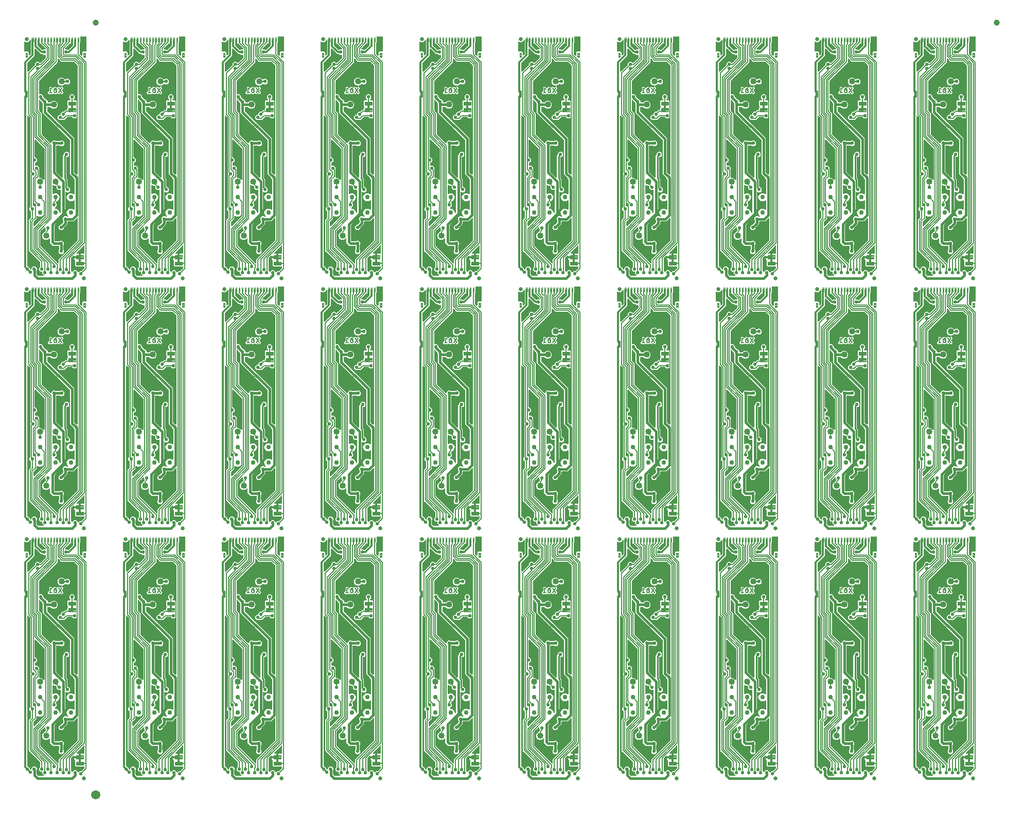
<source format=gbl>
G04 EAGLE Gerber RS-274X export*
G75*
%MOMM*%
%FSLAX34Y34*%
%LPD*%
%INBottom Copper*%
%IPPOS*%
%AMOC8*
5,1,8,0,0,1.08239X$1,22.5*%
G01*
%ADD10C,0.127000*%
%ADD11C,0.635000*%
%ADD12C,0.102000*%
%ADD13C,0.100000*%
%ADD14C,0.099059*%
%ADD15C,1.016000*%
%ADD16C,0.762000*%
%ADD17C,1.000000*%
%ADD18C,1.500000*%
%ADD19C,0.152400*%
%ADD20C,0.554000*%
%ADD21C,0.304800*%
%ADD22C,0.406400*%
%ADD23C,0.254000*%

G36*
X251645Y999983D02*
X251645Y999983D01*
X251703Y999981D01*
X251785Y1000003D01*
X251869Y1000015D01*
X251922Y1000038D01*
X251978Y1000053D01*
X252051Y1000096D01*
X252128Y1000131D01*
X252173Y1000169D01*
X252223Y1000198D01*
X252281Y1000260D01*
X252345Y1000314D01*
X252377Y1000363D01*
X252417Y1000406D01*
X252456Y1000481D01*
X252503Y1000551D01*
X252520Y1000607D01*
X252547Y1000659D01*
X252558Y1000727D01*
X252588Y1000822D01*
X252591Y1000922D01*
X252602Y1000990D01*
X252602Y1093919D01*
X252598Y1093948D01*
X252601Y1093978D01*
X252578Y1094089D01*
X252562Y1094201D01*
X252550Y1094227D01*
X252545Y1094256D01*
X252492Y1094357D01*
X252446Y1094460D01*
X252427Y1094483D01*
X252414Y1094509D01*
X252336Y1094591D01*
X252263Y1094677D01*
X252238Y1094693D01*
X252218Y1094715D01*
X252120Y1094772D01*
X252026Y1094835D01*
X251998Y1094844D01*
X251973Y1094858D01*
X251863Y1094886D01*
X251755Y1094921D01*
X251725Y1094921D01*
X251697Y1094929D01*
X251584Y1094925D01*
X251471Y1094928D01*
X251442Y1094920D01*
X251413Y1094919D01*
X251305Y1094885D01*
X251196Y1094856D01*
X251170Y1094841D01*
X251142Y1094832D01*
X251079Y1094786D01*
X250951Y1094711D01*
X250908Y1094665D01*
X250869Y1094637D01*
X249008Y1092776D01*
X245451Y1092776D01*
X243740Y1094487D01*
X243670Y1094540D01*
X243606Y1094600D01*
X243557Y1094625D01*
X243513Y1094658D01*
X243431Y1094689D01*
X243353Y1094729D01*
X243306Y1094737D01*
X243247Y1094759D01*
X243099Y1094771D01*
X243022Y1094784D01*
X235580Y1094784D01*
X235493Y1094772D01*
X235406Y1094769D01*
X235353Y1094752D01*
X235298Y1094745D01*
X235218Y1094709D01*
X235135Y1094682D01*
X235096Y1094654D01*
X235039Y1094628D01*
X234926Y1094532D01*
X234862Y1094487D01*
X230288Y1089913D01*
X225822Y1089913D01*
X225736Y1089901D01*
X225648Y1089898D01*
X225596Y1089881D01*
X225541Y1089873D01*
X225461Y1089838D01*
X225378Y1089811D01*
X225377Y1089810D01*
X221741Y1089810D01*
X219225Y1092326D01*
X219225Y1095884D01*
X221741Y1098400D01*
X223290Y1098400D01*
X223348Y1098408D01*
X223406Y1098406D01*
X223488Y1098428D01*
X223572Y1098440D01*
X223625Y1098463D01*
X223681Y1098478D01*
X223754Y1098521D01*
X223831Y1098556D01*
X223876Y1098594D01*
X223926Y1098623D01*
X223984Y1098685D01*
X224048Y1098739D01*
X224080Y1098788D01*
X224120Y1098831D01*
X224159Y1098906D01*
X224206Y1098976D01*
X224223Y1099032D01*
X224250Y1099084D01*
X224261Y1099152D01*
X224291Y1099247D01*
X224294Y1099347D01*
X224305Y1099415D01*
X224305Y1100964D01*
X226821Y1103480D01*
X229240Y1103480D01*
X229327Y1103492D01*
X229414Y1103495D01*
X229467Y1103512D01*
X229522Y1103520D01*
X229602Y1103555D01*
X229685Y1103582D01*
X229724Y1103610D01*
X229781Y1103636D01*
X229894Y1103732D01*
X229958Y1103777D01*
X232733Y1106552D01*
X234315Y1106552D01*
X234373Y1106560D01*
X234431Y1106558D01*
X234513Y1106580D01*
X234597Y1106592D01*
X234650Y1106615D01*
X234706Y1106630D01*
X234779Y1106673D01*
X234856Y1106708D01*
X234901Y1106746D01*
X234951Y1106775D01*
X235009Y1106837D01*
X235073Y1106891D01*
X235105Y1106940D01*
X235145Y1106983D01*
X235184Y1107058D01*
X235231Y1107128D01*
X235248Y1107184D01*
X235275Y1107236D01*
X235286Y1107304D01*
X235316Y1107399D01*
X235319Y1107499D01*
X235330Y1107567D01*
X235330Y1110321D01*
X236176Y1111167D01*
X236211Y1111214D01*
X236253Y1111254D01*
X236296Y1111327D01*
X236347Y1111394D01*
X236368Y1111449D01*
X236397Y1111499D01*
X236418Y1111581D01*
X236448Y1111660D01*
X236453Y1111718D01*
X236467Y1111775D01*
X236465Y1111859D01*
X236472Y1111943D01*
X236460Y1112001D01*
X236458Y1112059D01*
X236432Y1112139D01*
X236416Y1112222D01*
X236389Y1112274D01*
X236371Y1112330D01*
X236331Y1112386D01*
X236285Y1112474D01*
X236216Y1112547D01*
X236176Y1112603D01*
X235330Y1113449D01*
X235330Y1120735D01*
X236514Y1121919D01*
X239903Y1121919D01*
X239961Y1121927D01*
X240019Y1121925D01*
X240101Y1121947D01*
X240185Y1121959D01*
X240238Y1121982D01*
X240294Y1121997D01*
X240367Y1122040D01*
X240444Y1122075D01*
X240489Y1122113D01*
X240539Y1122142D01*
X240597Y1122204D01*
X240661Y1122258D01*
X240693Y1122307D01*
X240733Y1122350D01*
X240772Y1122425D01*
X240819Y1122495D01*
X240836Y1122551D01*
X240863Y1122603D01*
X240874Y1122671D01*
X240904Y1122766D01*
X240907Y1122866D01*
X240918Y1122934D01*
X240918Y1123553D01*
X240911Y1123603D01*
X240912Y1123623D01*
X240906Y1123645D01*
X240903Y1123727D01*
X240886Y1123779D01*
X240878Y1123834D01*
X240843Y1123914D01*
X240816Y1123997D01*
X240788Y1124036D01*
X240762Y1124093D01*
X240666Y1124207D01*
X240621Y1124270D01*
X238910Y1125981D01*
X238910Y1129539D01*
X241426Y1132055D01*
X244984Y1132055D01*
X247500Y1129539D01*
X247500Y1125981D01*
X245789Y1124270D01*
X245737Y1124201D01*
X245677Y1124137D01*
X245651Y1124087D01*
X245618Y1124043D01*
X245587Y1123962D01*
X245547Y1123884D01*
X245539Y1123836D01*
X245517Y1123778D01*
X245509Y1123686D01*
X245506Y1123674D01*
X245505Y1123629D01*
X245492Y1123553D01*
X245492Y1122934D01*
X245500Y1122876D01*
X245498Y1122818D01*
X245520Y1122736D01*
X245532Y1122652D01*
X245555Y1122599D01*
X245570Y1122543D01*
X245613Y1122470D01*
X245648Y1122393D01*
X245686Y1122348D01*
X245715Y1122298D01*
X245777Y1122240D01*
X245831Y1122176D01*
X245880Y1122144D01*
X245923Y1122104D01*
X245998Y1122065D01*
X246068Y1122018D01*
X246124Y1122001D01*
X246176Y1121974D01*
X246244Y1121963D01*
X246339Y1121933D01*
X246439Y1121930D01*
X246507Y1121919D01*
X249896Y1121919D01*
X250869Y1120946D01*
X250893Y1120928D01*
X250912Y1120906D01*
X251006Y1120843D01*
X251096Y1120775D01*
X251124Y1120765D01*
X251148Y1120748D01*
X251256Y1120714D01*
X251362Y1120674D01*
X251391Y1120671D01*
X251419Y1120663D01*
X251533Y1120660D01*
X251645Y1120650D01*
X251674Y1120656D01*
X251703Y1120655D01*
X251813Y1120684D01*
X251924Y1120706D01*
X251950Y1120720D01*
X251978Y1120727D01*
X252076Y1120785D01*
X252176Y1120837D01*
X252198Y1120857D01*
X252223Y1120872D01*
X252300Y1120955D01*
X252382Y1121033D01*
X252397Y1121058D01*
X252417Y1121080D01*
X252469Y1121181D01*
X252526Y1121278D01*
X252533Y1121307D01*
X252547Y1121333D01*
X252560Y1121410D01*
X252596Y1121554D01*
X252594Y1121616D01*
X252602Y1121664D01*
X252602Y1178913D01*
X252590Y1178999D01*
X252587Y1179087D01*
X252570Y1179139D01*
X252562Y1179194D01*
X252527Y1179274D01*
X252500Y1179357D01*
X252472Y1179397D01*
X252446Y1179454D01*
X252350Y1179567D01*
X252305Y1179631D01*
X246284Y1185652D01*
X246214Y1185704D01*
X246150Y1185764D01*
X246101Y1185790D01*
X246056Y1185823D01*
X245975Y1185854D01*
X245897Y1185894D01*
X245849Y1185902D01*
X245791Y1185924D01*
X245643Y1185936D01*
X245566Y1185949D01*
X225737Y1185949D01*
X224100Y1187586D01*
X221177Y1190509D01*
X221153Y1190527D01*
X221134Y1190549D01*
X221040Y1190612D01*
X220950Y1190680D01*
X220922Y1190690D01*
X220898Y1190707D01*
X220790Y1190741D01*
X220684Y1190781D01*
X220655Y1190784D01*
X220627Y1190792D01*
X220513Y1190795D01*
X220401Y1190805D01*
X220372Y1190799D01*
X220343Y1190800D01*
X220233Y1190771D01*
X220122Y1190749D01*
X220096Y1190735D01*
X220068Y1190728D01*
X219970Y1190670D01*
X219870Y1190618D01*
X219848Y1190598D01*
X219823Y1190583D01*
X219746Y1190500D01*
X219664Y1190422D01*
X219649Y1190397D01*
X219629Y1190375D01*
X219577Y1190274D01*
X219520Y1190177D01*
X219513Y1190148D01*
X219499Y1190122D01*
X219486Y1190045D01*
X219450Y1189901D01*
X219452Y1189839D01*
X219444Y1189791D01*
X219444Y1184848D01*
X188972Y1154377D01*
X188920Y1154307D01*
X188860Y1154243D01*
X188834Y1154194D01*
X188801Y1154149D01*
X188770Y1154068D01*
X188730Y1153990D01*
X188722Y1153942D01*
X188700Y1153884D01*
X188688Y1153736D01*
X188675Y1153659D01*
X188675Y1133705D01*
X188683Y1133647D01*
X188681Y1133589D01*
X188703Y1133507D01*
X188715Y1133423D01*
X188738Y1133370D01*
X188753Y1133314D01*
X188796Y1133241D01*
X188831Y1133164D01*
X188869Y1133119D01*
X188898Y1133069D01*
X188960Y1133011D01*
X189014Y1132947D01*
X189063Y1132915D01*
X189106Y1132875D01*
X189181Y1132836D01*
X189251Y1132789D01*
X189307Y1132772D01*
X189359Y1132745D01*
X189427Y1132734D01*
X189522Y1132704D01*
X189622Y1132701D01*
X189690Y1132690D01*
X193549Y1132690D01*
X196065Y1130174D01*
X196065Y1127646D01*
X196077Y1127559D01*
X196080Y1127472D01*
X196097Y1127419D01*
X196105Y1127364D01*
X196140Y1127284D01*
X196167Y1127201D01*
X196195Y1127162D01*
X196221Y1127105D01*
X196317Y1126992D01*
X196362Y1126928D01*
X199193Y1124097D01*
X199263Y1124045D01*
X199327Y1123985D01*
X199376Y1123959D01*
X199420Y1123926D01*
X199502Y1123895D01*
X199580Y1123855D01*
X199627Y1123847D01*
X199686Y1123825D01*
X199833Y1123813D01*
X199911Y1123800D01*
X200534Y1123800D01*
X203050Y1121284D01*
X203050Y1119632D01*
X203058Y1119574D01*
X203056Y1119516D01*
X203078Y1119434D01*
X203090Y1119350D01*
X203113Y1119297D01*
X203128Y1119241D01*
X203171Y1119168D01*
X203206Y1119091D01*
X203244Y1119046D01*
X203273Y1118996D01*
X203335Y1118938D01*
X203389Y1118874D01*
X203438Y1118842D01*
X203481Y1118802D01*
X203556Y1118763D01*
X203626Y1118716D01*
X203682Y1118699D01*
X203734Y1118672D01*
X203802Y1118661D01*
X203897Y1118631D01*
X203997Y1118628D01*
X204065Y1118617D01*
X207156Y1118617D01*
X207242Y1118629D01*
X207330Y1118632D01*
X207382Y1118649D01*
X207437Y1118657D01*
X207517Y1118692D01*
X207600Y1118719D01*
X207640Y1118747D01*
X207697Y1118773D01*
X207810Y1118869D01*
X207874Y1118914D01*
X209619Y1120659D01*
X212046Y1121665D01*
X214674Y1121665D01*
X217101Y1120659D01*
X218959Y1118801D01*
X219965Y1116374D01*
X219965Y1113746D01*
X218959Y1111319D01*
X217101Y1109461D01*
X214674Y1108455D01*
X212046Y1108455D01*
X209619Y1109461D01*
X207874Y1111206D01*
X207804Y1111258D01*
X207740Y1111318D01*
X207691Y1111344D01*
X207646Y1111377D01*
X207565Y1111408D01*
X207487Y1111448D01*
X207439Y1111456D01*
X207381Y1111478D01*
X207233Y1111490D01*
X207156Y1111503D01*
X203327Y1111503D01*
X203269Y1111495D01*
X203211Y1111497D01*
X203129Y1111475D01*
X203045Y1111463D01*
X202992Y1111440D01*
X202936Y1111425D01*
X202863Y1111382D01*
X202786Y1111347D01*
X202741Y1111309D01*
X202691Y1111280D01*
X202633Y1111218D01*
X202569Y1111164D01*
X202537Y1111115D01*
X202497Y1111072D01*
X202458Y1110997D01*
X202411Y1110927D01*
X202394Y1110871D01*
X202367Y1110819D01*
X202356Y1110751D01*
X202326Y1110656D01*
X202323Y1110556D01*
X202312Y1110488D01*
X202312Y1104889D01*
X202324Y1104802D01*
X202327Y1104715D01*
X202344Y1104662D01*
X202352Y1104607D01*
X202387Y1104527D01*
X202414Y1104444D01*
X202442Y1104405D01*
X202468Y1104348D01*
X202564Y1104235D01*
X202609Y1104171D01*
X244381Y1062399D01*
X246762Y1060018D01*
X246762Y1004241D01*
X246774Y1004155D01*
X246777Y1004067D01*
X246794Y1004015D01*
X246802Y1003960D01*
X246837Y1003880D01*
X246864Y1003797D01*
X246892Y1003757D01*
X246918Y1003700D01*
X247014Y1003587D01*
X247059Y1003523D01*
X250310Y1000272D01*
X250380Y1000220D01*
X250444Y1000160D01*
X250493Y1000134D01*
X250538Y1000101D01*
X250619Y1000070D01*
X250697Y1000030D01*
X250745Y1000022D01*
X250803Y1000000D01*
X250951Y999988D01*
X251028Y999975D01*
X251587Y999975D01*
X251645Y999983D01*
G37*
G36*
X739325Y999983D02*
X739325Y999983D01*
X739383Y999981D01*
X739465Y1000003D01*
X739549Y1000015D01*
X739602Y1000038D01*
X739658Y1000053D01*
X739731Y1000096D01*
X739808Y1000131D01*
X739853Y1000169D01*
X739903Y1000198D01*
X739961Y1000260D01*
X740025Y1000314D01*
X740057Y1000363D01*
X740097Y1000406D01*
X740136Y1000481D01*
X740183Y1000551D01*
X740200Y1000607D01*
X740227Y1000659D01*
X740238Y1000727D01*
X740268Y1000822D01*
X740271Y1000922D01*
X740282Y1000990D01*
X740282Y1093919D01*
X740278Y1093948D01*
X740281Y1093978D01*
X740258Y1094089D01*
X740242Y1094201D01*
X740230Y1094227D01*
X740225Y1094256D01*
X740172Y1094357D01*
X740126Y1094460D01*
X740107Y1094483D01*
X740094Y1094509D01*
X740016Y1094591D01*
X739943Y1094677D01*
X739918Y1094693D01*
X739898Y1094715D01*
X739800Y1094772D01*
X739706Y1094835D01*
X739678Y1094844D01*
X739653Y1094858D01*
X739543Y1094886D01*
X739435Y1094921D01*
X739405Y1094921D01*
X739377Y1094929D01*
X739264Y1094925D01*
X739151Y1094928D01*
X739122Y1094920D01*
X739093Y1094919D01*
X738985Y1094885D01*
X738876Y1094856D01*
X738850Y1094841D01*
X738822Y1094832D01*
X738759Y1094786D01*
X738631Y1094711D01*
X738588Y1094665D01*
X738549Y1094637D01*
X736688Y1092776D01*
X733131Y1092776D01*
X731420Y1094487D01*
X731350Y1094540D01*
X731286Y1094600D01*
X731237Y1094625D01*
X731193Y1094658D01*
X731111Y1094689D01*
X731033Y1094729D01*
X730986Y1094737D01*
X730927Y1094759D01*
X730779Y1094771D01*
X730702Y1094784D01*
X723260Y1094784D01*
X723173Y1094772D01*
X723086Y1094769D01*
X723033Y1094752D01*
X722978Y1094745D01*
X722898Y1094709D01*
X722815Y1094682D01*
X722776Y1094654D01*
X722719Y1094628D01*
X722606Y1094532D01*
X722542Y1094487D01*
X717968Y1089913D01*
X713502Y1089913D01*
X713416Y1089901D01*
X713328Y1089898D01*
X713276Y1089881D01*
X713221Y1089873D01*
X713141Y1089838D01*
X713058Y1089811D01*
X713057Y1089810D01*
X709421Y1089810D01*
X706905Y1092326D01*
X706905Y1095884D01*
X709421Y1098400D01*
X710970Y1098400D01*
X711028Y1098408D01*
X711086Y1098406D01*
X711168Y1098428D01*
X711252Y1098440D01*
X711305Y1098463D01*
X711361Y1098478D01*
X711434Y1098521D01*
X711511Y1098556D01*
X711556Y1098594D01*
X711606Y1098623D01*
X711664Y1098685D01*
X711728Y1098739D01*
X711760Y1098788D01*
X711800Y1098831D01*
X711839Y1098906D01*
X711886Y1098976D01*
X711903Y1099032D01*
X711930Y1099084D01*
X711941Y1099152D01*
X711971Y1099247D01*
X711974Y1099347D01*
X711985Y1099415D01*
X711985Y1100964D01*
X714501Y1103480D01*
X716920Y1103480D01*
X717007Y1103492D01*
X717094Y1103495D01*
X717147Y1103512D01*
X717202Y1103520D01*
X717282Y1103555D01*
X717365Y1103582D01*
X717404Y1103610D01*
X717461Y1103636D01*
X717574Y1103732D01*
X717638Y1103777D01*
X720413Y1106552D01*
X721995Y1106552D01*
X722053Y1106560D01*
X722111Y1106558D01*
X722193Y1106580D01*
X722277Y1106592D01*
X722330Y1106615D01*
X722386Y1106630D01*
X722459Y1106673D01*
X722536Y1106708D01*
X722581Y1106746D01*
X722631Y1106775D01*
X722689Y1106837D01*
X722753Y1106891D01*
X722785Y1106940D01*
X722825Y1106983D01*
X722864Y1107058D01*
X722911Y1107128D01*
X722928Y1107184D01*
X722955Y1107236D01*
X722966Y1107304D01*
X722996Y1107399D01*
X722999Y1107499D01*
X723010Y1107567D01*
X723010Y1110321D01*
X723856Y1111167D01*
X723891Y1111214D01*
X723933Y1111254D01*
X723976Y1111327D01*
X724027Y1111394D01*
X724048Y1111449D01*
X724077Y1111499D01*
X724098Y1111581D01*
X724128Y1111660D01*
X724133Y1111718D01*
X724147Y1111775D01*
X724145Y1111859D01*
X724152Y1111943D01*
X724140Y1112001D01*
X724138Y1112059D01*
X724112Y1112139D01*
X724096Y1112222D01*
X724069Y1112274D01*
X724051Y1112330D01*
X724011Y1112386D01*
X723965Y1112474D01*
X723896Y1112547D01*
X723856Y1112603D01*
X723010Y1113449D01*
X723010Y1120735D01*
X724194Y1121919D01*
X727583Y1121919D01*
X727641Y1121927D01*
X727699Y1121925D01*
X727781Y1121947D01*
X727865Y1121959D01*
X727918Y1121982D01*
X727974Y1121997D01*
X728047Y1122040D01*
X728124Y1122075D01*
X728169Y1122113D01*
X728219Y1122142D01*
X728277Y1122204D01*
X728341Y1122258D01*
X728373Y1122307D01*
X728413Y1122350D01*
X728452Y1122425D01*
X728499Y1122495D01*
X728516Y1122551D01*
X728543Y1122603D01*
X728554Y1122671D01*
X728584Y1122766D01*
X728587Y1122866D01*
X728598Y1122934D01*
X728598Y1123553D01*
X728591Y1123603D01*
X728592Y1123623D01*
X728586Y1123645D01*
X728583Y1123727D01*
X728566Y1123779D01*
X728558Y1123834D01*
X728523Y1123914D01*
X728496Y1123997D01*
X728468Y1124036D01*
X728442Y1124093D01*
X728346Y1124207D01*
X728301Y1124270D01*
X726590Y1125981D01*
X726590Y1129539D01*
X729106Y1132055D01*
X732664Y1132055D01*
X735180Y1129539D01*
X735180Y1125981D01*
X733469Y1124270D01*
X733417Y1124201D01*
X733357Y1124137D01*
X733331Y1124087D01*
X733298Y1124043D01*
X733267Y1123962D01*
X733227Y1123884D01*
X733219Y1123836D01*
X733197Y1123778D01*
X733189Y1123686D01*
X733186Y1123674D01*
X733185Y1123629D01*
X733172Y1123553D01*
X733172Y1122934D01*
X733180Y1122876D01*
X733178Y1122818D01*
X733200Y1122736D01*
X733212Y1122652D01*
X733235Y1122599D01*
X733250Y1122543D01*
X733293Y1122470D01*
X733328Y1122393D01*
X733366Y1122348D01*
X733395Y1122298D01*
X733457Y1122240D01*
X733511Y1122176D01*
X733560Y1122144D01*
X733603Y1122104D01*
X733678Y1122065D01*
X733748Y1122018D01*
X733804Y1122001D01*
X733856Y1121974D01*
X733924Y1121963D01*
X734019Y1121933D01*
X734119Y1121930D01*
X734187Y1121919D01*
X737576Y1121919D01*
X738549Y1120946D01*
X738573Y1120928D01*
X738592Y1120906D01*
X738686Y1120843D01*
X738776Y1120775D01*
X738804Y1120765D01*
X738828Y1120748D01*
X738936Y1120714D01*
X739042Y1120674D01*
X739071Y1120671D01*
X739099Y1120663D01*
X739213Y1120660D01*
X739325Y1120650D01*
X739354Y1120656D01*
X739383Y1120655D01*
X739493Y1120684D01*
X739604Y1120706D01*
X739630Y1120720D01*
X739658Y1120727D01*
X739756Y1120785D01*
X739856Y1120837D01*
X739878Y1120857D01*
X739903Y1120872D01*
X739980Y1120955D01*
X740062Y1121033D01*
X740077Y1121058D01*
X740097Y1121080D01*
X740149Y1121181D01*
X740206Y1121278D01*
X740213Y1121307D01*
X740227Y1121333D01*
X740240Y1121410D01*
X740276Y1121554D01*
X740274Y1121616D01*
X740282Y1121664D01*
X740282Y1178913D01*
X740270Y1178999D01*
X740267Y1179087D01*
X740250Y1179139D01*
X740242Y1179194D01*
X740207Y1179274D01*
X740180Y1179357D01*
X740152Y1179397D01*
X740126Y1179454D01*
X740030Y1179567D01*
X739985Y1179631D01*
X733964Y1185652D01*
X733894Y1185704D01*
X733830Y1185764D01*
X733781Y1185790D01*
X733736Y1185823D01*
X733655Y1185854D01*
X733577Y1185894D01*
X733529Y1185902D01*
X733471Y1185924D01*
X733323Y1185936D01*
X733246Y1185949D01*
X713417Y1185949D01*
X708857Y1190509D01*
X708833Y1190527D01*
X708814Y1190549D01*
X708720Y1190612D01*
X708630Y1190680D01*
X708602Y1190690D01*
X708578Y1190707D01*
X708470Y1190741D01*
X708364Y1190781D01*
X708335Y1190784D01*
X708307Y1190792D01*
X708193Y1190795D01*
X708081Y1190805D01*
X708052Y1190799D01*
X708023Y1190800D01*
X707913Y1190771D01*
X707802Y1190749D01*
X707776Y1190735D01*
X707748Y1190728D01*
X707650Y1190670D01*
X707550Y1190618D01*
X707528Y1190598D01*
X707503Y1190583D01*
X707426Y1190500D01*
X707344Y1190422D01*
X707329Y1190397D01*
X707309Y1190375D01*
X707257Y1190274D01*
X707200Y1190177D01*
X707193Y1190148D01*
X707179Y1190122D01*
X707166Y1190045D01*
X707130Y1189901D01*
X707132Y1189839D01*
X707124Y1189791D01*
X707124Y1184848D01*
X676652Y1154377D01*
X676600Y1154307D01*
X676540Y1154243D01*
X676514Y1154194D01*
X676481Y1154149D01*
X676450Y1154068D01*
X676410Y1153990D01*
X676402Y1153942D01*
X676380Y1153884D01*
X676368Y1153736D01*
X676355Y1153659D01*
X676355Y1133705D01*
X676363Y1133647D01*
X676361Y1133589D01*
X676383Y1133507D01*
X676395Y1133423D01*
X676418Y1133370D01*
X676433Y1133314D01*
X676476Y1133241D01*
X676511Y1133164D01*
X676549Y1133119D01*
X676578Y1133069D01*
X676640Y1133011D01*
X676694Y1132947D01*
X676743Y1132915D01*
X676786Y1132875D01*
X676861Y1132836D01*
X676931Y1132789D01*
X676987Y1132772D01*
X677039Y1132745D01*
X677107Y1132734D01*
X677202Y1132704D01*
X677302Y1132701D01*
X677370Y1132690D01*
X681229Y1132690D01*
X683745Y1130174D01*
X683745Y1127646D01*
X683757Y1127559D01*
X683760Y1127472D01*
X683777Y1127419D01*
X683785Y1127364D01*
X683820Y1127284D01*
X683847Y1127201D01*
X683875Y1127162D01*
X683901Y1127105D01*
X683997Y1126992D01*
X684042Y1126928D01*
X686873Y1124097D01*
X686943Y1124045D01*
X687007Y1123985D01*
X687056Y1123959D01*
X687100Y1123926D01*
X687182Y1123895D01*
X687260Y1123855D01*
X687307Y1123847D01*
X687366Y1123825D01*
X687513Y1123813D01*
X687591Y1123800D01*
X688214Y1123800D01*
X690730Y1121284D01*
X690730Y1119632D01*
X690738Y1119574D01*
X690736Y1119516D01*
X690758Y1119434D01*
X690770Y1119350D01*
X690793Y1119297D01*
X690808Y1119241D01*
X690851Y1119168D01*
X690886Y1119091D01*
X690924Y1119046D01*
X690953Y1118996D01*
X691015Y1118938D01*
X691069Y1118874D01*
X691118Y1118842D01*
X691161Y1118802D01*
X691236Y1118763D01*
X691306Y1118716D01*
X691362Y1118699D01*
X691414Y1118672D01*
X691482Y1118661D01*
X691577Y1118631D01*
X691677Y1118628D01*
X691745Y1118617D01*
X694836Y1118617D01*
X694922Y1118629D01*
X695010Y1118632D01*
X695062Y1118649D01*
X695117Y1118657D01*
X695197Y1118692D01*
X695280Y1118719D01*
X695319Y1118747D01*
X695377Y1118773D01*
X695490Y1118869D01*
X695554Y1118914D01*
X697299Y1120659D01*
X699726Y1121665D01*
X702354Y1121665D01*
X704781Y1120659D01*
X706639Y1118801D01*
X707645Y1116374D01*
X707645Y1113746D01*
X706639Y1111319D01*
X704781Y1109461D01*
X702354Y1108455D01*
X699726Y1108455D01*
X697299Y1109461D01*
X695554Y1111206D01*
X695484Y1111258D01*
X695420Y1111318D01*
X695370Y1111344D01*
X695326Y1111377D01*
X695245Y1111408D01*
X695167Y1111448D01*
X695119Y1111456D01*
X695061Y1111478D01*
X694913Y1111490D01*
X694836Y1111503D01*
X691007Y1111503D01*
X690949Y1111495D01*
X690891Y1111497D01*
X690809Y1111475D01*
X690725Y1111463D01*
X690672Y1111440D01*
X690616Y1111425D01*
X690543Y1111382D01*
X690466Y1111347D01*
X690421Y1111309D01*
X690371Y1111280D01*
X690313Y1111218D01*
X690249Y1111164D01*
X690217Y1111115D01*
X690177Y1111072D01*
X690138Y1110997D01*
X690091Y1110927D01*
X690074Y1110871D01*
X690047Y1110819D01*
X690036Y1110751D01*
X690006Y1110656D01*
X690003Y1110556D01*
X689992Y1110488D01*
X689992Y1104889D01*
X690004Y1104802D01*
X690007Y1104715D01*
X690024Y1104662D01*
X690032Y1104607D01*
X690067Y1104527D01*
X690094Y1104444D01*
X690122Y1104405D01*
X690148Y1104348D01*
X690244Y1104235D01*
X690289Y1104171D01*
X732061Y1062399D01*
X734442Y1060018D01*
X734442Y1004241D01*
X734454Y1004155D01*
X734457Y1004067D01*
X734474Y1004015D01*
X734482Y1003960D01*
X734517Y1003880D01*
X734544Y1003797D01*
X734572Y1003757D01*
X734598Y1003700D01*
X734694Y1003587D01*
X734739Y1003523D01*
X737990Y1000272D01*
X738060Y1000220D01*
X738124Y1000160D01*
X738173Y1000134D01*
X738218Y1000101D01*
X738299Y1000070D01*
X738377Y1000030D01*
X738425Y1000022D01*
X738483Y1000000D01*
X738631Y999988D01*
X738708Y999975D01*
X739267Y999975D01*
X739325Y999983D01*
G37*
G36*
X576765Y177023D02*
X576765Y177023D01*
X576823Y177021D01*
X576905Y177043D01*
X576989Y177055D01*
X577042Y177078D01*
X577098Y177093D01*
X577171Y177136D01*
X577248Y177171D01*
X577293Y177209D01*
X577343Y177238D01*
X577401Y177300D01*
X577465Y177354D01*
X577497Y177403D01*
X577537Y177446D01*
X577576Y177521D01*
X577623Y177591D01*
X577640Y177647D01*
X577667Y177699D01*
X577678Y177767D01*
X577708Y177862D01*
X577711Y177962D01*
X577722Y178030D01*
X577722Y270959D01*
X577718Y270988D01*
X577721Y271018D01*
X577698Y271129D01*
X577682Y271241D01*
X577670Y271267D01*
X577665Y271296D01*
X577612Y271397D01*
X577566Y271500D01*
X577547Y271523D01*
X577534Y271549D01*
X577456Y271631D01*
X577383Y271717D01*
X577358Y271733D01*
X577338Y271755D01*
X577240Y271812D01*
X577146Y271875D01*
X577118Y271884D01*
X577093Y271898D01*
X576983Y271926D01*
X576875Y271961D01*
X576845Y271961D01*
X576817Y271969D01*
X576704Y271965D01*
X576591Y271968D01*
X576562Y271960D01*
X576533Y271959D01*
X576425Y271925D01*
X576316Y271896D01*
X576290Y271881D01*
X576262Y271872D01*
X576199Y271826D01*
X576071Y271751D01*
X576028Y271705D01*
X575989Y271677D01*
X574128Y269816D01*
X570571Y269816D01*
X568860Y271527D01*
X568790Y271580D01*
X568726Y271640D01*
X568677Y271665D01*
X568633Y271698D01*
X568551Y271729D01*
X568473Y271769D01*
X568426Y271777D01*
X568367Y271799D01*
X568219Y271811D01*
X568142Y271824D01*
X560700Y271824D01*
X560613Y271812D01*
X560526Y271809D01*
X560473Y271792D01*
X560418Y271785D01*
X560338Y271749D01*
X560255Y271722D01*
X560216Y271694D01*
X560159Y271668D01*
X560046Y271572D01*
X559982Y271527D01*
X555408Y266953D01*
X550942Y266953D01*
X550856Y266941D01*
X550768Y266938D01*
X550716Y266921D01*
X550661Y266913D01*
X550581Y266878D01*
X550498Y266851D01*
X550497Y266850D01*
X546861Y266850D01*
X544345Y269366D01*
X544345Y272924D01*
X546861Y275440D01*
X548410Y275440D01*
X548468Y275448D01*
X548526Y275446D01*
X548608Y275468D01*
X548692Y275480D01*
X548745Y275503D01*
X548801Y275518D01*
X548874Y275561D01*
X548951Y275596D01*
X548996Y275634D01*
X549046Y275663D01*
X549104Y275725D01*
X549168Y275779D01*
X549200Y275828D01*
X549240Y275871D01*
X549279Y275946D01*
X549326Y276016D01*
X549343Y276072D01*
X549370Y276124D01*
X549381Y276192D01*
X549411Y276287D01*
X549414Y276387D01*
X549425Y276455D01*
X549425Y278004D01*
X551941Y280520D01*
X554360Y280520D01*
X554447Y280532D01*
X554534Y280535D01*
X554587Y280552D01*
X554642Y280560D01*
X554722Y280595D01*
X554805Y280622D01*
X554844Y280650D01*
X554901Y280676D01*
X555014Y280772D01*
X555078Y280817D01*
X557853Y283592D01*
X559435Y283592D01*
X559493Y283600D01*
X559551Y283598D01*
X559633Y283620D01*
X559717Y283632D01*
X559770Y283655D01*
X559826Y283670D01*
X559899Y283713D01*
X559976Y283748D01*
X560021Y283786D01*
X560071Y283815D01*
X560129Y283877D01*
X560193Y283931D01*
X560225Y283980D01*
X560265Y284023D01*
X560304Y284098D01*
X560351Y284168D01*
X560368Y284224D01*
X560395Y284276D01*
X560406Y284344D01*
X560436Y284439D01*
X560439Y284539D01*
X560450Y284607D01*
X560450Y287361D01*
X561296Y288207D01*
X561331Y288254D01*
X561373Y288294D01*
X561416Y288367D01*
X561467Y288434D01*
X561488Y288489D01*
X561517Y288539D01*
X561538Y288621D01*
X561568Y288700D01*
X561573Y288758D01*
X561587Y288815D01*
X561585Y288899D01*
X561592Y288983D01*
X561580Y289041D01*
X561578Y289099D01*
X561552Y289179D01*
X561536Y289262D01*
X561509Y289314D01*
X561491Y289370D01*
X561451Y289426D01*
X561405Y289514D01*
X561336Y289587D01*
X561296Y289643D01*
X560450Y290489D01*
X560450Y297775D01*
X561634Y298959D01*
X565023Y298959D01*
X565081Y298967D01*
X565139Y298965D01*
X565221Y298987D01*
X565305Y298999D01*
X565358Y299022D01*
X565414Y299037D01*
X565487Y299080D01*
X565564Y299115D01*
X565609Y299153D01*
X565659Y299182D01*
X565717Y299244D01*
X565781Y299298D01*
X565813Y299347D01*
X565853Y299390D01*
X565892Y299465D01*
X565939Y299535D01*
X565956Y299591D01*
X565983Y299643D01*
X565994Y299711D01*
X566024Y299806D01*
X566027Y299906D01*
X566038Y299974D01*
X566038Y300593D01*
X566031Y300643D01*
X566032Y300663D01*
X566026Y300685D01*
X566023Y300767D01*
X566006Y300819D01*
X565998Y300874D01*
X565963Y300954D01*
X565936Y301037D01*
X565908Y301076D01*
X565882Y301133D01*
X565786Y301247D01*
X565741Y301310D01*
X564030Y303021D01*
X564030Y306579D01*
X566546Y309095D01*
X570104Y309095D01*
X572620Y306579D01*
X572620Y303021D01*
X570909Y301310D01*
X570857Y301241D01*
X570797Y301177D01*
X570771Y301127D01*
X570738Y301083D01*
X570707Y301002D01*
X570667Y300924D01*
X570659Y300876D01*
X570637Y300818D01*
X570629Y300726D01*
X570626Y300714D01*
X570625Y300669D01*
X570612Y300593D01*
X570612Y299974D01*
X570620Y299916D01*
X570618Y299858D01*
X570640Y299776D01*
X570652Y299692D01*
X570675Y299639D01*
X570690Y299583D01*
X570733Y299510D01*
X570768Y299433D01*
X570806Y299388D01*
X570835Y299338D01*
X570897Y299280D01*
X570951Y299216D01*
X571000Y299184D01*
X571043Y299144D01*
X571118Y299105D01*
X571188Y299058D01*
X571244Y299041D01*
X571296Y299014D01*
X571364Y299003D01*
X571459Y298973D01*
X571559Y298970D01*
X571627Y298959D01*
X575016Y298959D01*
X575989Y297986D01*
X576013Y297968D01*
X576032Y297946D01*
X576126Y297883D01*
X576216Y297815D01*
X576244Y297805D01*
X576268Y297788D01*
X576376Y297754D01*
X576482Y297714D01*
X576511Y297711D01*
X576539Y297703D01*
X576653Y297700D01*
X576765Y297690D01*
X576794Y297696D01*
X576823Y297695D01*
X576933Y297724D01*
X577044Y297746D01*
X577070Y297760D01*
X577098Y297767D01*
X577196Y297825D01*
X577296Y297877D01*
X577318Y297897D01*
X577343Y297912D01*
X577420Y297995D01*
X577502Y298073D01*
X577517Y298098D01*
X577537Y298120D01*
X577589Y298221D01*
X577646Y298318D01*
X577653Y298347D01*
X577667Y298373D01*
X577680Y298450D01*
X577716Y298594D01*
X577714Y298656D01*
X577722Y298704D01*
X577722Y355953D01*
X577710Y356039D01*
X577707Y356127D01*
X577690Y356179D01*
X577682Y356234D01*
X577647Y356314D01*
X577620Y356397D01*
X577592Y356437D01*
X577566Y356494D01*
X577470Y356607D01*
X577425Y356671D01*
X571404Y362692D01*
X571334Y362744D01*
X571270Y362804D01*
X571221Y362830D01*
X571176Y362863D01*
X571095Y362894D01*
X571017Y362934D01*
X570969Y362942D01*
X570911Y362964D01*
X570763Y362976D01*
X570686Y362989D01*
X550857Y362989D01*
X549220Y364626D01*
X546297Y367549D01*
X546273Y367567D01*
X546254Y367589D01*
X546160Y367652D01*
X546070Y367720D01*
X546042Y367730D01*
X546018Y367747D01*
X545910Y367781D01*
X545804Y367821D01*
X545775Y367824D01*
X545747Y367832D01*
X545633Y367835D01*
X545521Y367845D01*
X545492Y367839D01*
X545463Y367840D01*
X545353Y367811D01*
X545242Y367789D01*
X545216Y367775D01*
X545188Y367768D01*
X545090Y367710D01*
X544990Y367658D01*
X544968Y367638D01*
X544943Y367623D01*
X544866Y367540D01*
X544784Y367462D01*
X544769Y367437D01*
X544749Y367415D01*
X544697Y367314D01*
X544640Y367217D01*
X544633Y367188D01*
X544619Y367162D01*
X544606Y367085D01*
X544570Y366941D01*
X544572Y366879D01*
X544564Y366831D01*
X544564Y361888D01*
X514092Y331417D01*
X514040Y331347D01*
X513980Y331283D01*
X513954Y331234D01*
X513921Y331189D01*
X513890Y331108D01*
X513850Y331030D01*
X513842Y330982D01*
X513820Y330924D01*
X513808Y330776D01*
X513795Y330699D01*
X513795Y310745D01*
X513803Y310687D01*
X513801Y310629D01*
X513823Y310547D01*
X513835Y310463D01*
X513858Y310410D01*
X513873Y310354D01*
X513916Y310281D01*
X513951Y310204D01*
X513989Y310159D01*
X514018Y310109D01*
X514080Y310051D01*
X514134Y309987D01*
X514183Y309955D01*
X514226Y309915D01*
X514301Y309876D01*
X514371Y309829D01*
X514427Y309812D01*
X514479Y309785D01*
X514547Y309774D01*
X514642Y309744D01*
X514742Y309741D01*
X514810Y309730D01*
X518669Y309730D01*
X521185Y307214D01*
X521185Y304686D01*
X521197Y304599D01*
X521200Y304512D01*
X521217Y304459D01*
X521225Y304404D01*
X521260Y304324D01*
X521287Y304241D01*
X521315Y304202D01*
X521341Y304145D01*
X521437Y304032D01*
X521482Y303968D01*
X524313Y301137D01*
X524383Y301085D01*
X524447Y301025D01*
X524496Y300999D01*
X524540Y300966D01*
X524622Y300935D01*
X524700Y300895D01*
X524747Y300887D01*
X524806Y300865D01*
X524953Y300853D01*
X525031Y300840D01*
X525654Y300840D01*
X528170Y298324D01*
X528170Y296672D01*
X528178Y296614D01*
X528176Y296556D01*
X528198Y296474D01*
X528210Y296390D01*
X528233Y296337D01*
X528248Y296281D01*
X528291Y296208D01*
X528326Y296131D01*
X528364Y296086D01*
X528393Y296036D01*
X528455Y295978D01*
X528509Y295914D01*
X528558Y295882D01*
X528601Y295842D01*
X528676Y295803D01*
X528746Y295756D01*
X528802Y295739D01*
X528854Y295712D01*
X528922Y295701D01*
X529017Y295671D01*
X529117Y295668D01*
X529185Y295657D01*
X532276Y295657D01*
X532362Y295669D01*
X532450Y295672D01*
X532502Y295689D01*
X532557Y295697D01*
X532637Y295732D01*
X532720Y295759D01*
X532759Y295787D01*
X532817Y295813D01*
X532930Y295909D01*
X532994Y295954D01*
X534739Y297699D01*
X537166Y298705D01*
X539794Y298705D01*
X542221Y297699D01*
X544079Y295841D01*
X545085Y293414D01*
X545085Y290786D01*
X544079Y288359D01*
X542221Y286501D01*
X539794Y285495D01*
X537166Y285495D01*
X534739Y286501D01*
X532994Y288246D01*
X532924Y288298D01*
X532860Y288358D01*
X532810Y288384D01*
X532766Y288417D01*
X532685Y288448D01*
X532607Y288488D01*
X532559Y288496D01*
X532501Y288518D01*
X532353Y288530D01*
X532276Y288543D01*
X528447Y288543D01*
X528389Y288535D01*
X528331Y288537D01*
X528249Y288515D01*
X528165Y288503D01*
X528112Y288480D01*
X528056Y288465D01*
X527983Y288422D01*
X527906Y288387D01*
X527861Y288349D01*
X527811Y288320D01*
X527753Y288258D01*
X527689Y288204D01*
X527657Y288155D01*
X527617Y288112D01*
X527578Y288037D01*
X527531Y287967D01*
X527514Y287911D01*
X527487Y287859D01*
X527476Y287791D01*
X527446Y287696D01*
X527443Y287596D01*
X527432Y287528D01*
X527432Y281929D01*
X527444Y281842D01*
X527447Y281755D01*
X527464Y281702D01*
X527472Y281647D01*
X527507Y281567D01*
X527534Y281484D01*
X527562Y281445D01*
X527588Y281388D01*
X527684Y281275D01*
X527729Y281211D01*
X569501Y239439D01*
X571882Y237058D01*
X571882Y181281D01*
X571894Y181195D01*
X571897Y181107D01*
X571914Y181055D01*
X571922Y181000D01*
X571957Y180920D01*
X571984Y180837D01*
X572012Y180797D01*
X572038Y180740D01*
X572134Y180627D01*
X572179Y180563D01*
X575430Y177312D01*
X575500Y177260D01*
X575564Y177200D01*
X575613Y177174D01*
X575658Y177141D01*
X575739Y177110D01*
X575817Y177070D01*
X575865Y177062D01*
X575923Y177040D01*
X576071Y177028D01*
X576148Y177015D01*
X576707Y177015D01*
X576765Y177023D01*
G37*
G36*
X414205Y588503D02*
X414205Y588503D01*
X414263Y588501D01*
X414345Y588523D01*
X414429Y588535D01*
X414482Y588558D01*
X414538Y588573D01*
X414611Y588616D01*
X414688Y588651D01*
X414733Y588689D01*
X414783Y588718D01*
X414841Y588780D01*
X414905Y588834D01*
X414937Y588883D01*
X414977Y588926D01*
X415016Y589001D01*
X415063Y589071D01*
X415080Y589127D01*
X415107Y589179D01*
X415118Y589247D01*
X415148Y589342D01*
X415151Y589442D01*
X415162Y589510D01*
X415162Y682439D01*
X415158Y682468D01*
X415161Y682498D01*
X415138Y682609D01*
X415122Y682721D01*
X415110Y682747D01*
X415105Y682776D01*
X415052Y682877D01*
X415006Y682980D01*
X414987Y683003D01*
X414974Y683029D01*
X414896Y683111D01*
X414823Y683197D01*
X414798Y683213D01*
X414778Y683235D01*
X414680Y683292D01*
X414586Y683355D01*
X414558Y683364D01*
X414533Y683378D01*
X414423Y683406D01*
X414315Y683441D01*
X414285Y683441D01*
X414257Y683449D01*
X414144Y683445D01*
X414031Y683448D01*
X414002Y683440D01*
X413973Y683439D01*
X413865Y683405D01*
X413756Y683376D01*
X413730Y683361D01*
X413702Y683352D01*
X413639Y683306D01*
X413511Y683231D01*
X413468Y683185D01*
X413429Y683157D01*
X411568Y681296D01*
X408011Y681296D01*
X406300Y683007D01*
X406230Y683060D01*
X406166Y683120D01*
X406117Y683145D01*
X406073Y683178D01*
X405991Y683209D01*
X405913Y683249D01*
X405866Y683257D01*
X405807Y683279D01*
X405659Y683291D01*
X405582Y683304D01*
X398140Y683304D01*
X398053Y683292D01*
X397966Y683289D01*
X397913Y683272D01*
X397858Y683265D01*
X397778Y683229D01*
X397695Y683202D01*
X397656Y683174D01*
X397599Y683148D01*
X397486Y683052D01*
X397422Y683007D01*
X392848Y678433D01*
X388382Y678433D01*
X388296Y678421D01*
X388208Y678418D01*
X388156Y678401D01*
X388101Y678393D01*
X388021Y678358D01*
X387938Y678331D01*
X387937Y678330D01*
X384301Y678330D01*
X381785Y680846D01*
X381785Y684404D01*
X384301Y686920D01*
X385850Y686920D01*
X385908Y686928D01*
X385966Y686926D01*
X386048Y686948D01*
X386132Y686960D01*
X386185Y686983D01*
X386241Y686998D01*
X386314Y687041D01*
X386391Y687076D01*
X386436Y687114D01*
X386486Y687143D01*
X386544Y687205D01*
X386608Y687259D01*
X386640Y687308D01*
X386680Y687351D01*
X386719Y687426D01*
X386766Y687496D01*
X386783Y687552D01*
X386810Y687604D01*
X386821Y687672D01*
X386851Y687767D01*
X386854Y687867D01*
X386865Y687935D01*
X386865Y689484D01*
X389381Y692000D01*
X391800Y692000D01*
X391887Y692012D01*
X391974Y692015D01*
X392027Y692032D01*
X392082Y692040D01*
X392162Y692075D01*
X392245Y692102D01*
X392284Y692130D01*
X392341Y692156D01*
X392454Y692252D01*
X392518Y692297D01*
X395293Y695072D01*
X396875Y695072D01*
X396933Y695080D01*
X396991Y695078D01*
X397073Y695100D01*
X397157Y695112D01*
X397210Y695135D01*
X397266Y695150D01*
X397339Y695193D01*
X397416Y695228D01*
X397461Y695266D01*
X397511Y695295D01*
X397569Y695357D01*
X397633Y695411D01*
X397665Y695460D01*
X397705Y695503D01*
X397744Y695578D01*
X397791Y695648D01*
X397808Y695704D01*
X397835Y695756D01*
X397846Y695824D01*
X397876Y695919D01*
X397879Y696019D01*
X397890Y696087D01*
X397890Y698841D01*
X398736Y699687D01*
X398771Y699734D01*
X398813Y699774D01*
X398856Y699847D01*
X398907Y699914D01*
X398928Y699969D01*
X398957Y700019D01*
X398978Y700101D01*
X399008Y700180D01*
X399013Y700238D01*
X399027Y700295D01*
X399025Y700379D01*
X399032Y700463D01*
X399020Y700521D01*
X399018Y700579D01*
X398992Y700659D01*
X398976Y700742D01*
X398949Y700794D01*
X398931Y700850D01*
X398891Y700906D01*
X398845Y700994D01*
X398776Y701067D01*
X398736Y701123D01*
X397890Y701969D01*
X397890Y709255D01*
X399074Y710439D01*
X402463Y710439D01*
X402521Y710447D01*
X402579Y710445D01*
X402661Y710467D01*
X402745Y710479D01*
X402798Y710502D01*
X402854Y710517D01*
X402927Y710560D01*
X403004Y710595D01*
X403049Y710633D01*
X403099Y710662D01*
X403157Y710724D01*
X403221Y710778D01*
X403253Y710827D01*
X403293Y710870D01*
X403332Y710945D01*
X403379Y711015D01*
X403396Y711071D01*
X403423Y711123D01*
X403434Y711191D01*
X403464Y711286D01*
X403467Y711386D01*
X403478Y711454D01*
X403478Y712073D01*
X403471Y712123D01*
X403472Y712143D01*
X403466Y712165D01*
X403463Y712247D01*
X403446Y712299D01*
X403438Y712354D01*
X403403Y712434D01*
X403376Y712517D01*
X403348Y712556D01*
X403322Y712613D01*
X403226Y712727D01*
X403181Y712790D01*
X401470Y714501D01*
X401470Y718059D01*
X403986Y720575D01*
X407544Y720575D01*
X410060Y718059D01*
X410060Y714501D01*
X408349Y712790D01*
X408297Y712721D01*
X408237Y712657D01*
X408211Y712607D01*
X408178Y712563D01*
X408147Y712482D01*
X408107Y712404D01*
X408099Y712356D01*
X408077Y712298D01*
X408069Y712206D01*
X408066Y712194D01*
X408065Y712149D01*
X408052Y712073D01*
X408052Y711454D01*
X408060Y711396D01*
X408058Y711338D01*
X408080Y711256D01*
X408092Y711172D01*
X408115Y711119D01*
X408130Y711063D01*
X408173Y710990D01*
X408208Y710913D01*
X408246Y710868D01*
X408275Y710818D01*
X408337Y710760D01*
X408391Y710696D01*
X408440Y710664D01*
X408483Y710624D01*
X408558Y710585D01*
X408628Y710538D01*
X408684Y710521D01*
X408736Y710494D01*
X408804Y710483D01*
X408899Y710453D01*
X408999Y710450D01*
X409067Y710439D01*
X412456Y710439D01*
X413429Y709466D01*
X413453Y709448D01*
X413472Y709426D01*
X413566Y709363D01*
X413656Y709295D01*
X413684Y709285D01*
X413708Y709268D01*
X413816Y709234D01*
X413922Y709194D01*
X413951Y709191D01*
X413979Y709183D01*
X414093Y709180D01*
X414205Y709170D01*
X414234Y709176D01*
X414263Y709175D01*
X414373Y709204D01*
X414484Y709226D01*
X414510Y709240D01*
X414538Y709247D01*
X414636Y709305D01*
X414736Y709357D01*
X414758Y709377D01*
X414783Y709392D01*
X414860Y709475D01*
X414942Y709553D01*
X414957Y709578D01*
X414977Y709600D01*
X415029Y709701D01*
X415086Y709798D01*
X415093Y709827D01*
X415107Y709853D01*
X415120Y709930D01*
X415156Y710074D01*
X415154Y710136D01*
X415162Y710184D01*
X415162Y767433D01*
X415150Y767519D01*
X415147Y767607D01*
X415130Y767659D01*
X415122Y767714D01*
X415087Y767794D01*
X415060Y767877D01*
X415032Y767917D01*
X415006Y767974D01*
X414910Y768087D01*
X414865Y768151D01*
X408844Y774172D01*
X408774Y774224D01*
X408710Y774284D01*
X408661Y774310D01*
X408616Y774343D01*
X408535Y774374D01*
X408457Y774414D01*
X408409Y774422D01*
X408351Y774444D01*
X408203Y774456D01*
X408126Y774469D01*
X388297Y774469D01*
X386660Y776106D01*
X383737Y779029D01*
X383713Y779047D01*
X383694Y779069D01*
X383600Y779132D01*
X383510Y779200D01*
X383482Y779210D01*
X383458Y779227D01*
X383350Y779261D01*
X383244Y779301D01*
X383215Y779304D01*
X383187Y779312D01*
X383073Y779315D01*
X382961Y779325D01*
X382932Y779319D01*
X382903Y779320D01*
X382793Y779291D01*
X382682Y779269D01*
X382656Y779255D01*
X382628Y779248D01*
X382530Y779190D01*
X382430Y779138D01*
X382408Y779118D01*
X382383Y779103D01*
X382306Y779020D01*
X382224Y778942D01*
X382209Y778917D01*
X382189Y778895D01*
X382137Y778794D01*
X382080Y778697D01*
X382073Y778668D01*
X382059Y778642D01*
X382046Y778565D01*
X382010Y778421D01*
X382012Y778359D01*
X382004Y778311D01*
X382004Y773368D01*
X351532Y742897D01*
X351480Y742827D01*
X351420Y742763D01*
X351394Y742714D01*
X351361Y742669D01*
X351330Y742588D01*
X351290Y742510D01*
X351282Y742462D01*
X351260Y742404D01*
X351248Y742256D01*
X351235Y742179D01*
X351235Y722225D01*
X351243Y722167D01*
X351241Y722109D01*
X351263Y722027D01*
X351275Y721943D01*
X351298Y721890D01*
X351313Y721834D01*
X351356Y721761D01*
X351391Y721684D01*
X351429Y721639D01*
X351458Y721589D01*
X351520Y721531D01*
X351574Y721467D01*
X351623Y721435D01*
X351666Y721395D01*
X351741Y721356D01*
X351811Y721309D01*
X351867Y721292D01*
X351919Y721265D01*
X351987Y721254D01*
X352082Y721224D01*
X352182Y721221D01*
X352250Y721210D01*
X356109Y721210D01*
X358625Y718694D01*
X358625Y716166D01*
X358637Y716079D01*
X358640Y715992D01*
X358657Y715939D01*
X358665Y715884D01*
X358700Y715804D01*
X358727Y715721D01*
X358755Y715682D01*
X358781Y715625D01*
X358877Y715512D01*
X358922Y715448D01*
X361753Y712617D01*
X361823Y712565D01*
X361887Y712505D01*
X361936Y712479D01*
X361980Y712446D01*
X362062Y712415D01*
X362140Y712375D01*
X362187Y712367D01*
X362246Y712345D01*
X362393Y712333D01*
X362471Y712320D01*
X363094Y712320D01*
X365610Y709804D01*
X365610Y708152D01*
X365618Y708094D01*
X365616Y708036D01*
X365638Y707954D01*
X365650Y707870D01*
X365673Y707817D01*
X365688Y707761D01*
X365731Y707688D01*
X365766Y707611D01*
X365804Y707566D01*
X365833Y707516D01*
X365895Y707458D01*
X365949Y707394D01*
X365998Y707362D01*
X366041Y707322D01*
X366116Y707283D01*
X366186Y707236D01*
X366242Y707219D01*
X366294Y707192D01*
X366362Y707181D01*
X366457Y707151D01*
X366557Y707148D01*
X366625Y707137D01*
X369716Y707137D01*
X369802Y707149D01*
X369890Y707152D01*
X369942Y707169D01*
X369997Y707177D01*
X370077Y707212D01*
X370160Y707239D01*
X370199Y707267D01*
X370257Y707293D01*
X370370Y707389D01*
X370434Y707434D01*
X372179Y709179D01*
X374606Y710185D01*
X377234Y710185D01*
X379661Y709179D01*
X381519Y707321D01*
X382525Y704894D01*
X382525Y702266D01*
X381519Y699839D01*
X379661Y697981D01*
X377234Y696975D01*
X374606Y696975D01*
X372179Y697981D01*
X370434Y699726D01*
X370364Y699778D01*
X370300Y699838D01*
X370250Y699864D01*
X370206Y699897D01*
X370125Y699928D01*
X370047Y699968D01*
X369999Y699976D01*
X369941Y699998D01*
X369793Y700010D01*
X369716Y700023D01*
X365887Y700023D01*
X365829Y700015D01*
X365771Y700017D01*
X365689Y699995D01*
X365605Y699983D01*
X365552Y699960D01*
X365496Y699945D01*
X365423Y699902D01*
X365346Y699867D01*
X365301Y699829D01*
X365251Y699800D01*
X365193Y699738D01*
X365129Y699684D01*
X365097Y699635D01*
X365057Y699592D01*
X365018Y699517D01*
X364971Y699447D01*
X364954Y699391D01*
X364927Y699339D01*
X364916Y699271D01*
X364886Y699176D01*
X364883Y699076D01*
X364872Y699008D01*
X364872Y693409D01*
X364884Y693322D01*
X364887Y693235D01*
X364904Y693182D01*
X364912Y693127D01*
X364947Y693047D01*
X364974Y692964D01*
X365002Y692925D01*
X365028Y692868D01*
X365124Y692755D01*
X365169Y692691D01*
X406941Y650919D01*
X409322Y648538D01*
X409322Y592761D01*
X409334Y592675D01*
X409337Y592587D01*
X409354Y592535D01*
X409362Y592480D01*
X409397Y592400D01*
X409424Y592317D01*
X409452Y592277D01*
X409478Y592220D01*
X409574Y592107D01*
X409619Y592043D01*
X412870Y588792D01*
X412940Y588740D01*
X413004Y588680D01*
X413053Y588654D01*
X413098Y588621D01*
X413179Y588590D01*
X413257Y588550D01*
X413305Y588542D01*
X413363Y588520D01*
X413511Y588508D01*
X413588Y588495D01*
X414147Y588495D01*
X414205Y588503D01*
G37*
G36*
X901885Y177023D02*
X901885Y177023D01*
X901943Y177021D01*
X902025Y177043D01*
X902109Y177055D01*
X902162Y177078D01*
X902218Y177093D01*
X902291Y177136D01*
X902368Y177171D01*
X902413Y177209D01*
X902463Y177238D01*
X902521Y177300D01*
X902585Y177354D01*
X902617Y177403D01*
X902657Y177446D01*
X902696Y177521D01*
X902743Y177591D01*
X902760Y177647D01*
X902787Y177699D01*
X902798Y177767D01*
X902828Y177862D01*
X902831Y177962D01*
X902842Y178030D01*
X902842Y270959D01*
X902838Y270988D01*
X902841Y271018D01*
X902818Y271129D01*
X902802Y271241D01*
X902790Y271267D01*
X902785Y271296D01*
X902732Y271397D01*
X902686Y271500D01*
X902667Y271523D01*
X902654Y271549D01*
X902576Y271631D01*
X902503Y271717D01*
X902478Y271733D01*
X902458Y271755D01*
X902360Y271812D01*
X902266Y271875D01*
X902238Y271884D01*
X902213Y271898D01*
X902103Y271926D01*
X901995Y271961D01*
X901965Y271961D01*
X901937Y271969D01*
X901824Y271965D01*
X901711Y271968D01*
X901682Y271960D01*
X901653Y271959D01*
X901545Y271925D01*
X901436Y271896D01*
X901410Y271881D01*
X901382Y271872D01*
X901319Y271826D01*
X901191Y271751D01*
X901148Y271705D01*
X901109Y271677D01*
X899248Y269816D01*
X895691Y269816D01*
X893980Y271527D01*
X893910Y271580D01*
X893846Y271640D01*
X893797Y271665D01*
X893753Y271698D01*
X893671Y271729D01*
X893593Y271769D01*
X893546Y271777D01*
X893487Y271799D01*
X893339Y271811D01*
X893262Y271824D01*
X885820Y271824D01*
X885733Y271812D01*
X885646Y271809D01*
X885593Y271792D01*
X885538Y271785D01*
X885458Y271749D01*
X885375Y271722D01*
X885336Y271694D01*
X885279Y271668D01*
X885166Y271572D01*
X885102Y271527D01*
X880528Y266953D01*
X876062Y266953D01*
X875976Y266941D01*
X875888Y266938D01*
X875836Y266921D01*
X875781Y266913D01*
X875701Y266878D01*
X875618Y266851D01*
X875617Y266850D01*
X871981Y266850D01*
X869465Y269366D01*
X869465Y272924D01*
X871981Y275440D01*
X873530Y275440D01*
X873588Y275448D01*
X873646Y275446D01*
X873728Y275468D01*
X873812Y275480D01*
X873865Y275503D01*
X873921Y275518D01*
X873994Y275561D01*
X874071Y275596D01*
X874116Y275634D01*
X874166Y275663D01*
X874224Y275725D01*
X874288Y275779D01*
X874320Y275828D01*
X874360Y275871D01*
X874399Y275946D01*
X874446Y276016D01*
X874463Y276072D01*
X874490Y276124D01*
X874501Y276192D01*
X874531Y276287D01*
X874534Y276387D01*
X874545Y276455D01*
X874545Y278004D01*
X877061Y280520D01*
X879480Y280520D01*
X879567Y280532D01*
X879654Y280535D01*
X879707Y280552D01*
X879762Y280560D01*
X879842Y280595D01*
X879925Y280622D01*
X879964Y280650D01*
X880021Y280676D01*
X880134Y280772D01*
X880198Y280817D01*
X882973Y283592D01*
X884555Y283592D01*
X884613Y283600D01*
X884671Y283598D01*
X884753Y283620D01*
X884837Y283632D01*
X884890Y283655D01*
X884946Y283670D01*
X885019Y283713D01*
X885096Y283748D01*
X885141Y283786D01*
X885191Y283815D01*
X885249Y283877D01*
X885313Y283931D01*
X885345Y283980D01*
X885385Y284023D01*
X885424Y284098D01*
X885471Y284168D01*
X885488Y284224D01*
X885515Y284276D01*
X885526Y284344D01*
X885556Y284439D01*
X885559Y284539D01*
X885570Y284607D01*
X885570Y287361D01*
X886416Y288207D01*
X886451Y288254D01*
X886493Y288294D01*
X886536Y288367D01*
X886587Y288434D01*
X886608Y288489D01*
X886637Y288539D01*
X886658Y288621D01*
X886688Y288700D01*
X886693Y288758D01*
X886707Y288815D01*
X886705Y288899D01*
X886712Y288983D01*
X886700Y289041D01*
X886698Y289099D01*
X886672Y289179D01*
X886656Y289262D01*
X886629Y289314D01*
X886611Y289370D01*
X886571Y289426D01*
X886525Y289514D01*
X886456Y289587D01*
X886416Y289643D01*
X885570Y290489D01*
X885570Y297775D01*
X886754Y298959D01*
X890143Y298959D01*
X890201Y298967D01*
X890259Y298965D01*
X890341Y298987D01*
X890425Y298999D01*
X890478Y299022D01*
X890534Y299037D01*
X890607Y299080D01*
X890684Y299115D01*
X890729Y299153D01*
X890779Y299182D01*
X890837Y299244D01*
X890901Y299298D01*
X890933Y299347D01*
X890973Y299390D01*
X891012Y299465D01*
X891059Y299535D01*
X891076Y299591D01*
X891103Y299643D01*
X891114Y299711D01*
X891144Y299806D01*
X891147Y299906D01*
X891158Y299974D01*
X891158Y300593D01*
X891151Y300643D01*
X891152Y300663D01*
X891146Y300685D01*
X891143Y300767D01*
X891126Y300819D01*
X891118Y300874D01*
X891083Y300954D01*
X891056Y301037D01*
X891028Y301076D01*
X891002Y301133D01*
X890906Y301247D01*
X890861Y301310D01*
X889150Y303021D01*
X889150Y306579D01*
X891666Y309095D01*
X895224Y309095D01*
X897740Y306579D01*
X897740Y303021D01*
X896029Y301310D01*
X895977Y301241D01*
X895917Y301177D01*
X895891Y301127D01*
X895858Y301083D01*
X895827Y301002D01*
X895787Y300924D01*
X895779Y300876D01*
X895757Y300818D01*
X895749Y300726D01*
X895746Y300714D01*
X895745Y300669D01*
X895732Y300593D01*
X895732Y299974D01*
X895740Y299916D01*
X895738Y299858D01*
X895760Y299776D01*
X895772Y299692D01*
X895795Y299639D01*
X895810Y299583D01*
X895853Y299510D01*
X895888Y299433D01*
X895926Y299388D01*
X895955Y299338D01*
X896017Y299280D01*
X896071Y299216D01*
X896120Y299184D01*
X896163Y299144D01*
X896238Y299105D01*
X896308Y299058D01*
X896364Y299041D01*
X896416Y299014D01*
X896484Y299003D01*
X896579Y298973D01*
X896679Y298970D01*
X896747Y298959D01*
X900136Y298959D01*
X901109Y297986D01*
X901133Y297968D01*
X901152Y297946D01*
X901246Y297883D01*
X901336Y297815D01*
X901364Y297805D01*
X901388Y297788D01*
X901496Y297754D01*
X901602Y297714D01*
X901631Y297711D01*
X901659Y297703D01*
X901773Y297700D01*
X901885Y297690D01*
X901914Y297696D01*
X901943Y297695D01*
X902053Y297724D01*
X902164Y297746D01*
X902190Y297760D01*
X902218Y297767D01*
X902316Y297825D01*
X902416Y297877D01*
X902438Y297897D01*
X902463Y297912D01*
X902540Y297995D01*
X902622Y298073D01*
X902637Y298098D01*
X902657Y298120D01*
X902709Y298221D01*
X902766Y298318D01*
X902773Y298347D01*
X902787Y298373D01*
X902800Y298450D01*
X902836Y298594D01*
X902834Y298656D01*
X902842Y298704D01*
X902842Y355953D01*
X902830Y356039D01*
X902827Y356127D01*
X902810Y356179D01*
X902802Y356234D01*
X902767Y356314D01*
X902740Y356397D01*
X902712Y356437D01*
X902686Y356494D01*
X902590Y356607D01*
X902545Y356671D01*
X896524Y362692D01*
X896454Y362744D01*
X896390Y362804D01*
X896341Y362830D01*
X896296Y362863D01*
X896215Y362894D01*
X896137Y362934D01*
X896089Y362942D01*
X896031Y362964D01*
X895883Y362976D01*
X895806Y362989D01*
X875977Y362989D01*
X874340Y364626D01*
X871417Y367549D01*
X871393Y367567D01*
X871374Y367589D01*
X871280Y367652D01*
X871190Y367720D01*
X871162Y367730D01*
X871138Y367747D01*
X871030Y367781D01*
X870924Y367821D01*
X870895Y367824D01*
X870867Y367832D01*
X870753Y367835D01*
X870641Y367845D01*
X870612Y367839D01*
X870583Y367840D01*
X870473Y367811D01*
X870362Y367789D01*
X870336Y367775D01*
X870308Y367768D01*
X870210Y367710D01*
X870110Y367658D01*
X870088Y367638D01*
X870063Y367623D01*
X869986Y367540D01*
X869904Y367462D01*
X869889Y367437D01*
X869869Y367415D01*
X869817Y367314D01*
X869760Y367217D01*
X869753Y367188D01*
X869739Y367162D01*
X869726Y367085D01*
X869690Y366941D01*
X869692Y366879D01*
X869684Y366831D01*
X869684Y361888D01*
X839212Y331417D01*
X839160Y331347D01*
X839100Y331283D01*
X839074Y331234D01*
X839041Y331189D01*
X839010Y331108D01*
X838970Y331030D01*
X838962Y330982D01*
X838940Y330924D01*
X838928Y330776D01*
X838915Y330699D01*
X838915Y310745D01*
X838923Y310687D01*
X838921Y310629D01*
X838943Y310547D01*
X838955Y310463D01*
X838978Y310410D01*
X838993Y310354D01*
X839036Y310281D01*
X839071Y310204D01*
X839109Y310159D01*
X839138Y310109D01*
X839200Y310051D01*
X839254Y309987D01*
X839303Y309955D01*
X839346Y309915D01*
X839421Y309876D01*
X839491Y309829D01*
X839547Y309812D01*
X839599Y309785D01*
X839667Y309774D01*
X839762Y309744D01*
X839862Y309741D01*
X839930Y309730D01*
X843789Y309730D01*
X846305Y307214D01*
X846305Y304686D01*
X846317Y304599D01*
X846320Y304512D01*
X846337Y304459D01*
X846345Y304404D01*
X846380Y304324D01*
X846407Y304241D01*
X846435Y304202D01*
X846461Y304145D01*
X846557Y304032D01*
X846602Y303968D01*
X849433Y301137D01*
X849503Y301085D01*
X849567Y301025D01*
X849616Y300999D01*
X849660Y300966D01*
X849742Y300935D01*
X849820Y300895D01*
X849867Y300887D01*
X849926Y300865D01*
X850073Y300853D01*
X850151Y300840D01*
X850774Y300840D01*
X853290Y298324D01*
X853290Y296672D01*
X853298Y296614D01*
X853296Y296556D01*
X853318Y296474D01*
X853330Y296390D01*
X853353Y296337D01*
X853368Y296281D01*
X853411Y296208D01*
X853446Y296131D01*
X853484Y296086D01*
X853513Y296036D01*
X853575Y295978D01*
X853629Y295914D01*
X853678Y295882D01*
X853721Y295842D01*
X853796Y295803D01*
X853866Y295756D01*
X853922Y295739D01*
X853974Y295712D01*
X854042Y295701D01*
X854137Y295671D01*
X854237Y295668D01*
X854305Y295657D01*
X857396Y295657D01*
X857482Y295669D01*
X857570Y295672D01*
X857622Y295689D01*
X857677Y295697D01*
X857757Y295732D01*
X857840Y295759D01*
X857880Y295787D01*
X857937Y295813D01*
X858050Y295909D01*
X858114Y295954D01*
X859859Y297699D01*
X862286Y298705D01*
X864914Y298705D01*
X867341Y297699D01*
X869199Y295841D01*
X870205Y293414D01*
X870205Y290786D01*
X869199Y288359D01*
X867341Y286501D01*
X864914Y285495D01*
X862286Y285495D01*
X859859Y286501D01*
X858114Y288246D01*
X858044Y288298D01*
X857980Y288358D01*
X857931Y288384D01*
X857886Y288417D01*
X857805Y288448D01*
X857727Y288488D01*
X857679Y288496D01*
X857621Y288518D01*
X857473Y288530D01*
X857396Y288543D01*
X853567Y288543D01*
X853509Y288535D01*
X853451Y288537D01*
X853369Y288515D01*
X853285Y288503D01*
X853232Y288480D01*
X853176Y288465D01*
X853103Y288422D01*
X853026Y288387D01*
X852981Y288349D01*
X852931Y288320D01*
X852873Y288258D01*
X852809Y288204D01*
X852777Y288155D01*
X852737Y288112D01*
X852698Y288037D01*
X852651Y287967D01*
X852634Y287911D01*
X852607Y287859D01*
X852596Y287791D01*
X852566Y287696D01*
X852563Y287596D01*
X852552Y287528D01*
X852552Y281929D01*
X852564Y281842D01*
X852567Y281755D01*
X852584Y281702D01*
X852592Y281647D01*
X852627Y281567D01*
X852654Y281484D01*
X852682Y281445D01*
X852708Y281388D01*
X852804Y281275D01*
X852849Y281211D01*
X894621Y239439D01*
X897002Y237058D01*
X897002Y181281D01*
X897014Y181195D01*
X897017Y181107D01*
X897034Y181055D01*
X897042Y181000D01*
X897077Y180920D01*
X897104Y180837D01*
X897132Y180797D01*
X897158Y180740D01*
X897254Y180627D01*
X897299Y180563D01*
X900550Y177312D01*
X900620Y177260D01*
X900684Y177200D01*
X900733Y177174D01*
X900778Y177141D01*
X900859Y177110D01*
X900937Y177070D01*
X900985Y177062D01*
X901043Y177040D01*
X901191Y177028D01*
X901268Y177015D01*
X901827Y177015D01*
X901885Y177023D01*
G37*
G36*
X739325Y177023D02*
X739325Y177023D01*
X739383Y177021D01*
X739465Y177043D01*
X739549Y177055D01*
X739602Y177078D01*
X739658Y177093D01*
X739731Y177136D01*
X739808Y177171D01*
X739853Y177209D01*
X739903Y177238D01*
X739961Y177300D01*
X740025Y177354D01*
X740057Y177403D01*
X740097Y177446D01*
X740136Y177521D01*
X740183Y177591D01*
X740200Y177647D01*
X740227Y177699D01*
X740238Y177767D01*
X740268Y177862D01*
X740271Y177962D01*
X740282Y178030D01*
X740282Y270959D01*
X740278Y270988D01*
X740281Y271018D01*
X740258Y271129D01*
X740242Y271241D01*
X740230Y271267D01*
X740225Y271296D01*
X740172Y271397D01*
X740126Y271500D01*
X740107Y271523D01*
X740094Y271549D01*
X740016Y271631D01*
X739943Y271717D01*
X739918Y271733D01*
X739898Y271755D01*
X739800Y271812D01*
X739706Y271875D01*
X739678Y271884D01*
X739653Y271898D01*
X739543Y271926D01*
X739435Y271961D01*
X739405Y271961D01*
X739377Y271969D01*
X739264Y271965D01*
X739151Y271968D01*
X739122Y271960D01*
X739093Y271959D01*
X738985Y271925D01*
X738876Y271896D01*
X738850Y271881D01*
X738822Y271872D01*
X738759Y271826D01*
X738631Y271751D01*
X738588Y271705D01*
X738549Y271677D01*
X736688Y269816D01*
X733131Y269816D01*
X731420Y271527D01*
X731350Y271580D01*
X731286Y271640D01*
X731237Y271665D01*
X731193Y271698D01*
X731111Y271729D01*
X731033Y271769D01*
X730986Y271777D01*
X730927Y271799D01*
X730779Y271811D01*
X730702Y271824D01*
X723260Y271824D01*
X723173Y271812D01*
X723086Y271809D01*
X723033Y271792D01*
X722978Y271785D01*
X722898Y271749D01*
X722815Y271722D01*
X722776Y271694D01*
X722719Y271668D01*
X722606Y271572D01*
X722542Y271527D01*
X717968Y266953D01*
X713502Y266953D01*
X713416Y266941D01*
X713328Y266938D01*
X713276Y266921D01*
X713221Y266913D01*
X713141Y266878D01*
X713058Y266851D01*
X713057Y266850D01*
X709421Y266850D01*
X706905Y269366D01*
X706905Y272924D01*
X709421Y275440D01*
X710970Y275440D01*
X711028Y275448D01*
X711086Y275446D01*
X711168Y275468D01*
X711252Y275480D01*
X711305Y275503D01*
X711361Y275518D01*
X711434Y275561D01*
X711511Y275596D01*
X711556Y275634D01*
X711606Y275663D01*
X711664Y275725D01*
X711728Y275779D01*
X711760Y275828D01*
X711800Y275871D01*
X711839Y275946D01*
X711886Y276016D01*
X711903Y276072D01*
X711930Y276124D01*
X711941Y276192D01*
X711971Y276287D01*
X711974Y276387D01*
X711985Y276455D01*
X711985Y278004D01*
X714501Y280520D01*
X716920Y280520D01*
X717007Y280532D01*
X717094Y280535D01*
X717147Y280552D01*
X717202Y280560D01*
X717282Y280595D01*
X717365Y280622D01*
X717404Y280650D01*
X717461Y280676D01*
X717574Y280772D01*
X717638Y280817D01*
X720413Y283592D01*
X721995Y283592D01*
X722053Y283600D01*
X722111Y283598D01*
X722193Y283620D01*
X722277Y283632D01*
X722330Y283655D01*
X722386Y283670D01*
X722459Y283713D01*
X722536Y283748D01*
X722581Y283786D01*
X722631Y283815D01*
X722689Y283877D01*
X722753Y283931D01*
X722785Y283980D01*
X722825Y284023D01*
X722864Y284098D01*
X722911Y284168D01*
X722928Y284224D01*
X722955Y284276D01*
X722966Y284344D01*
X722996Y284439D01*
X722999Y284539D01*
X723010Y284607D01*
X723010Y287361D01*
X723856Y288207D01*
X723891Y288254D01*
X723933Y288294D01*
X723976Y288367D01*
X724027Y288434D01*
X724048Y288489D01*
X724077Y288539D01*
X724098Y288621D01*
X724128Y288700D01*
X724133Y288758D01*
X724147Y288815D01*
X724145Y288899D01*
X724152Y288983D01*
X724140Y289041D01*
X724138Y289099D01*
X724112Y289179D01*
X724096Y289262D01*
X724069Y289314D01*
X724051Y289370D01*
X724011Y289426D01*
X723965Y289514D01*
X723896Y289587D01*
X723856Y289643D01*
X723010Y290489D01*
X723010Y297775D01*
X724194Y298959D01*
X727583Y298959D01*
X727641Y298967D01*
X727699Y298965D01*
X727781Y298987D01*
X727865Y298999D01*
X727918Y299022D01*
X727974Y299037D01*
X728047Y299080D01*
X728124Y299115D01*
X728169Y299153D01*
X728219Y299182D01*
X728277Y299244D01*
X728341Y299298D01*
X728373Y299347D01*
X728413Y299390D01*
X728452Y299465D01*
X728499Y299535D01*
X728516Y299591D01*
X728543Y299643D01*
X728554Y299711D01*
X728584Y299806D01*
X728587Y299906D01*
X728598Y299974D01*
X728598Y300593D01*
X728591Y300643D01*
X728592Y300663D01*
X728586Y300685D01*
X728583Y300767D01*
X728566Y300819D01*
X728558Y300874D01*
X728523Y300954D01*
X728496Y301037D01*
X728468Y301076D01*
X728442Y301133D01*
X728346Y301247D01*
X728301Y301310D01*
X726590Y303021D01*
X726590Y306579D01*
X729106Y309095D01*
X732664Y309095D01*
X735180Y306579D01*
X735180Y303021D01*
X733469Y301310D01*
X733417Y301241D01*
X733357Y301177D01*
X733331Y301127D01*
X733298Y301083D01*
X733267Y301002D01*
X733227Y300924D01*
X733219Y300876D01*
X733197Y300818D01*
X733189Y300726D01*
X733186Y300714D01*
X733185Y300669D01*
X733172Y300593D01*
X733172Y299974D01*
X733180Y299916D01*
X733178Y299858D01*
X733200Y299776D01*
X733212Y299692D01*
X733235Y299639D01*
X733250Y299583D01*
X733293Y299510D01*
X733328Y299433D01*
X733366Y299388D01*
X733395Y299338D01*
X733457Y299280D01*
X733511Y299216D01*
X733560Y299184D01*
X733603Y299144D01*
X733678Y299105D01*
X733748Y299058D01*
X733804Y299041D01*
X733856Y299014D01*
X733924Y299003D01*
X734019Y298973D01*
X734119Y298970D01*
X734187Y298959D01*
X737576Y298959D01*
X738549Y297986D01*
X738573Y297968D01*
X738592Y297946D01*
X738686Y297883D01*
X738776Y297815D01*
X738804Y297805D01*
X738828Y297788D01*
X738936Y297754D01*
X739042Y297714D01*
X739071Y297711D01*
X739099Y297703D01*
X739213Y297700D01*
X739325Y297690D01*
X739354Y297696D01*
X739383Y297695D01*
X739493Y297724D01*
X739604Y297746D01*
X739630Y297760D01*
X739658Y297767D01*
X739756Y297825D01*
X739856Y297877D01*
X739878Y297897D01*
X739903Y297912D01*
X739980Y297995D01*
X740062Y298073D01*
X740077Y298098D01*
X740097Y298120D01*
X740149Y298221D01*
X740206Y298318D01*
X740213Y298347D01*
X740227Y298373D01*
X740240Y298450D01*
X740276Y298594D01*
X740274Y298656D01*
X740282Y298704D01*
X740282Y355953D01*
X740270Y356039D01*
X740267Y356127D01*
X740250Y356179D01*
X740242Y356234D01*
X740207Y356314D01*
X740180Y356397D01*
X740152Y356437D01*
X740126Y356494D01*
X740030Y356607D01*
X739985Y356671D01*
X733964Y362692D01*
X733894Y362744D01*
X733830Y362804D01*
X733781Y362830D01*
X733736Y362863D01*
X733655Y362894D01*
X733577Y362934D01*
X733529Y362942D01*
X733471Y362964D01*
X733323Y362976D01*
X733246Y362989D01*
X713417Y362989D01*
X711780Y364626D01*
X708857Y367549D01*
X708833Y367567D01*
X708814Y367589D01*
X708720Y367652D01*
X708630Y367720D01*
X708602Y367730D01*
X708578Y367747D01*
X708470Y367781D01*
X708364Y367821D01*
X708335Y367824D01*
X708307Y367832D01*
X708193Y367835D01*
X708081Y367845D01*
X708052Y367839D01*
X708023Y367840D01*
X707913Y367811D01*
X707802Y367789D01*
X707776Y367775D01*
X707748Y367768D01*
X707650Y367710D01*
X707550Y367658D01*
X707528Y367638D01*
X707503Y367623D01*
X707426Y367540D01*
X707344Y367462D01*
X707329Y367437D01*
X707309Y367415D01*
X707257Y367314D01*
X707200Y367217D01*
X707193Y367188D01*
X707179Y367162D01*
X707166Y367085D01*
X707130Y366941D01*
X707132Y366879D01*
X707124Y366831D01*
X707124Y361888D01*
X676652Y331417D01*
X676600Y331347D01*
X676540Y331283D01*
X676514Y331234D01*
X676481Y331189D01*
X676450Y331108D01*
X676410Y331030D01*
X676402Y330982D01*
X676380Y330924D01*
X676368Y330776D01*
X676355Y330699D01*
X676355Y310745D01*
X676363Y310687D01*
X676361Y310629D01*
X676383Y310547D01*
X676395Y310463D01*
X676418Y310410D01*
X676433Y310354D01*
X676476Y310281D01*
X676511Y310204D01*
X676549Y310159D01*
X676578Y310109D01*
X676640Y310051D01*
X676694Y309987D01*
X676743Y309955D01*
X676786Y309915D01*
X676861Y309876D01*
X676931Y309829D01*
X676987Y309812D01*
X677039Y309785D01*
X677107Y309774D01*
X677202Y309744D01*
X677302Y309741D01*
X677370Y309730D01*
X681229Y309730D01*
X683745Y307214D01*
X683745Y304686D01*
X683757Y304599D01*
X683760Y304512D01*
X683777Y304459D01*
X683785Y304404D01*
X683820Y304324D01*
X683847Y304241D01*
X683875Y304202D01*
X683901Y304145D01*
X683997Y304032D01*
X684042Y303968D01*
X686873Y301137D01*
X686943Y301085D01*
X687007Y301025D01*
X687056Y300999D01*
X687100Y300966D01*
X687182Y300935D01*
X687260Y300895D01*
X687307Y300887D01*
X687366Y300865D01*
X687513Y300853D01*
X687591Y300840D01*
X688214Y300840D01*
X690730Y298324D01*
X690730Y296672D01*
X690738Y296614D01*
X690736Y296556D01*
X690758Y296474D01*
X690770Y296390D01*
X690793Y296337D01*
X690808Y296281D01*
X690851Y296208D01*
X690886Y296131D01*
X690924Y296086D01*
X690953Y296036D01*
X691015Y295978D01*
X691069Y295914D01*
X691118Y295882D01*
X691161Y295842D01*
X691236Y295803D01*
X691306Y295756D01*
X691362Y295739D01*
X691414Y295712D01*
X691482Y295701D01*
X691577Y295671D01*
X691677Y295668D01*
X691745Y295657D01*
X694836Y295657D01*
X694922Y295669D01*
X695010Y295672D01*
X695062Y295689D01*
X695117Y295697D01*
X695197Y295732D01*
X695280Y295759D01*
X695319Y295787D01*
X695377Y295813D01*
X695490Y295909D01*
X695554Y295954D01*
X697299Y297699D01*
X699726Y298705D01*
X702354Y298705D01*
X704781Y297699D01*
X706639Y295841D01*
X707645Y293414D01*
X707645Y290786D01*
X706639Y288359D01*
X704781Y286501D01*
X702354Y285495D01*
X699726Y285495D01*
X697299Y286501D01*
X695554Y288246D01*
X695484Y288298D01*
X695420Y288358D01*
X695370Y288384D01*
X695326Y288417D01*
X695245Y288448D01*
X695167Y288488D01*
X695119Y288496D01*
X695061Y288518D01*
X694913Y288530D01*
X694836Y288543D01*
X691007Y288543D01*
X690949Y288535D01*
X690891Y288537D01*
X690809Y288515D01*
X690725Y288503D01*
X690672Y288480D01*
X690616Y288465D01*
X690543Y288422D01*
X690466Y288387D01*
X690421Y288349D01*
X690371Y288320D01*
X690313Y288258D01*
X690249Y288204D01*
X690217Y288155D01*
X690177Y288112D01*
X690138Y288037D01*
X690091Y287967D01*
X690074Y287911D01*
X690047Y287859D01*
X690036Y287791D01*
X690006Y287696D01*
X690003Y287596D01*
X689992Y287528D01*
X689992Y281929D01*
X690004Y281842D01*
X690007Y281755D01*
X690024Y281702D01*
X690032Y281647D01*
X690067Y281567D01*
X690094Y281484D01*
X690122Y281445D01*
X690148Y281388D01*
X690244Y281275D01*
X690289Y281211D01*
X732061Y239439D01*
X734442Y237058D01*
X734442Y181281D01*
X734454Y181195D01*
X734457Y181107D01*
X734474Y181055D01*
X734482Y181000D01*
X734517Y180920D01*
X734544Y180837D01*
X734572Y180797D01*
X734598Y180740D01*
X734694Y180627D01*
X734739Y180563D01*
X737990Y177312D01*
X738060Y177260D01*
X738124Y177200D01*
X738173Y177174D01*
X738218Y177141D01*
X738299Y177110D01*
X738377Y177070D01*
X738425Y177062D01*
X738483Y177040D01*
X738631Y177028D01*
X738708Y177015D01*
X739267Y177015D01*
X739325Y177023D01*
G37*
G36*
X739325Y588503D02*
X739325Y588503D01*
X739383Y588501D01*
X739465Y588523D01*
X739549Y588535D01*
X739602Y588558D01*
X739658Y588573D01*
X739731Y588616D01*
X739808Y588651D01*
X739853Y588689D01*
X739903Y588718D01*
X739961Y588780D01*
X740025Y588834D01*
X740057Y588883D01*
X740097Y588926D01*
X740136Y589001D01*
X740183Y589071D01*
X740200Y589127D01*
X740227Y589179D01*
X740238Y589247D01*
X740268Y589342D01*
X740271Y589442D01*
X740282Y589510D01*
X740282Y682439D01*
X740278Y682468D01*
X740281Y682498D01*
X740258Y682609D01*
X740242Y682721D01*
X740230Y682747D01*
X740225Y682776D01*
X740172Y682877D01*
X740126Y682980D01*
X740107Y683003D01*
X740094Y683029D01*
X740016Y683111D01*
X739943Y683197D01*
X739918Y683213D01*
X739898Y683235D01*
X739800Y683292D01*
X739706Y683355D01*
X739678Y683364D01*
X739653Y683378D01*
X739543Y683406D01*
X739435Y683441D01*
X739405Y683441D01*
X739377Y683449D01*
X739264Y683445D01*
X739151Y683448D01*
X739122Y683440D01*
X739093Y683439D01*
X738985Y683405D01*
X738876Y683376D01*
X738850Y683361D01*
X738822Y683352D01*
X738759Y683306D01*
X738631Y683231D01*
X738588Y683185D01*
X738549Y683157D01*
X736688Y681296D01*
X733131Y681296D01*
X731420Y683007D01*
X731350Y683060D01*
X731286Y683120D01*
X731237Y683145D01*
X731193Y683178D01*
X731111Y683209D01*
X731033Y683249D01*
X730986Y683257D01*
X730927Y683279D01*
X730779Y683291D01*
X730702Y683304D01*
X723260Y683304D01*
X723173Y683292D01*
X723086Y683289D01*
X723033Y683272D01*
X722978Y683265D01*
X722898Y683229D01*
X722815Y683202D01*
X722776Y683174D01*
X722719Y683148D01*
X722606Y683052D01*
X722542Y683007D01*
X717968Y678433D01*
X713502Y678433D01*
X713416Y678421D01*
X713328Y678418D01*
X713276Y678401D01*
X713221Y678393D01*
X713141Y678358D01*
X713058Y678331D01*
X713057Y678330D01*
X709421Y678330D01*
X706905Y680846D01*
X706905Y684404D01*
X709421Y686920D01*
X710970Y686920D01*
X711028Y686928D01*
X711086Y686926D01*
X711168Y686948D01*
X711252Y686960D01*
X711305Y686983D01*
X711361Y686998D01*
X711434Y687041D01*
X711511Y687076D01*
X711556Y687114D01*
X711606Y687143D01*
X711664Y687205D01*
X711728Y687259D01*
X711760Y687308D01*
X711800Y687351D01*
X711839Y687426D01*
X711886Y687496D01*
X711903Y687552D01*
X711930Y687604D01*
X711941Y687672D01*
X711971Y687767D01*
X711974Y687867D01*
X711985Y687935D01*
X711985Y689484D01*
X714501Y692000D01*
X716920Y692000D01*
X717007Y692012D01*
X717094Y692015D01*
X717147Y692032D01*
X717202Y692040D01*
X717282Y692075D01*
X717365Y692102D01*
X717404Y692130D01*
X717461Y692156D01*
X717574Y692252D01*
X717638Y692297D01*
X720413Y695072D01*
X721995Y695072D01*
X722053Y695080D01*
X722111Y695078D01*
X722193Y695100D01*
X722277Y695112D01*
X722330Y695135D01*
X722386Y695150D01*
X722459Y695193D01*
X722536Y695228D01*
X722581Y695266D01*
X722631Y695295D01*
X722689Y695357D01*
X722753Y695411D01*
X722785Y695460D01*
X722825Y695503D01*
X722864Y695578D01*
X722911Y695648D01*
X722928Y695704D01*
X722955Y695756D01*
X722966Y695824D01*
X722996Y695919D01*
X722999Y696019D01*
X723010Y696087D01*
X723010Y698841D01*
X723856Y699687D01*
X723891Y699734D01*
X723933Y699774D01*
X723976Y699847D01*
X724027Y699914D01*
X724048Y699969D01*
X724077Y700019D01*
X724098Y700101D01*
X724128Y700180D01*
X724133Y700238D01*
X724147Y700295D01*
X724145Y700379D01*
X724152Y700463D01*
X724140Y700521D01*
X724138Y700579D01*
X724112Y700659D01*
X724096Y700742D01*
X724069Y700794D01*
X724051Y700850D01*
X724011Y700906D01*
X723965Y700994D01*
X723896Y701067D01*
X723856Y701123D01*
X723010Y701969D01*
X723010Y709255D01*
X724194Y710439D01*
X727583Y710439D01*
X727641Y710447D01*
X727699Y710445D01*
X727781Y710467D01*
X727865Y710479D01*
X727918Y710502D01*
X727974Y710517D01*
X728047Y710560D01*
X728124Y710595D01*
X728169Y710633D01*
X728219Y710662D01*
X728277Y710724D01*
X728341Y710778D01*
X728373Y710827D01*
X728413Y710870D01*
X728452Y710945D01*
X728499Y711015D01*
X728516Y711071D01*
X728543Y711123D01*
X728554Y711191D01*
X728584Y711286D01*
X728587Y711386D01*
X728598Y711454D01*
X728598Y712073D01*
X728591Y712123D01*
X728592Y712143D01*
X728586Y712165D01*
X728583Y712247D01*
X728566Y712299D01*
X728558Y712354D01*
X728523Y712434D01*
X728496Y712517D01*
X728468Y712556D01*
X728442Y712613D01*
X728346Y712727D01*
X728301Y712790D01*
X726590Y714501D01*
X726590Y718059D01*
X729106Y720575D01*
X732664Y720575D01*
X735180Y718059D01*
X735180Y714501D01*
X733469Y712790D01*
X733417Y712721D01*
X733357Y712657D01*
X733331Y712607D01*
X733298Y712563D01*
X733267Y712482D01*
X733227Y712404D01*
X733219Y712356D01*
X733197Y712298D01*
X733189Y712206D01*
X733186Y712194D01*
X733185Y712149D01*
X733172Y712073D01*
X733172Y711454D01*
X733180Y711396D01*
X733178Y711338D01*
X733200Y711256D01*
X733212Y711172D01*
X733235Y711119D01*
X733250Y711063D01*
X733293Y710990D01*
X733328Y710913D01*
X733366Y710868D01*
X733395Y710818D01*
X733457Y710760D01*
X733511Y710696D01*
X733560Y710664D01*
X733603Y710624D01*
X733678Y710585D01*
X733748Y710538D01*
X733804Y710521D01*
X733856Y710494D01*
X733924Y710483D01*
X734019Y710453D01*
X734119Y710450D01*
X734187Y710439D01*
X737576Y710439D01*
X738549Y709466D01*
X738573Y709448D01*
X738592Y709426D01*
X738686Y709363D01*
X738776Y709295D01*
X738804Y709285D01*
X738828Y709268D01*
X738936Y709234D01*
X739042Y709194D01*
X739071Y709191D01*
X739099Y709183D01*
X739213Y709180D01*
X739325Y709170D01*
X739354Y709176D01*
X739383Y709175D01*
X739493Y709204D01*
X739604Y709226D01*
X739630Y709240D01*
X739658Y709247D01*
X739756Y709305D01*
X739856Y709357D01*
X739878Y709377D01*
X739903Y709392D01*
X739980Y709475D01*
X740062Y709553D01*
X740077Y709578D01*
X740097Y709600D01*
X740149Y709701D01*
X740206Y709798D01*
X740213Y709827D01*
X740227Y709853D01*
X740240Y709930D01*
X740276Y710074D01*
X740274Y710136D01*
X740282Y710184D01*
X740282Y767433D01*
X740270Y767519D01*
X740267Y767607D01*
X740250Y767659D01*
X740242Y767714D01*
X740207Y767794D01*
X740180Y767877D01*
X740152Y767917D01*
X740126Y767974D01*
X740030Y768087D01*
X739985Y768151D01*
X733964Y774172D01*
X733894Y774224D01*
X733830Y774284D01*
X733781Y774310D01*
X733736Y774343D01*
X733655Y774374D01*
X733577Y774414D01*
X733529Y774422D01*
X733471Y774444D01*
X733323Y774456D01*
X733246Y774469D01*
X713417Y774469D01*
X711780Y776106D01*
X708857Y779029D01*
X708833Y779047D01*
X708814Y779069D01*
X708720Y779132D01*
X708630Y779200D01*
X708602Y779210D01*
X708578Y779227D01*
X708470Y779261D01*
X708364Y779301D01*
X708335Y779304D01*
X708307Y779312D01*
X708193Y779315D01*
X708081Y779325D01*
X708052Y779319D01*
X708023Y779320D01*
X707913Y779291D01*
X707802Y779269D01*
X707776Y779255D01*
X707748Y779248D01*
X707650Y779190D01*
X707550Y779138D01*
X707528Y779118D01*
X707503Y779103D01*
X707426Y779020D01*
X707344Y778942D01*
X707329Y778917D01*
X707309Y778895D01*
X707257Y778794D01*
X707200Y778697D01*
X707193Y778668D01*
X707179Y778642D01*
X707166Y778565D01*
X707130Y778421D01*
X707132Y778359D01*
X707124Y778311D01*
X707124Y773368D01*
X676652Y742897D01*
X676600Y742827D01*
X676540Y742763D01*
X676514Y742714D01*
X676481Y742669D01*
X676450Y742588D01*
X676410Y742510D01*
X676402Y742462D01*
X676380Y742404D01*
X676368Y742256D01*
X676355Y742179D01*
X676355Y722225D01*
X676363Y722167D01*
X676361Y722109D01*
X676383Y722027D01*
X676395Y721943D01*
X676418Y721890D01*
X676433Y721834D01*
X676476Y721761D01*
X676511Y721684D01*
X676549Y721639D01*
X676578Y721589D01*
X676640Y721531D01*
X676694Y721467D01*
X676743Y721435D01*
X676786Y721395D01*
X676861Y721356D01*
X676931Y721309D01*
X676987Y721292D01*
X677039Y721265D01*
X677107Y721254D01*
X677202Y721224D01*
X677302Y721221D01*
X677370Y721210D01*
X681229Y721210D01*
X683745Y718694D01*
X683745Y716166D01*
X683757Y716079D01*
X683760Y715992D01*
X683777Y715939D01*
X683785Y715884D01*
X683820Y715804D01*
X683847Y715721D01*
X683875Y715682D01*
X683901Y715625D01*
X683997Y715512D01*
X684042Y715448D01*
X686873Y712617D01*
X686943Y712565D01*
X687007Y712505D01*
X687056Y712479D01*
X687100Y712446D01*
X687182Y712415D01*
X687260Y712375D01*
X687307Y712367D01*
X687366Y712345D01*
X687513Y712333D01*
X687591Y712320D01*
X688214Y712320D01*
X690730Y709804D01*
X690730Y708152D01*
X690738Y708094D01*
X690736Y708036D01*
X690758Y707954D01*
X690770Y707870D01*
X690793Y707817D01*
X690808Y707761D01*
X690851Y707688D01*
X690886Y707611D01*
X690924Y707566D01*
X690953Y707516D01*
X691015Y707458D01*
X691069Y707394D01*
X691118Y707362D01*
X691161Y707322D01*
X691236Y707283D01*
X691306Y707236D01*
X691362Y707219D01*
X691414Y707192D01*
X691482Y707181D01*
X691577Y707151D01*
X691677Y707148D01*
X691745Y707137D01*
X694836Y707137D01*
X694922Y707149D01*
X695010Y707152D01*
X695062Y707169D01*
X695117Y707177D01*
X695197Y707212D01*
X695280Y707239D01*
X695319Y707267D01*
X695377Y707293D01*
X695490Y707389D01*
X695554Y707434D01*
X697299Y709179D01*
X699726Y710185D01*
X702354Y710185D01*
X704781Y709179D01*
X706639Y707321D01*
X707645Y704894D01*
X707645Y702266D01*
X706639Y699839D01*
X704781Y697981D01*
X702354Y696975D01*
X699726Y696975D01*
X697299Y697981D01*
X695554Y699726D01*
X695484Y699778D01*
X695420Y699838D01*
X695370Y699864D01*
X695326Y699897D01*
X695245Y699928D01*
X695167Y699968D01*
X695119Y699976D01*
X695061Y699998D01*
X694913Y700010D01*
X694836Y700023D01*
X691007Y700023D01*
X690949Y700015D01*
X690891Y700017D01*
X690809Y699995D01*
X690725Y699983D01*
X690672Y699960D01*
X690616Y699945D01*
X690543Y699902D01*
X690466Y699867D01*
X690421Y699829D01*
X690371Y699800D01*
X690313Y699738D01*
X690249Y699684D01*
X690217Y699635D01*
X690177Y699592D01*
X690138Y699517D01*
X690091Y699447D01*
X690074Y699391D01*
X690047Y699339D01*
X690036Y699271D01*
X690006Y699176D01*
X690003Y699076D01*
X689992Y699008D01*
X689992Y693409D01*
X690004Y693322D01*
X690007Y693235D01*
X690024Y693182D01*
X690032Y693127D01*
X690067Y693047D01*
X690094Y692964D01*
X690122Y692925D01*
X690148Y692868D01*
X690244Y692755D01*
X690289Y692691D01*
X732061Y650919D01*
X734442Y648538D01*
X734442Y592761D01*
X734454Y592675D01*
X734457Y592587D01*
X734474Y592535D01*
X734482Y592480D01*
X734517Y592400D01*
X734544Y592317D01*
X734572Y592277D01*
X734598Y592220D01*
X734694Y592107D01*
X734739Y592043D01*
X737990Y588792D01*
X738060Y588740D01*
X738124Y588680D01*
X738173Y588654D01*
X738218Y588621D01*
X738299Y588590D01*
X738377Y588550D01*
X738425Y588542D01*
X738483Y588520D01*
X738631Y588508D01*
X738708Y588495D01*
X739267Y588495D01*
X739325Y588503D01*
G37*
G36*
X576765Y588503D02*
X576765Y588503D01*
X576823Y588501D01*
X576905Y588523D01*
X576989Y588535D01*
X577042Y588558D01*
X577098Y588573D01*
X577171Y588616D01*
X577248Y588651D01*
X577293Y588689D01*
X577343Y588718D01*
X577401Y588780D01*
X577465Y588834D01*
X577497Y588883D01*
X577537Y588926D01*
X577576Y589001D01*
X577623Y589071D01*
X577640Y589127D01*
X577667Y589179D01*
X577678Y589247D01*
X577708Y589342D01*
X577711Y589442D01*
X577722Y589510D01*
X577722Y682439D01*
X577718Y682468D01*
X577721Y682498D01*
X577698Y682609D01*
X577682Y682721D01*
X577670Y682747D01*
X577665Y682776D01*
X577612Y682877D01*
X577566Y682980D01*
X577547Y683003D01*
X577534Y683029D01*
X577456Y683111D01*
X577383Y683197D01*
X577358Y683213D01*
X577338Y683235D01*
X577240Y683292D01*
X577146Y683355D01*
X577118Y683364D01*
X577093Y683378D01*
X576983Y683406D01*
X576875Y683441D01*
X576845Y683441D01*
X576817Y683449D01*
X576704Y683445D01*
X576591Y683448D01*
X576562Y683440D01*
X576533Y683439D01*
X576425Y683405D01*
X576316Y683376D01*
X576290Y683361D01*
X576262Y683352D01*
X576199Y683306D01*
X576071Y683231D01*
X576028Y683185D01*
X575989Y683157D01*
X574128Y681296D01*
X570571Y681296D01*
X568860Y683007D01*
X568790Y683060D01*
X568726Y683120D01*
X568677Y683145D01*
X568633Y683178D01*
X568551Y683209D01*
X568473Y683249D01*
X568426Y683257D01*
X568367Y683279D01*
X568219Y683291D01*
X568142Y683304D01*
X560700Y683304D01*
X560613Y683292D01*
X560526Y683289D01*
X560473Y683272D01*
X560418Y683265D01*
X560338Y683229D01*
X560255Y683202D01*
X560216Y683174D01*
X560159Y683148D01*
X560046Y683052D01*
X559982Y683007D01*
X555408Y678433D01*
X550942Y678433D01*
X550856Y678421D01*
X550768Y678418D01*
X550716Y678401D01*
X550661Y678393D01*
X550581Y678358D01*
X550498Y678331D01*
X550497Y678330D01*
X546861Y678330D01*
X544345Y680846D01*
X544345Y684404D01*
X546861Y686920D01*
X548410Y686920D01*
X548468Y686928D01*
X548526Y686926D01*
X548608Y686948D01*
X548692Y686960D01*
X548745Y686983D01*
X548801Y686998D01*
X548874Y687041D01*
X548951Y687076D01*
X548996Y687114D01*
X549046Y687143D01*
X549104Y687205D01*
X549168Y687259D01*
X549200Y687308D01*
X549240Y687351D01*
X549279Y687426D01*
X549326Y687496D01*
X549343Y687552D01*
X549370Y687604D01*
X549381Y687672D01*
X549411Y687767D01*
X549414Y687867D01*
X549425Y687935D01*
X549425Y689484D01*
X551941Y692000D01*
X554360Y692000D01*
X554447Y692012D01*
X554534Y692015D01*
X554587Y692032D01*
X554642Y692040D01*
X554722Y692075D01*
X554805Y692102D01*
X554844Y692130D01*
X554901Y692156D01*
X555014Y692252D01*
X555078Y692297D01*
X557853Y695072D01*
X559435Y695072D01*
X559493Y695080D01*
X559551Y695078D01*
X559633Y695100D01*
X559717Y695112D01*
X559770Y695135D01*
X559826Y695150D01*
X559899Y695193D01*
X559976Y695228D01*
X560021Y695266D01*
X560071Y695295D01*
X560129Y695357D01*
X560193Y695411D01*
X560225Y695460D01*
X560265Y695503D01*
X560304Y695578D01*
X560351Y695648D01*
X560368Y695704D01*
X560395Y695756D01*
X560406Y695824D01*
X560436Y695919D01*
X560439Y696019D01*
X560450Y696087D01*
X560450Y698841D01*
X561296Y699687D01*
X561331Y699734D01*
X561373Y699774D01*
X561416Y699847D01*
X561467Y699914D01*
X561488Y699969D01*
X561517Y700019D01*
X561538Y700101D01*
X561568Y700180D01*
X561573Y700238D01*
X561587Y700295D01*
X561585Y700379D01*
X561592Y700463D01*
X561580Y700521D01*
X561578Y700579D01*
X561552Y700659D01*
X561536Y700742D01*
X561509Y700794D01*
X561491Y700850D01*
X561451Y700906D01*
X561405Y700994D01*
X561336Y701067D01*
X561296Y701123D01*
X560450Y701969D01*
X560450Y709255D01*
X561634Y710439D01*
X565023Y710439D01*
X565081Y710447D01*
X565139Y710445D01*
X565221Y710467D01*
X565305Y710479D01*
X565358Y710502D01*
X565414Y710517D01*
X565487Y710560D01*
X565564Y710595D01*
X565609Y710633D01*
X565659Y710662D01*
X565717Y710724D01*
X565781Y710778D01*
X565813Y710827D01*
X565853Y710870D01*
X565892Y710945D01*
X565939Y711015D01*
X565956Y711071D01*
X565983Y711123D01*
X565994Y711191D01*
X566024Y711286D01*
X566027Y711386D01*
X566038Y711454D01*
X566038Y712073D01*
X566031Y712123D01*
X566032Y712143D01*
X566026Y712165D01*
X566023Y712247D01*
X566006Y712299D01*
X565998Y712354D01*
X565963Y712434D01*
X565936Y712517D01*
X565908Y712556D01*
X565882Y712613D01*
X565786Y712727D01*
X565741Y712790D01*
X564030Y714501D01*
X564030Y718059D01*
X566546Y720575D01*
X570104Y720575D01*
X572620Y718059D01*
X572620Y714501D01*
X570909Y712790D01*
X570857Y712721D01*
X570797Y712657D01*
X570771Y712607D01*
X570738Y712563D01*
X570707Y712482D01*
X570667Y712404D01*
X570659Y712356D01*
X570637Y712298D01*
X570629Y712206D01*
X570626Y712194D01*
X570625Y712149D01*
X570612Y712073D01*
X570612Y711454D01*
X570620Y711396D01*
X570618Y711338D01*
X570640Y711256D01*
X570652Y711172D01*
X570675Y711119D01*
X570690Y711063D01*
X570733Y710990D01*
X570768Y710913D01*
X570806Y710868D01*
X570835Y710818D01*
X570897Y710760D01*
X570951Y710696D01*
X571000Y710664D01*
X571043Y710624D01*
X571118Y710585D01*
X571188Y710538D01*
X571244Y710521D01*
X571296Y710494D01*
X571364Y710483D01*
X571459Y710453D01*
X571559Y710450D01*
X571627Y710439D01*
X575016Y710439D01*
X575989Y709466D01*
X576013Y709448D01*
X576032Y709426D01*
X576126Y709363D01*
X576216Y709295D01*
X576244Y709285D01*
X576268Y709268D01*
X576376Y709234D01*
X576482Y709194D01*
X576511Y709191D01*
X576539Y709183D01*
X576653Y709180D01*
X576765Y709170D01*
X576794Y709176D01*
X576823Y709175D01*
X576933Y709204D01*
X577044Y709226D01*
X577070Y709240D01*
X577098Y709247D01*
X577196Y709305D01*
X577296Y709357D01*
X577318Y709377D01*
X577343Y709392D01*
X577420Y709475D01*
X577502Y709553D01*
X577517Y709578D01*
X577537Y709600D01*
X577589Y709701D01*
X577646Y709798D01*
X577653Y709827D01*
X577667Y709853D01*
X577680Y709930D01*
X577716Y710074D01*
X577714Y710136D01*
X577722Y710184D01*
X577722Y767433D01*
X577710Y767519D01*
X577707Y767607D01*
X577690Y767659D01*
X577682Y767714D01*
X577647Y767794D01*
X577620Y767877D01*
X577592Y767917D01*
X577566Y767974D01*
X577470Y768087D01*
X577425Y768151D01*
X571404Y774172D01*
X571334Y774224D01*
X571270Y774284D01*
X571221Y774310D01*
X571176Y774343D01*
X571095Y774374D01*
X571017Y774414D01*
X570969Y774422D01*
X570911Y774444D01*
X570763Y774456D01*
X570686Y774469D01*
X550857Y774469D01*
X549220Y776106D01*
X546297Y779029D01*
X546273Y779047D01*
X546254Y779069D01*
X546160Y779132D01*
X546070Y779200D01*
X546042Y779210D01*
X546018Y779227D01*
X545910Y779261D01*
X545804Y779301D01*
X545775Y779304D01*
X545747Y779312D01*
X545633Y779315D01*
X545521Y779325D01*
X545492Y779319D01*
X545463Y779320D01*
X545353Y779291D01*
X545242Y779269D01*
X545216Y779255D01*
X545188Y779248D01*
X545090Y779190D01*
X544990Y779138D01*
X544968Y779118D01*
X544943Y779103D01*
X544866Y779020D01*
X544784Y778942D01*
X544769Y778917D01*
X544749Y778895D01*
X544697Y778794D01*
X544640Y778697D01*
X544633Y778668D01*
X544619Y778642D01*
X544606Y778565D01*
X544570Y778421D01*
X544572Y778359D01*
X544564Y778311D01*
X544564Y773368D01*
X514092Y742897D01*
X514040Y742827D01*
X513980Y742763D01*
X513954Y742714D01*
X513921Y742669D01*
X513890Y742588D01*
X513850Y742510D01*
X513842Y742462D01*
X513820Y742404D01*
X513808Y742256D01*
X513795Y742179D01*
X513795Y722225D01*
X513803Y722167D01*
X513801Y722109D01*
X513823Y722027D01*
X513835Y721943D01*
X513858Y721890D01*
X513873Y721834D01*
X513916Y721761D01*
X513951Y721684D01*
X513989Y721639D01*
X514018Y721589D01*
X514080Y721531D01*
X514134Y721467D01*
X514183Y721435D01*
X514226Y721395D01*
X514301Y721356D01*
X514371Y721309D01*
X514427Y721292D01*
X514479Y721265D01*
X514547Y721254D01*
X514642Y721224D01*
X514742Y721221D01*
X514810Y721210D01*
X518669Y721210D01*
X521185Y718694D01*
X521185Y716166D01*
X521197Y716079D01*
X521200Y715992D01*
X521217Y715939D01*
X521225Y715884D01*
X521260Y715804D01*
X521287Y715721D01*
X521315Y715682D01*
X521341Y715625D01*
X521437Y715512D01*
X521482Y715448D01*
X524313Y712617D01*
X524383Y712565D01*
X524447Y712505D01*
X524496Y712479D01*
X524540Y712446D01*
X524622Y712415D01*
X524700Y712375D01*
X524747Y712367D01*
X524806Y712345D01*
X524953Y712333D01*
X525031Y712320D01*
X525654Y712320D01*
X528170Y709804D01*
X528170Y708152D01*
X528178Y708094D01*
X528176Y708036D01*
X528198Y707954D01*
X528210Y707870D01*
X528233Y707817D01*
X528248Y707761D01*
X528291Y707688D01*
X528326Y707611D01*
X528364Y707566D01*
X528393Y707516D01*
X528455Y707458D01*
X528509Y707394D01*
X528558Y707362D01*
X528601Y707322D01*
X528676Y707283D01*
X528746Y707236D01*
X528802Y707219D01*
X528854Y707192D01*
X528922Y707181D01*
X529017Y707151D01*
X529117Y707148D01*
X529185Y707137D01*
X532276Y707137D01*
X532362Y707149D01*
X532450Y707152D01*
X532502Y707169D01*
X532557Y707177D01*
X532637Y707212D01*
X532720Y707239D01*
X532759Y707267D01*
X532817Y707293D01*
X532930Y707389D01*
X532994Y707434D01*
X534739Y709179D01*
X537166Y710185D01*
X539794Y710185D01*
X542221Y709179D01*
X544079Y707321D01*
X545085Y704894D01*
X545085Y702266D01*
X544079Y699839D01*
X542221Y697981D01*
X539794Y696975D01*
X537166Y696975D01*
X534739Y697981D01*
X532994Y699726D01*
X532924Y699778D01*
X532860Y699838D01*
X532810Y699864D01*
X532766Y699897D01*
X532685Y699928D01*
X532607Y699968D01*
X532559Y699976D01*
X532501Y699998D01*
X532353Y700010D01*
X532276Y700023D01*
X528447Y700023D01*
X528389Y700015D01*
X528331Y700017D01*
X528249Y699995D01*
X528165Y699983D01*
X528112Y699960D01*
X528056Y699945D01*
X527983Y699902D01*
X527906Y699867D01*
X527861Y699829D01*
X527811Y699800D01*
X527753Y699738D01*
X527689Y699684D01*
X527657Y699635D01*
X527617Y699592D01*
X527578Y699517D01*
X527531Y699447D01*
X527514Y699391D01*
X527487Y699339D01*
X527476Y699271D01*
X527446Y699176D01*
X527443Y699076D01*
X527432Y699008D01*
X527432Y693409D01*
X527444Y693322D01*
X527447Y693235D01*
X527464Y693182D01*
X527472Y693127D01*
X527507Y693047D01*
X527534Y692964D01*
X527562Y692925D01*
X527588Y692868D01*
X527684Y692755D01*
X527729Y692691D01*
X569501Y650919D01*
X571882Y648538D01*
X571882Y592761D01*
X571894Y592675D01*
X571897Y592587D01*
X571914Y592535D01*
X571922Y592480D01*
X571957Y592400D01*
X571984Y592317D01*
X572012Y592277D01*
X572038Y592220D01*
X572134Y592107D01*
X572179Y592043D01*
X575430Y588792D01*
X575500Y588740D01*
X575564Y588680D01*
X575613Y588654D01*
X575658Y588621D01*
X575739Y588590D01*
X575817Y588550D01*
X575865Y588542D01*
X575923Y588520D01*
X576071Y588508D01*
X576148Y588495D01*
X576707Y588495D01*
X576765Y588503D01*
G37*
G36*
X414205Y999983D02*
X414205Y999983D01*
X414263Y999981D01*
X414345Y1000003D01*
X414429Y1000015D01*
X414482Y1000038D01*
X414538Y1000053D01*
X414611Y1000096D01*
X414688Y1000131D01*
X414733Y1000169D01*
X414783Y1000198D01*
X414841Y1000260D01*
X414905Y1000314D01*
X414937Y1000363D01*
X414977Y1000406D01*
X415016Y1000481D01*
X415063Y1000551D01*
X415080Y1000607D01*
X415107Y1000659D01*
X415118Y1000727D01*
X415148Y1000822D01*
X415151Y1000922D01*
X415162Y1000990D01*
X415162Y1093919D01*
X415158Y1093948D01*
X415161Y1093978D01*
X415138Y1094089D01*
X415122Y1094201D01*
X415110Y1094227D01*
X415105Y1094256D01*
X415052Y1094357D01*
X415006Y1094460D01*
X414987Y1094483D01*
X414974Y1094509D01*
X414896Y1094591D01*
X414823Y1094677D01*
X414798Y1094693D01*
X414778Y1094715D01*
X414680Y1094772D01*
X414586Y1094835D01*
X414558Y1094844D01*
X414533Y1094858D01*
X414423Y1094886D01*
X414315Y1094921D01*
X414285Y1094921D01*
X414257Y1094929D01*
X414144Y1094925D01*
X414031Y1094928D01*
X414002Y1094920D01*
X413973Y1094919D01*
X413865Y1094885D01*
X413756Y1094856D01*
X413730Y1094841D01*
X413702Y1094832D01*
X413639Y1094786D01*
X413511Y1094711D01*
X413468Y1094665D01*
X413429Y1094637D01*
X411568Y1092776D01*
X408011Y1092776D01*
X406300Y1094487D01*
X406230Y1094540D01*
X406166Y1094600D01*
X406117Y1094625D01*
X406073Y1094658D01*
X405991Y1094689D01*
X405913Y1094729D01*
X405866Y1094737D01*
X405807Y1094759D01*
X405659Y1094771D01*
X405582Y1094784D01*
X398140Y1094784D01*
X398053Y1094772D01*
X397966Y1094769D01*
X397913Y1094752D01*
X397858Y1094745D01*
X397778Y1094709D01*
X397695Y1094682D01*
X397656Y1094654D01*
X397599Y1094628D01*
X397486Y1094532D01*
X397422Y1094487D01*
X392848Y1089913D01*
X388382Y1089913D01*
X388296Y1089901D01*
X388208Y1089898D01*
X388156Y1089881D01*
X388101Y1089873D01*
X388021Y1089838D01*
X387938Y1089811D01*
X387937Y1089810D01*
X384301Y1089810D01*
X381785Y1092326D01*
X381785Y1095884D01*
X384301Y1098400D01*
X385850Y1098400D01*
X385908Y1098408D01*
X385966Y1098406D01*
X386048Y1098428D01*
X386132Y1098440D01*
X386185Y1098463D01*
X386241Y1098478D01*
X386314Y1098521D01*
X386391Y1098556D01*
X386436Y1098594D01*
X386486Y1098623D01*
X386544Y1098685D01*
X386608Y1098739D01*
X386640Y1098788D01*
X386680Y1098831D01*
X386719Y1098906D01*
X386766Y1098976D01*
X386783Y1099032D01*
X386810Y1099084D01*
X386821Y1099152D01*
X386851Y1099247D01*
X386854Y1099347D01*
X386865Y1099415D01*
X386865Y1100964D01*
X389381Y1103480D01*
X391800Y1103480D01*
X391887Y1103492D01*
X391974Y1103495D01*
X392027Y1103512D01*
X392082Y1103520D01*
X392162Y1103555D01*
X392245Y1103582D01*
X392284Y1103610D01*
X392341Y1103636D01*
X392454Y1103732D01*
X392518Y1103777D01*
X395293Y1106552D01*
X396875Y1106552D01*
X396933Y1106560D01*
X396991Y1106558D01*
X397073Y1106580D01*
X397157Y1106592D01*
X397210Y1106615D01*
X397266Y1106630D01*
X397339Y1106673D01*
X397416Y1106708D01*
X397461Y1106746D01*
X397511Y1106775D01*
X397569Y1106837D01*
X397633Y1106891D01*
X397665Y1106940D01*
X397705Y1106983D01*
X397744Y1107058D01*
X397791Y1107128D01*
X397808Y1107184D01*
X397835Y1107236D01*
X397846Y1107304D01*
X397876Y1107399D01*
X397879Y1107499D01*
X397890Y1107567D01*
X397890Y1110321D01*
X398736Y1111167D01*
X398771Y1111214D01*
X398813Y1111254D01*
X398856Y1111327D01*
X398907Y1111394D01*
X398928Y1111449D01*
X398957Y1111499D01*
X398978Y1111581D01*
X399008Y1111660D01*
X399013Y1111718D01*
X399027Y1111775D01*
X399025Y1111859D01*
X399032Y1111943D01*
X399020Y1112001D01*
X399018Y1112059D01*
X398992Y1112139D01*
X398976Y1112222D01*
X398949Y1112274D01*
X398931Y1112330D01*
X398891Y1112386D01*
X398845Y1112474D01*
X398776Y1112547D01*
X398736Y1112603D01*
X397890Y1113449D01*
X397890Y1120735D01*
X399074Y1121919D01*
X402463Y1121919D01*
X402521Y1121927D01*
X402579Y1121925D01*
X402661Y1121947D01*
X402745Y1121959D01*
X402798Y1121982D01*
X402854Y1121997D01*
X402927Y1122040D01*
X403004Y1122075D01*
X403049Y1122113D01*
X403099Y1122142D01*
X403157Y1122204D01*
X403221Y1122258D01*
X403253Y1122307D01*
X403293Y1122350D01*
X403332Y1122425D01*
X403379Y1122495D01*
X403396Y1122551D01*
X403423Y1122603D01*
X403434Y1122671D01*
X403464Y1122766D01*
X403467Y1122866D01*
X403478Y1122934D01*
X403478Y1123553D01*
X403471Y1123603D01*
X403472Y1123623D01*
X403466Y1123645D01*
X403463Y1123727D01*
X403446Y1123779D01*
X403438Y1123834D01*
X403403Y1123914D01*
X403376Y1123997D01*
X403348Y1124036D01*
X403322Y1124093D01*
X403226Y1124207D01*
X403181Y1124270D01*
X401470Y1125981D01*
X401470Y1129539D01*
X403986Y1132055D01*
X407544Y1132055D01*
X410060Y1129539D01*
X410060Y1125981D01*
X408349Y1124270D01*
X408297Y1124201D01*
X408237Y1124137D01*
X408211Y1124087D01*
X408178Y1124043D01*
X408147Y1123962D01*
X408107Y1123884D01*
X408099Y1123836D01*
X408077Y1123778D01*
X408069Y1123686D01*
X408066Y1123674D01*
X408065Y1123629D01*
X408052Y1123553D01*
X408052Y1122934D01*
X408060Y1122876D01*
X408058Y1122818D01*
X408080Y1122736D01*
X408092Y1122652D01*
X408115Y1122599D01*
X408130Y1122543D01*
X408173Y1122470D01*
X408208Y1122393D01*
X408246Y1122348D01*
X408275Y1122298D01*
X408337Y1122240D01*
X408391Y1122176D01*
X408440Y1122144D01*
X408483Y1122104D01*
X408558Y1122065D01*
X408628Y1122018D01*
X408684Y1122001D01*
X408736Y1121974D01*
X408804Y1121963D01*
X408899Y1121933D01*
X408999Y1121930D01*
X409067Y1121919D01*
X412456Y1121919D01*
X413429Y1120946D01*
X413453Y1120928D01*
X413472Y1120906D01*
X413566Y1120843D01*
X413656Y1120775D01*
X413684Y1120765D01*
X413708Y1120748D01*
X413816Y1120714D01*
X413922Y1120674D01*
X413951Y1120671D01*
X413979Y1120663D01*
X414093Y1120660D01*
X414205Y1120650D01*
X414234Y1120656D01*
X414263Y1120655D01*
X414373Y1120684D01*
X414484Y1120706D01*
X414510Y1120720D01*
X414538Y1120727D01*
X414636Y1120785D01*
X414736Y1120837D01*
X414758Y1120857D01*
X414783Y1120872D01*
X414860Y1120955D01*
X414942Y1121033D01*
X414957Y1121058D01*
X414977Y1121080D01*
X415029Y1121181D01*
X415086Y1121278D01*
X415093Y1121307D01*
X415107Y1121333D01*
X415120Y1121410D01*
X415156Y1121554D01*
X415154Y1121616D01*
X415162Y1121664D01*
X415162Y1178913D01*
X415150Y1178999D01*
X415147Y1179087D01*
X415130Y1179139D01*
X415122Y1179194D01*
X415087Y1179274D01*
X415060Y1179357D01*
X415032Y1179397D01*
X415006Y1179454D01*
X414910Y1179567D01*
X414865Y1179631D01*
X408844Y1185652D01*
X408774Y1185704D01*
X408710Y1185764D01*
X408661Y1185790D01*
X408616Y1185823D01*
X408535Y1185854D01*
X408457Y1185894D01*
X408409Y1185902D01*
X408351Y1185924D01*
X408203Y1185936D01*
X408126Y1185949D01*
X388297Y1185949D01*
X386660Y1187586D01*
X383737Y1190509D01*
X383713Y1190527D01*
X383694Y1190549D01*
X383600Y1190612D01*
X383510Y1190680D01*
X383482Y1190690D01*
X383458Y1190707D01*
X383350Y1190741D01*
X383244Y1190781D01*
X383215Y1190784D01*
X383187Y1190792D01*
X383073Y1190795D01*
X382961Y1190805D01*
X382932Y1190799D01*
X382903Y1190800D01*
X382793Y1190771D01*
X382682Y1190749D01*
X382656Y1190735D01*
X382628Y1190728D01*
X382530Y1190670D01*
X382430Y1190618D01*
X382408Y1190598D01*
X382383Y1190583D01*
X382306Y1190500D01*
X382224Y1190422D01*
X382209Y1190397D01*
X382189Y1190375D01*
X382137Y1190274D01*
X382080Y1190177D01*
X382073Y1190148D01*
X382059Y1190122D01*
X382046Y1190045D01*
X382010Y1189901D01*
X382012Y1189839D01*
X382004Y1189791D01*
X382004Y1184848D01*
X351532Y1154377D01*
X351480Y1154307D01*
X351420Y1154243D01*
X351394Y1154194D01*
X351361Y1154149D01*
X351330Y1154068D01*
X351290Y1153990D01*
X351282Y1153942D01*
X351260Y1153884D01*
X351248Y1153736D01*
X351235Y1153659D01*
X351235Y1133705D01*
X351243Y1133647D01*
X351241Y1133589D01*
X351263Y1133507D01*
X351275Y1133423D01*
X351298Y1133370D01*
X351313Y1133314D01*
X351356Y1133241D01*
X351391Y1133164D01*
X351429Y1133119D01*
X351458Y1133069D01*
X351520Y1133011D01*
X351574Y1132947D01*
X351623Y1132915D01*
X351666Y1132875D01*
X351741Y1132836D01*
X351811Y1132789D01*
X351867Y1132772D01*
X351919Y1132745D01*
X351987Y1132734D01*
X352082Y1132704D01*
X352182Y1132701D01*
X352250Y1132690D01*
X356109Y1132690D01*
X358625Y1130174D01*
X358625Y1127646D01*
X358637Y1127559D01*
X358640Y1127472D01*
X358657Y1127419D01*
X358665Y1127364D01*
X358700Y1127284D01*
X358727Y1127201D01*
X358755Y1127162D01*
X358781Y1127105D01*
X358877Y1126992D01*
X358922Y1126928D01*
X361753Y1124097D01*
X361823Y1124045D01*
X361887Y1123985D01*
X361936Y1123959D01*
X361980Y1123926D01*
X362062Y1123895D01*
X362140Y1123855D01*
X362187Y1123847D01*
X362246Y1123825D01*
X362393Y1123813D01*
X362471Y1123800D01*
X363094Y1123800D01*
X365610Y1121284D01*
X365610Y1119632D01*
X365618Y1119574D01*
X365616Y1119516D01*
X365638Y1119434D01*
X365650Y1119350D01*
X365673Y1119297D01*
X365688Y1119241D01*
X365731Y1119168D01*
X365766Y1119091D01*
X365804Y1119046D01*
X365833Y1118996D01*
X365895Y1118938D01*
X365949Y1118874D01*
X365998Y1118842D01*
X366041Y1118802D01*
X366116Y1118763D01*
X366186Y1118716D01*
X366242Y1118699D01*
X366294Y1118672D01*
X366362Y1118661D01*
X366457Y1118631D01*
X366557Y1118628D01*
X366625Y1118617D01*
X369716Y1118617D01*
X369802Y1118629D01*
X369890Y1118632D01*
X369942Y1118649D01*
X369997Y1118657D01*
X370077Y1118692D01*
X370160Y1118719D01*
X370199Y1118747D01*
X370257Y1118773D01*
X370370Y1118869D01*
X370434Y1118914D01*
X372179Y1120659D01*
X374606Y1121665D01*
X377234Y1121665D01*
X379661Y1120659D01*
X381519Y1118801D01*
X382525Y1116374D01*
X382525Y1113746D01*
X381519Y1111319D01*
X379661Y1109461D01*
X377234Y1108455D01*
X374606Y1108455D01*
X372179Y1109461D01*
X370434Y1111206D01*
X370364Y1111258D01*
X370300Y1111318D01*
X370250Y1111344D01*
X370206Y1111377D01*
X370125Y1111408D01*
X370047Y1111448D01*
X369999Y1111456D01*
X369941Y1111478D01*
X369793Y1111490D01*
X369716Y1111503D01*
X365887Y1111503D01*
X365829Y1111495D01*
X365771Y1111497D01*
X365689Y1111475D01*
X365605Y1111463D01*
X365552Y1111440D01*
X365496Y1111425D01*
X365423Y1111382D01*
X365346Y1111347D01*
X365301Y1111309D01*
X365251Y1111280D01*
X365193Y1111218D01*
X365129Y1111164D01*
X365097Y1111115D01*
X365057Y1111072D01*
X365018Y1110997D01*
X364971Y1110927D01*
X364954Y1110871D01*
X364927Y1110819D01*
X364916Y1110751D01*
X364886Y1110656D01*
X364883Y1110556D01*
X364872Y1110488D01*
X364872Y1104889D01*
X364884Y1104802D01*
X364887Y1104715D01*
X364904Y1104662D01*
X364912Y1104607D01*
X364947Y1104527D01*
X364974Y1104444D01*
X365002Y1104405D01*
X365028Y1104348D01*
X365124Y1104235D01*
X365169Y1104171D01*
X406941Y1062399D01*
X409322Y1060018D01*
X409322Y1004241D01*
X409334Y1004155D01*
X409337Y1004067D01*
X409354Y1004015D01*
X409362Y1003960D01*
X409397Y1003880D01*
X409424Y1003797D01*
X409452Y1003757D01*
X409478Y1003700D01*
X409574Y1003587D01*
X409619Y1003523D01*
X412870Y1000272D01*
X412940Y1000220D01*
X413004Y1000160D01*
X413053Y1000134D01*
X413098Y1000101D01*
X413179Y1000070D01*
X413257Y1000030D01*
X413305Y1000022D01*
X413363Y1000000D01*
X413511Y999988D01*
X413588Y999975D01*
X414147Y999975D01*
X414205Y999983D01*
G37*
G36*
X576765Y999983D02*
X576765Y999983D01*
X576823Y999981D01*
X576905Y1000003D01*
X576989Y1000015D01*
X577042Y1000038D01*
X577098Y1000053D01*
X577171Y1000096D01*
X577248Y1000131D01*
X577293Y1000169D01*
X577343Y1000198D01*
X577401Y1000260D01*
X577465Y1000314D01*
X577497Y1000363D01*
X577537Y1000406D01*
X577576Y1000481D01*
X577623Y1000551D01*
X577640Y1000607D01*
X577667Y1000659D01*
X577678Y1000727D01*
X577708Y1000822D01*
X577711Y1000922D01*
X577722Y1000990D01*
X577722Y1093919D01*
X577718Y1093948D01*
X577721Y1093978D01*
X577698Y1094089D01*
X577682Y1094201D01*
X577670Y1094227D01*
X577665Y1094256D01*
X577612Y1094357D01*
X577566Y1094460D01*
X577547Y1094483D01*
X577534Y1094509D01*
X577456Y1094591D01*
X577383Y1094677D01*
X577358Y1094693D01*
X577338Y1094715D01*
X577240Y1094772D01*
X577146Y1094835D01*
X577118Y1094844D01*
X577093Y1094858D01*
X576983Y1094886D01*
X576875Y1094921D01*
X576845Y1094921D01*
X576817Y1094929D01*
X576704Y1094925D01*
X576591Y1094928D01*
X576562Y1094920D01*
X576533Y1094919D01*
X576425Y1094885D01*
X576316Y1094856D01*
X576290Y1094841D01*
X576262Y1094832D01*
X576199Y1094786D01*
X576071Y1094711D01*
X576028Y1094665D01*
X575989Y1094637D01*
X574128Y1092776D01*
X570571Y1092776D01*
X568860Y1094487D01*
X568790Y1094540D01*
X568726Y1094600D01*
X568677Y1094625D01*
X568633Y1094658D01*
X568551Y1094689D01*
X568473Y1094729D01*
X568426Y1094737D01*
X568367Y1094759D01*
X568219Y1094771D01*
X568142Y1094784D01*
X560700Y1094784D01*
X560613Y1094772D01*
X560526Y1094769D01*
X560473Y1094752D01*
X560418Y1094745D01*
X560338Y1094709D01*
X560255Y1094682D01*
X560216Y1094654D01*
X560159Y1094628D01*
X560046Y1094532D01*
X559982Y1094487D01*
X555408Y1089913D01*
X550942Y1089913D01*
X550856Y1089901D01*
X550768Y1089898D01*
X550716Y1089881D01*
X550661Y1089873D01*
X550581Y1089838D01*
X550498Y1089811D01*
X550497Y1089810D01*
X546861Y1089810D01*
X544345Y1092326D01*
X544345Y1095884D01*
X546861Y1098400D01*
X548410Y1098400D01*
X548468Y1098408D01*
X548526Y1098406D01*
X548608Y1098428D01*
X548692Y1098440D01*
X548745Y1098463D01*
X548801Y1098478D01*
X548874Y1098521D01*
X548951Y1098556D01*
X548996Y1098594D01*
X549046Y1098623D01*
X549104Y1098685D01*
X549168Y1098739D01*
X549200Y1098788D01*
X549240Y1098831D01*
X549279Y1098906D01*
X549326Y1098976D01*
X549343Y1099032D01*
X549370Y1099084D01*
X549381Y1099152D01*
X549411Y1099247D01*
X549414Y1099347D01*
X549425Y1099415D01*
X549425Y1100964D01*
X551941Y1103480D01*
X554360Y1103480D01*
X554447Y1103492D01*
X554534Y1103495D01*
X554587Y1103512D01*
X554642Y1103520D01*
X554722Y1103555D01*
X554805Y1103582D01*
X554844Y1103610D01*
X554901Y1103636D01*
X555014Y1103732D01*
X555078Y1103777D01*
X557853Y1106552D01*
X559435Y1106552D01*
X559493Y1106560D01*
X559551Y1106558D01*
X559633Y1106580D01*
X559717Y1106592D01*
X559770Y1106615D01*
X559826Y1106630D01*
X559899Y1106673D01*
X559976Y1106708D01*
X560021Y1106746D01*
X560071Y1106775D01*
X560129Y1106837D01*
X560193Y1106891D01*
X560225Y1106940D01*
X560265Y1106983D01*
X560304Y1107058D01*
X560351Y1107128D01*
X560368Y1107184D01*
X560395Y1107236D01*
X560406Y1107304D01*
X560436Y1107399D01*
X560439Y1107499D01*
X560450Y1107567D01*
X560450Y1110321D01*
X561296Y1111167D01*
X561331Y1111214D01*
X561373Y1111254D01*
X561416Y1111327D01*
X561467Y1111394D01*
X561488Y1111449D01*
X561517Y1111499D01*
X561538Y1111581D01*
X561568Y1111660D01*
X561573Y1111718D01*
X561587Y1111775D01*
X561585Y1111859D01*
X561592Y1111943D01*
X561580Y1112001D01*
X561578Y1112059D01*
X561552Y1112139D01*
X561536Y1112222D01*
X561509Y1112274D01*
X561491Y1112330D01*
X561451Y1112386D01*
X561405Y1112474D01*
X561336Y1112547D01*
X561296Y1112603D01*
X560450Y1113449D01*
X560450Y1120735D01*
X561634Y1121919D01*
X565023Y1121919D01*
X565081Y1121927D01*
X565139Y1121925D01*
X565221Y1121947D01*
X565305Y1121959D01*
X565358Y1121982D01*
X565414Y1121997D01*
X565487Y1122040D01*
X565564Y1122075D01*
X565609Y1122113D01*
X565659Y1122142D01*
X565717Y1122204D01*
X565781Y1122258D01*
X565813Y1122307D01*
X565853Y1122350D01*
X565892Y1122425D01*
X565939Y1122495D01*
X565956Y1122551D01*
X565983Y1122603D01*
X565994Y1122671D01*
X566024Y1122766D01*
X566027Y1122866D01*
X566038Y1122934D01*
X566038Y1123553D01*
X566031Y1123603D01*
X566032Y1123623D01*
X566026Y1123645D01*
X566023Y1123727D01*
X566006Y1123779D01*
X565998Y1123834D01*
X565963Y1123914D01*
X565936Y1123997D01*
X565908Y1124036D01*
X565882Y1124093D01*
X565786Y1124207D01*
X565741Y1124270D01*
X564030Y1125981D01*
X564030Y1129539D01*
X566546Y1132055D01*
X570104Y1132055D01*
X572620Y1129539D01*
X572620Y1125981D01*
X570909Y1124270D01*
X570857Y1124201D01*
X570797Y1124137D01*
X570771Y1124087D01*
X570738Y1124043D01*
X570707Y1123962D01*
X570667Y1123884D01*
X570659Y1123836D01*
X570637Y1123778D01*
X570629Y1123686D01*
X570626Y1123674D01*
X570625Y1123629D01*
X570612Y1123553D01*
X570612Y1122934D01*
X570620Y1122876D01*
X570618Y1122818D01*
X570640Y1122736D01*
X570652Y1122652D01*
X570675Y1122599D01*
X570690Y1122543D01*
X570733Y1122470D01*
X570768Y1122393D01*
X570806Y1122348D01*
X570835Y1122298D01*
X570897Y1122240D01*
X570951Y1122176D01*
X571000Y1122144D01*
X571043Y1122104D01*
X571118Y1122065D01*
X571188Y1122018D01*
X571244Y1122001D01*
X571296Y1121974D01*
X571364Y1121963D01*
X571459Y1121933D01*
X571559Y1121930D01*
X571627Y1121919D01*
X575016Y1121919D01*
X575989Y1120946D01*
X576013Y1120928D01*
X576032Y1120906D01*
X576126Y1120843D01*
X576216Y1120775D01*
X576244Y1120765D01*
X576268Y1120748D01*
X576376Y1120714D01*
X576482Y1120674D01*
X576511Y1120671D01*
X576539Y1120663D01*
X576653Y1120660D01*
X576765Y1120650D01*
X576794Y1120656D01*
X576823Y1120655D01*
X576933Y1120684D01*
X577044Y1120706D01*
X577070Y1120720D01*
X577098Y1120727D01*
X577196Y1120785D01*
X577296Y1120837D01*
X577318Y1120857D01*
X577343Y1120872D01*
X577420Y1120955D01*
X577502Y1121033D01*
X577517Y1121058D01*
X577537Y1121080D01*
X577589Y1121181D01*
X577646Y1121278D01*
X577653Y1121307D01*
X577667Y1121333D01*
X577680Y1121410D01*
X577716Y1121554D01*
X577714Y1121616D01*
X577722Y1121664D01*
X577722Y1178913D01*
X577710Y1178999D01*
X577707Y1179087D01*
X577690Y1179139D01*
X577682Y1179194D01*
X577647Y1179274D01*
X577620Y1179357D01*
X577592Y1179397D01*
X577566Y1179454D01*
X577470Y1179567D01*
X577425Y1179631D01*
X571404Y1185652D01*
X571334Y1185704D01*
X571270Y1185764D01*
X571221Y1185790D01*
X571176Y1185823D01*
X571095Y1185854D01*
X571017Y1185894D01*
X570969Y1185902D01*
X570911Y1185924D01*
X570763Y1185936D01*
X570686Y1185949D01*
X550857Y1185949D01*
X549220Y1187586D01*
X546297Y1190509D01*
X546273Y1190527D01*
X546254Y1190549D01*
X546160Y1190612D01*
X546070Y1190680D01*
X546042Y1190690D01*
X546018Y1190707D01*
X545910Y1190741D01*
X545804Y1190781D01*
X545775Y1190784D01*
X545747Y1190792D01*
X545633Y1190795D01*
X545521Y1190805D01*
X545492Y1190799D01*
X545463Y1190800D01*
X545353Y1190771D01*
X545242Y1190749D01*
X545216Y1190735D01*
X545188Y1190728D01*
X545090Y1190670D01*
X544990Y1190618D01*
X544968Y1190598D01*
X544943Y1190583D01*
X544866Y1190500D01*
X544784Y1190422D01*
X544769Y1190397D01*
X544749Y1190375D01*
X544697Y1190274D01*
X544640Y1190177D01*
X544633Y1190148D01*
X544619Y1190122D01*
X544606Y1190045D01*
X544570Y1189901D01*
X544572Y1189839D01*
X544564Y1189791D01*
X544564Y1184848D01*
X514092Y1154377D01*
X514040Y1154307D01*
X513980Y1154243D01*
X513954Y1154194D01*
X513921Y1154149D01*
X513890Y1154068D01*
X513850Y1153990D01*
X513842Y1153942D01*
X513820Y1153884D01*
X513808Y1153736D01*
X513795Y1153659D01*
X513795Y1133705D01*
X513803Y1133647D01*
X513801Y1133589D01*
X513823Y1133507D01*
X513835Y1133423D01*
X513858Y1133370D01*
X513873Y1133314D01*
X513916Y1133241D01*
X513951Y1133164D01*
X513989Y1133119D01*
X514018Y1133069D01*
X514080Y1133011D01*
X514134Y1132947D01*
X514183Y1132915D01*
X514226Y1132875D01*
X514301Y1132836D01*
X514371Y1132789D01*
X514427Y1132772D01*
X514479Y1132745D01*
X514547Y1132734D01*
X514642Y1132704D01*
X514742Y1132701D01*
X514810Y1132690D01*
X518669Y1132690D01*
X521185Y1130174D01*
X521185Y1127646D01*
X521197Y1127559D01*
X521200Y1127472D01*
X521217Y1127419D01*
X521225Y1127364D01*
X521260Y1127284D01*
X521287Y1127201D01*
X521315Y1127162D01*
X521341Y1127105D01*
X521437Y1126992D01*
X521482Y1126928D01*
X524313Y1124097D01*
X524383Y1124045D01*
X524447Y1123985D01*
X524496Y1123959D01*
X524540Y1123926D01*
X524622Y1123895D01*
X524700Y1123855D01*
X524747Y1123847D01*
X524806Y1123825D01*
X524953Y1123813D01*
X525031Y1123800D01*
X525654Y1123800D01*
X528170Y1121284D01*
X528170Y1119632D01*
X528178Y1119574D01*
X528176Y1119516D01*
X528198Y1119434D01*
X528210Y1119350D01*
X528233Y1119297D01*
X528248Y1119241D01*
X528291Y1119168D01*
X528326Y1119091D01*
X528364Y1119046D01*
X528393Y1118996D01*
X528455Y1118938D01*
X528509Y1118874D01*
X528558Y1118842D01*
X528601Y1118802D01*
X528676Y1118763D01*
X528746Y1118716D01*
X528802Y1118699D01*
X528854Y1118672D01*
X528922Y1118661D01*
X529017Y1118631D01*
X529117Y1118628D01*
X529185Y1118617D01*
X532276Y1118617D01*
X532362Y1118629D01*
X532450Y1118632D01*
X532502Y1118649D01*
X532557Y1118657D01*
X532637Y1118692D01*
X532720Y1118719D01*
X532759Y1118747D01*
X532817Y1118773D01*
X532930Y1118869D01*
X532994Y1118914D01*
X534739Y1120659D01*
X537166Y1121665D01*
X539794Y1121665D01*
X542221Y1120659D01*
X544079Y1118801D01*
X545085Y1116374D01*
X545085Y1113746D01*
X544079Y1111319D01*
X542221Y1109461D01*
X539794Y1108455D01*
X537166Y1108455D01*
X534739Y1109461D01*
X532994Y1111206D01*
X532924Y1111258D01*
X532860Y1111318D01*
X532810Y1111344D01*
X532766Y1111377D01*
X532685Y1111408D01*
X532607Y1111448D01*
X532559Y1111456D01*
X532501Y1111478D01*
X532353Y1111490D01*
X532276Y1111503D01*
X528447Y1111503D01*
X528389Y1111495D01*
X528331Y1111497D01*
X528249Y1111475D01*
X528165Y1111463D01*
X528112Y1111440D01*
X528056Y1111425D01*
X527983Y1111382D01*
X527906Y1111347D01*
X527861Y1111309D01*
X527811Y1111280D01*
X527753Y1111218D01*
X527689Y1111164D01*
X527657Y1111115D01*
X527617Y1111072D01*
X527578Y1110997D01*
X527531Y1110927D01*
X527514Y1110871D01*
X527487Y1110819D01*
X527476Y1110751D01*
X527446Y1110656D01*
X527443Y1110556D01*
X527432Y1110488D01*
X527432Y1104889D01*
X527444Y1104802D01*
X527447Y1104715D01*
X527464Y1104662D01*
X527472Y1104607D01*
X527507Y1104527D01*
X527534Y1104444D01*
X527562Y1104405D01*
X527588Y1104348D01*
X527684Y1104235D01*
X527729Y1104171D01*
X569501Y1062399D01*
X571882Y1060018D01*
X571882Y1004241D01*
X571894Y1004155D01*
X571897Y1004067D01*
X571914Y1004015D01*
X571922Y1003960D01*
X571957Y1003880D01*
X571984Y1003797D01*
X572012Y1003757D01*
X572038Y1003700D01*
X572134Y1003587D01*
X572179Y1003523D01*
X575430Y1000272D01*
X575500Y1000220D01*
X575564Y1000160D01*
X575613Y1000134D01*
X575658Y1000101D01*
X575739Y1000070D01*
X575817Y1000030D01*
X575865Y1000022D01*
X575923Y1000000D01*
X576071Y999988D01*
X576148Y999975D01*
X576707Y999975D01*
X576765Y999983D01*
G37*
G36*
X901885Y588503D02*
X901885Y588503D01*
X901943Y588501D01*
X902025Y588523D01*
X902109Y588535D01*
X902162Y588558D01*
X902218Y588573D01*
X902291Y588616D01*
X902368Y588651D01*
X902413Y588689D01*
X902463Y588718D01*
X902521Y588780D01*
X902585Y588834D01*
X902617Y588883D01*
X902657Y588926D01*
X902696Y589001D01*
X902743Y589071D01*
X902760Y589127D01*
X902787Y589179D01*
X902798Y589247D01*
X902828Y589342D01*
X902831Y589442D01*
X902842Y589510D01*
X902842Y682439D01*
X902838Y682468D01*
X902841Y682498D01*
X902818Y682609D01*
X902802Y682721D01*
X902790Y682747D01*
X902785Y682776D01*
X902732Y682877D01*
X902686Y682980D01*
X902667Y683003D01*
X902654Y683029D01*
X902576Y683111D01*
X902503Y683197D01*
X902478Y683213D01*
X902458Y683235D01*
X902360Y683292D01*
X902266Y683355D01*
X902238Y683364D01*
X902213Y683378D01*
X902103Y683406D01*
X901995Y683441D01*
X901965Y683441D01*
X901937Y683449D01*
X901824Y683445D01*
X901711Y683448D01*
X901682Y683440D01*
X901653Y683439D01*
X901545Y683405D01*
X901436Y683376D01*
X901410Y683361D01*
X901382Y683352D01*
X901319Y683306D01*
X901191Y683231D01*
X901148Y683185D01*
X901109Y683157D01*
X899248Y681296D01*
X895691Y681296D01*
X893980Y683007D01*
X893910Y683060D01*
X893846Y683120D01*
X893797Y683145D01*
X893753Y683178D01*
X893671Y683209D01*
X893593Y683249D01*
X893546Y683257D01*
X893487Y683279D01*
X893339Y683291D01*
X893262Y683304D01*
X885820Y683304D01*
X885733Y683292D01*
X885646Y683289D01*
X885593Y683272D01*
X885538Y683265D01*
X885458Y683229D01*
X885375Y683202D01*
X885336Y683174D01*
X885279Y683148D01*
X885166Y683052D01*
X885102Y683007D01*
X880528Y678433D01*
X876062Y678433D01*
X875976Y678421D01*
X875888Y678418D01*
X875836Y678401D01*
X875781Y678393D01*
X875701Y678358D01*
X875618Y678331D01*
X875617Y678330D01*
X871981Y678330D01*
X869465Y680846D01*
X869465Y684404D01*
X871981Y686920D01*
X873530Y686920D01*
X873588Y686928D01*
X873646Y686926D01*
X873728Y686948D01*
X873812Y686960D01*
X873865Y686983D01*
X873921Y686998D01*
X873994Y687041D01*
X874071Y687076D01*
X874116Y687114D01*
X874166Y687143D01*
X874224Y687205D01*
X874288Y687259D01*
X874320Y687308D01*
X874360Y687351D01*
X874399Y687426D01*
X874446Y687496D01*
X874463Y687552D01*
X874490Y687604D01*
X874501Y687672D01*
X874531Y687767D01*
X874534Y687867D01*
X874545Y687935D01*
X874545Y689484D01*
X877061Y692000D01*
X879480Y692000D01*
X879567Y692012D01*
X879654Y692015D01*
X879707Y692032D01*
X879762Y692040D01*
X879842Y692075D01*
X879925Y692102D01*
X879964Y692130D01*
X880021Y692156D01*
X880134Y692252D01*
X880198Y692297D01*
X882973Y695072D01*
X884555Y695072D01*
X884613Y695080D01*
X884671Y695078D01*
X884753Y695100D01*
X884837Y695112D01*
X884890Y695135D01*
X884946Y695150D01*
X885019Y695193D01*
X885096Y695228D01*
X885141Y695266D01*
X885191Y695295D01*
X885249Y695357D01*
X885313Y695411D01*
X885345Y695460D01*
X885385Y695503D01*
X885424Y695578D01*
X885471Y695648D01*
X885488Y695704D01*
X885515Y695756D01*
X885526Y695824D01*
X885556Y695919D01*
X885559Y696019D01*
X885570Y696087D01*
X885570Y698841D01*
X886416Y699687D01*
X886451Y699734D01*
X886493Y699774D01*
X886536Y699847D01*
X886587Y699914D01*
X886608Y699969D01*
X886637Y700019D01*
X886658Y700101D01*
X886688Y700180D01*
X886693Y700238D01*
X886707Y700295D01*
X886705Y700379D01*
X886712Y700463D01*
X886700Y700521D01*
X886698Y700579D01*
X886672Y700659D01*
X886656Y700742D01*
X886629Y700794D01*
X886611Y700850D01*
X886571Y700906D01*
X886525Y700994D01*
X886456Y701067D01*
X886416Y701123D01*
X885570Y701969D01*
X885570Y709255D01*
X886754Y710439D01*
X890143Y710439D01*
X890201Y710447D01*
X890259Y710445D01*
X890341Y710467D01*
X890425Y710479D01*
X890478Y710502D01*
X890534Y710517D01*
X890607Y710560D01*
X890684Y710595D01*
X890729Y710633D01*
X890779Y710662D01*
X890837Y710724D01*
X890901Y710778D01*
X890933Y710827D01*
X890973Y710870D01*
X891012Y710945D01*
X891059Y711015D01*
X891076Y711071D01*
X891103Y711123D01*
X891114Y711191D01*
X891144Y711286D01*
X891147Y711386D01*
X891158Y711454D01*
X891158Y712073D01*
X891151Y712123D01*
X891152Y712143D01*
X891146Y712165D01*
X891143Y712247D01*
X891126Y712299D01*
X891118Y712354D01*
X891083Y712434D01*
X891056Y712517D01*
X891028Y712556D01*
X891002Y712613D01*
X890906Y712727D01*
X890861Y712790D01*
X889150Y714501D01*
X889150Y718059D01*
X891666Y720575D01*
X895224Y720575D01*
X897740Y718059D01*
X897740Y714501D01*
X896029Y712790D01*
X895977Y712721D01*
X895917Y712657D01*
X895891Y712607D01*
X895858Y712563D01*
X895827Y712482D01*
X895787Y712404D01*
X895779Y712356D01*
X895757Y712298D01*
X895749Y712206D01*
X895746Y712194D01*
X895745Y712149D01*
X895732Y712073D01*
X895732Y711454D01*
X895740Y711396D01*
X895738Y711338D01*
X895760Y711256D01*
X895772Y711172D01*
X895795Y711119D01*
X895810Y711063D01*
X895853Y710990D01*
X895888Y710913D01*
X895926Y710868D01*
X895955Y710818D01*
X896017Y710760D01*
X896071Y710696D01*
X896120Y710664D01*
X896163Y710624D01*
X896238Y710585D01*
X896308Y710538D01*
X896364Y710521D01*
X896416Y710494D01*
X896484Y710483D01*
X896579Y710453D01*
X896679Y710450D01*
X896747Y710439D01*
X900136Y710439D01*
X901109Y709466D01*
X901133Y709448D01*
X901152Y709426D01*
X901246Y709363D01*
X901336Y709295D01*
X901364Y709285D01*
X901388Y709268D01*
X901496Y709234D01*
X901602Y709194D01*
X901631Y709191D01*
X901659Y709183D01*
X901773Y709180D01*
X901885Y709170D01*
X901914Y709176D01*
X901943Y709175D01*
X902053Y709204D01*
X902164Y709226D01*
X902190Y709240D01*
X902218Y709247D01*
X902316Y709305D01*
X902416Y709357D01*
X902438Y709377D01*
X902463Y709392D01*
X902540Y709475D01*
X902622Y709553D01*
X902637Y709578D01*
X902657Y709600D01*
X902709Y709701D01*
X902766Y709798D01*
X902773Y709827D01*
X902787Y709853D01*
X902800Y709930D01*
X902836Y710074D01*
X902834Y710136D01*
X902842Y710184D01*
X902842Y767433D01*
X902830Y767519D01*
X902827Y767607D01*
X902810Y767659D01*
X902802Y767714D01*
X902767Y767794D01*
X902740Y767877D01*
X902712Y767917D01*
X902686Y767974D01*
X902590Y768087D01*
X902545Y768151D01*
X896524Y774172D01*
X896454Y774224D01*
X896390Y774284D01*
X896341Y774310D01*
X896296Y774343D01*
X896215Y774374D01*
X896137Y774414D01*
X896089Y774422D01*
X896031Y774444D01*
X895883Y774456D01*
X895806Y774469D01*
X875977Y774469D01*
X871417Y779029D01*
X871393Y779047D01*
X871374Y779069D01*
X871280Y779132D01*
X871190Y779200D01*
X871162Y779210D01*
X871138Y779227D01*
X871030Y779261D01*
X870924Y779301D01*
X870895Y779304D01*
X870867Y779312D01*
X870753Y779315D01*
X870641Y779325D01*
X870612Y779319D01*
X870583Y779320D01*
X870473Y779291D01*
X870362Y779269D01*
X870336Y779255D01*
X870308Y779248D01*
X870210Y779190D01*
X870110Y779138D01*
X870088Y779118D01*
X870063Y779103D01*
X869986Y779020D01*
X869904Y778942D01*
X869889Y778917D01*
X869869Y778895D01*
X869817Y778794D01*
X869760Y778697D01*
X869753Y778668D01*
X869739Y778642D01*
X869726Y778565D01*
X869690Y778421D01*
X869692Y778359D01*
X869684Y778311D01*
X869684Y773368D01*
X839212Y742897D01*
X839160Y742827D01*
X839100Y742763D01*
X839074Y742714D01*
X839041Y742669D01*
X839010Y742588D01*
X838970Y742510D01*
X838962Y742462D01*
X838940Y742404D01*
X838928Y742256D01*
X838915Y742179D01*
X838915Y722225D01*
X838923Y722167D01*
X838921Y722109D01*
X838943Y722027D01*
X838955Y721943D01*
X838978Y721890D01*
X838993Y721834D01*
X839036Y721761D01*
X839071Y721684D01*
X839109Y721639D01*
X839138Y721589D01*
X839200Y721531D01*
X839254Y721467D01*
X839303Y721435D01*
X839346Y721395D01*
X839421Y721356D01*
X839491Y721309D01*
X839547Y721292D01*
X839599Y721265D01*
X839667Y721254D01*
X839762Y721224D01*
X839862Y721221D01*
X839930Y721210D01*
X843789Y721210D01*
X846305Y718694D01*
X846305Y716166D01*
X846317Y716079D01*
X846320Y715992D01*
X846337Y715939D01*
X846345Y715884D01*
X846380Y715804D01*
X846407Y715721D01*
X846435Y715682D01*
X846461Y715625D01*
X846557Y715512D01*
X846602Y715448D01*
X849433Y712617D01*
X849503Y712565D01*
X849567Y712505D01*
X849616Y712479D01*
X849660Y712446D01*
X849742Y712415D01*
X849820Y712375D01*
X849867Y712367D01*
X849926Y712345D01*
X850073Y712333D01*
X850151Y712320D01*
X850774Y712320D01*
X853290Y709804D01*
X853290Y708152D01*
X853298Y708094D01*
X853296Y708036D01*
X853318Y707954D01*
X853330Y707870D01*
X853353Y707817D01*
X853368Y707761D01*
X853411Y707688D01*
X853446Y707611D01*
X853484Y707566D01*
X853513Y707516D01*
X853575Y707458D01*
X853629Y707394D01*
X853678Y707362D01*
X853721Y707322D01*
X853796Y707283D01*
X853866Y707236D01*
X853922Y707219D01*
X853974Y707192D01*
X854042Y707181D01*
X854137Y707151D01*
X854237Y707148D01*
X854305Y707137D01*
X857396Y707137D01*
X857482Y707149D01*
X857570Y707152D01*
X857622Y707169D01*
X857677Y707177D01*
X857757Y707212D01*
X857840Y707239D01*
X857880Y707267D01*
X857937Y707293D01*
X858050Y707389D01*
X858114Y707434D01*
X859859Y709179D01*
X862286Y710185D01*
X864914Y710185D01*
X867341Y709179D01*
X869199Y707321D01*
X870205Y704894D01*
X870205Y702266D01*
X869199Y699839D01*
X867341Y697981D01*
X864914Y696975D01*
X862286Y696975D01*
X859859Y697981D01*
X858114Y699726D01*
X858044Y699778D01*
X857980Y699838D01*
X857931Y699864D01*
X857886Y699897D01*
X857805Y699928D01*
X857727Y699968D01*
X857679Y699976D01*
X857621Y699998D01*
X857473Y700010D01*
X857396Y700023D01*
X853567Y700023D01*
X853509Y700015D01*
X853451Y700017D01*
X853369Y699995D01*
X853285Y699983D01*
X853232Y699960D01*
X853176Y699945D01*
X853103Y699902D01*
X853026Y699867D01*
X852981Y699829D01*
X852931Y699800D01*
X852873Y699738D01*
X852809Y699684D01*
X852777Y699635D01*
X852737Y699592D01*
X852698Y699517D01*
X852651Y699447D01*
X852634Y699391D01*
X852607Y699339D01*
X852596Y699271D01*
X852566Y699176D01*
X852563Y699076D01*
X852552Y699008D01*
X852552Y693409D01*
X852564Y693322D01*
X852567Y693235D01*
X852584Y693182D01*
X852592Y693127D01*
X852627Y693047D01*
X852654Y692964D01*
X852682Y692925D01*
X852708Y692868D01*
X852804Y692755D01*
X852849Y692691D01*
X897002Y648538D01*
X897002Y592761D01*
X897014Y592675D01*
X897017Y592587D01*
X897034Y592535D01*
X897042Y592480D01*
X897077Y592400D01*
X897104Y592317D01*
X897132Y592277D01*
X897158Y592220D01*
X897254Y592107D01*
X897299Y592043D01*
X900550Y588792D01*
X900620Y588740D01*
X900684Y588680D01*
X900733Y588654D01*
X900778Y588621D01*
X900859Y588590D01*
X900937Y588550D01*
X900985Y588542D01*
X901043Y588520D01*
X901191Y588508D01*
X901268Y588495D01*
X901827Y588495D01*
X901885Y588503D01*
G37*
G36*
X1064445Y177023D02*
X1064445Y177023D01*
X1064503Y177021D01*
X1064585Y177043D01*
X1064669Y177055D01*
X1064722Y177078D01*
X1064778Y177093D01*
X1064851Y177136D01*
X1064928Y177171D01*
X1064973Y177209D01*
X1065023Y177238D01*
X1065081Y177300D01*
X1065145Y177354D01*
X1065177Y177403D01*
X1065217Y177446D01*
X1065256Y177521D01*
X1065303Y177591D01*
X1065320Y177647D01*
X1065347Y177699D01*
X1065358Y177767D01*
X1065388Y177862D01*
X1065391Y177962D01*
X1065402Y178030D01*
X1065402Y270959D01*
X1065398Y270988D01*
X1065401Y271018D01*
X1065378Y271129D01*
X1065362Y271241D01*
X1065350Y271267D01*
X1065345Y271296D01*
X1065292Y271397D01*
X1065246Y271500D01*
X1065227Y271523D01*
X1065214Y271549D01*
X1065136Y271631D01*
X1065063Y271717D01*
X1065038Y271733D01*
X1065018Y271755D01*
X1064920Y271812D01*
X1064826Y271875D01*
X1064798Y271884D01*
X1064773Y271898D01*
X1064663Y271926D01*
X1064555Y271961D01*
X1064525Y271961D01*
X1064497Y271969D01*
X1064384Y271965D01*
X1064271Y271968D01*
X1064242Y271960D01*
X1064213Y271959D01*
X1064105Y271925D01*
X1063996Y271896D01*
X1063970Y271881D01*
X1063942Y271872D01*
X1063879Y271826D01*
X1063751Y271751D01*
X1063708Y271705D01*
X1063669Y271677D01*
X1061808Y269816D01*
X1058251Y269816D01*
X1056540Y271527D01*
X1056470Y271580D01*
X1056406Y271640D01*
X1056357Y271665D01*
X1056313Y271698D01*
X1056231Y271729D01*
X1056153Y271769D01*
X1056106Y271777D01*
X1056047Y271799D01*
X1055899Y271811D01*
X1055822Y271824D01*
X1048380Y271824D01*
X1048293Y271812D01*
X1048206Y271809D01*
X1048153Y271792D01*
X1048098Y271785D01*
X1048018Y271749D01*
X1047935Y271722D01*
X1047896Y271694D01*
X1047839Y271668D01*
X1047726Y271572D01*
X1047662Y271527D01*
X1043088Y266953D01*
X1038622Y266953D01*
X1038536Y266941D01*
X1038448Y266938D01*
X1038396Y266921D01*
X1038341Y266913D01*
X1038261Y266878D01*
X1038178Y266851D01*
X1038177Y266850D01*
X1034541Y266850D01*
X1032025Y269366D01*
X1032025Y272924D01*
X1034541Y275440D01*
X1036090Y275440D01*
X1036148Y275448D01*
X1036206Y275446D01*
X1036288Y275468D01*
X1036372Y275480D01*
X1036425Y275503D01*
X1036481Y275518D01*
X1036554Y275561D01*
X1036631Y275596D01*
X1036676Y275634D01*
X1036726Y275663D01*
X1036784Y275725D01*
X1036848Y275779D01*
X1036880Y275828D01*
X1036920Y275871D01*
X1036959Y275946D01*
X1037006Y276016D01*
X1037023Y276072D01*
X1037050Y276124D01*
X1037061Y276192D01*
X1037091Y276287D01*
X1037094Y276387D01*
X1037105Y276455D01*
X1037105Y278004D01*
X1039621Y280520D01*
X1042040Y280520D01*
X1042127Y280532D01*
X1042214Y280535D01*
X1042267Y280552D01*
X1042322Y280560D01*
X1042402Y280595D01*
X1042485Y280622D01*
X1042524Y280650D01*
X1042581Y280676D01*
X1042694Y280772D01*
X1042758Y280817D01*
X1045533Y283592D01*
X1047115Y283592D01*
X1047173Y283600D01*
X1047231Y283598D01*
X1047313Y283620D01*
X1047397Y283632D01*
X1047450Y283655D01*
X1047506Y283670D01*
X1047579Y283713D01*
X1047656Y283748D01*
X1047701Y283786D01*
X1047751Y283815D01*
X1047809Y283877D01*
X1047873Y283931D01*
X1047905Y283980D01*
X1047945Y284023D01*
X1047984Y284098D01*
X1048031Y284168D01*
X1048048Y284224D01*
X1048075Y284276D01*
X1048086Y284344D01*
X1048116Y284439D01*
X1048119Y284539D01*
X1048130Y284607D01*
X1048130Y287361D01*
X1048976Y288207D01*
X1049011Y288254D01*
X1049053Y288294D01*
X1049096Y288367D01*
X1049147Y288434D01*
X1049168Y288489D01*
X1049197Y288539D01*
X1049218Y288621D01*
X1049248Y288700D01*
X1049253Y288758D01*
X1049267Y288815D01*
X1049265Y288899D01*
X1049272Y288983D01*
X1049260Y289041D01*
X1049258Y289099D01*
X1049232Y289179D01*
X1049216Y289262D01*
X1049189Y289314D01*
X1049171Y289370D01*
X1049131Y289426D01*
X1049085Y289514D01*
X1049016Y289587D01*
X1048976Y289643D01*
X1048130Y290489D01*
X1048130Y297775D01*
X1049314Y298959D01*
X1052703Y298959D01*
X1052761Y298967D01*
X1052819Y298965D01*
X1052901Y298987D01*
X1052985Y298999D01*
X1053038Y299022D01*
X1053094Y299037D01*
X1053167Y299080D01*
X1053244Y299115D01*
X1053289Y299153D01*
X1053339Y299182D01*
X1053397Y299244D01*
X1053461Y299298D01*
X1053493Y299347D01*
X1053533Y299390D01*
X1053572Y299465D01*
X1053619Y299535D01*
X1053636Y299591D01*
X1053663Y299643D01*
X1053674Y299711D01*
X1053704Y299806D01*
X1053707Y299906D01*
X1053718Y299974D01*
X1053718Y300593D01*
X1053711Y300643D01*
X1053712Y300663D01*
X1053706Y300685D01*
X1053703Y300767D01*
X1053686Y300819D01*
X1053678Y300874D01*
X1053643Y300954D01*
X1053616Y301037D01*
X1053588Y301076D01*
X1053562Y301133D01*
X1053466Y301247D01*
X1053421Y301310D01*
X1051710Y303021D01*
X1051710Y306579D01*
X1054226Y309095D01*
X1057784Y309095D01*
X1060300Y306579D01*
X1060300Y303021D01*
X1058589Y301310D01*
X1058537Y301241D01*
X1058477Y301177D01*
X1058451Y301127D01*
X1058418Y301083D01*
X1058387Y301002D01*
X1058347Y300924D01*
X1058339Y300876D01*
X1058317Y300818D01*
X1058309Y300726D01*
X1058306Y300714D01*
X1058305Y300669D01*
X1058292Y300593D01*
X1058292Y299974D01*
X1058300Y299916D01*
X1058298Y299858D01*
X1058320Y299776D01*
X1058332Y299692D01*
X1058355Y299639D01*
X1058370Y299583D01*
X1058413Y299510D01*
X1058448Y299433D01*
X1058486Y299388D01*
X1058515Y299338D01*
X1058577Y299280D01*
X1058631Y299216D01*
X1058680Y299184D01*
X1058723Y299144D01*
X1058798Y299105D01*
X1058868Y299058D01*
X1058924Y299041D01*
X1058976Y299014D01*
X1059044Y299003D01*
X1059139Y298973D01*
X1059239Y298970D01*
X1059307Y298959D01*
X1062696Y298959D01*
X1063669Y297986D01*
X1063693Y297968D01*
X1063712Y297946D01*
X1063806Y297883D01*
X1063896Y297815D01*
X1063924Y297805D01*
X1063948Y297788D01*
X1064056Y297754D01*
X1064162Y297714D01*
X1064191Y297711D01*
X1064219Y297703D01*
X1064333Y297700D01*
X1064445Y297690D01*
X1064474Y297696D01*
X1064503Y297695D01*
X1064613Y297724D01*
X1064724Y297746D01*
X1064750Y297760D01*
X1064778Y297767D01*
X1064876Y297825D01*
X1064976Y297877D01*
X1064998Y297897D01*
X1065023Y297912D01*
X1065100Y297995D01*
X1065182Y298073D01*
X1065197Y298098D01*
X1065217Y298120D01*
X1065269Y298221D01*
X1065326Y298318D01*
X1065333Y298347D01*
X1065347Y298373D01*
X1065360Y298450D01*
X1065396Y298594D01*
X1065394Y298656D01*
X1065402Y298704D01*
X1065402Y355953D01*
X1065390Y356039D01*
X1065387Y356127D01*
X1065370Y356179D01*
X1065362Y356234D01*
X1065327Y356314D01*
X1065300Y356397D01*
X1065272Y356437D01*
X1065246Y356494D01*
X1065150Y356607D01*
X1065105Y356671D01*
X1059084Y362692D01*
X1059014Y362744D01*
X1058950Y362804D01*
X1058901Y362830D01*
X1058856Y362863D01*
X1058775Y362894D01*
X1058697Y362934D01*
X1058649Y362942D01*
X1058591Y362964D01*
X1058443Y362976D01*
X1058366Y362989D01*
X1038537Y362989D01*
X1036900Y364626D01*
X1033977Y367549D01*
X1033953Y367567D01*
X1033934Y367589D01*
X1033840Y367652D01*
X1033750Y367720D01*
X1033722Y367730D01*
X1033698Y367747D01*
X1033590Y367781D01*
X1033484Y367821D01*
X1033455Y367824D01*
X1033427Y367832D01*
X1033313Y367835D01*
X1033201Y367845D01*
X1033172Y367839D01*
X1033143Y367840D01*
X1033033Y367811D01*
X1032922Y367789D01*
X1032896Y367775D01*
X1032868Y367768D01*
X1032770Y367710D01*
X1032670Y367658D01*
X1032648Y367638D01*
X1032623Y367623D01*
X1032546Y367540D01*
X1032464Y367462D01*
X1032449Y367437D01*
X1032429Y367415D01*
X1032377Y367314D01*
X1032320Y367217D01*
X1032313Y367188D01*
X1032299Y367162D01*
X1032286Y367085D01*
X1032250Y366941D01*
X1032252Y366879D01*
X1032244Y366831D01*
X1032244Y361888D01*
X1001772Y331417D01*
X1001720Y331347D01*
X1001660Y331283D01*
X1001634Y331234D01*
X1001601Y331189D01*
X1001570Y331108D01*
X1001530Y331030D01*
X1001522Y330982D01*
X1001500Y330924D01*
X1001488Y330776D01*
X1001475Y330699D01*
X1001475Y310745D01*
X1001483Y310687D01*
X1001481Y310629D01*
X1001503Y310547D01*
X1001515Y310463D01*
X1001538Y310410D01*
X1001553Y310354D01*
X1001596Y310281D01*
X1001631Y310204D01*
X1001669Y310159D01*
X1001698Y310109D01*
X1001760Y310051D01*
X1001814Y309987D01*
X1001863Y309955D01*
X1001906Y309915D01*
X1001981Y309876D01*
X1002051Y309829D01*
X1002107Y309812D01*
X1002159Y309785D01*
X1002227Y309774D01*
X1002322Y309744D01*
X1002422Y309741D01*
X1002490Y309730D01*
X1006349Y309730D01*
X1008865Y307214D01*
X1008865Y304686D01*
X1008877Y304599D01*
X1008880Y304512D01*
X1008897Y304459D01*
X1008905Y304404D01*
X1008940Y304324D01*
X1008967Y304241D01*
X1008995Y304202D01*
X1009021Y304145D01*
X1009117Y304032D01*
X1009162Y303968D01*
X1011993Y301137D01*
X1012063Y301085D01*
X1012127Y301025D01*
X1012176Y300999D01*
X1012220Y300966D01*
X1012302Y300935D01*
X1012380Y300895D01*
X1012427Y300887D01*
X1012486Y300865D01*
X1012633Y300853D01*
X1012711Y300840D01*
X1013334Y300840D01*
X1015850Y298324D01*
X1015850Y296672D01*
X1015858Y296614D01*
X1015856Y296556D01*
X1015878Y296474D01*
X1015890Y296390D01*
X1015913Y296337D01*
X1015928Y296281D01*
X1015971Y296208D01*
X1016006Y296131D01*
X1016044Y296086D01*
X1016073Y296036D01*
X1016135Y295978D01*
X1016189Y295914D01*
X1016238Y295882D01*
X1016281Y295842D01*
X1016356Y295803D01*
X1016426Y295756D01*
X1016482Y295739D01*
X1016534Y295712D01*
X1016602Y295701D01*
X1016697Y295671D01*
X1016797Y295668D01*
X1016865Y295657D01*
X1019956Y295657D01*
X1020042Y295669D01*
X1020130Y295672D01*
X1020182Y295689D01*
X1020237Y295697D01*
X1020317Y295732D01*
X1020400Y295759D01*
X1020440Y295787D01*
X1020497Y295813D01*
X1020610Y295909D01*
X1020674Y295954D01*
X1022419Y297699D01*
X1024846Y298705D01*
X1027474Y298705D01*
X1029901Y297699D01*
X1031759Y295841D01*
X1032765Y293414D01*
X1032765Y290786D01*
X1031759Y288359D01*
X1029901Y286501D01*
X1027474Y285495D01*
X1024846Y285495D01*
X1022419Y286501D01*
X1020674Y288246D01*
X1020604Y288298D01*
X1020540Y288358D01*
X1020491Y288384D01*
X1020446Y288417D01*
X1020365Y288448D01*
X1020287Y288488D01*
X1020239Y288496D01*
X1020181Y288518D01*
X1020033Y288530D01*
X1019956Y288543D01*
X1016127Y288543D01*
X1016069Y288535D01*
X1016011Y288537D01*
X1015929Y288515D01*
X1015845Y288503D01*
X1015792Y288480D01*
X1015736Y288465D01*
X1015663Y288422D01*
X1015586Y288387D01*
X1015541Y288349D01*
X1015491Y288320D01*
X1015433Y288258D01*
X1015369Y288204D01*
X1015337Y288155D01*
X1015297Y288112D01*
X1015258Y288037D01*
X1015211Y287967D01*
X1015194Y287911D01*
X1015167Y287859D01*
X1015156Y287791D01*
X1015126Y287696D01*
X1015123Y287596D01*
X1015112Y287528D01*
X1015112Y281929D01*
X1015124Y281842D01*
X1015127Y281755D01*
X1015144Y281702D01*
X1015152Y281647D01*
X1015187Y281567D01*
X1015214Y281484D01*
X1015242Y281445D01*
X1015268Y281388D01*
X1015364Y281275D01*
X1015409Y281211D01*
X1059562Y237058D01*
X1059562Y181281D01*
X1059574Y181195D01*
X1059577Y181107D01*
X1059594Y181055D01*
X1059602Y181000D01*
X1059637Y180920D01*
X1059664Y180837D01*
X1059692Y180797D01*
X1059718Y180740D01*
X1059814Y180627D01*
X1059859Y180563D01*
X1063110Y177312D01*
X1063180Y177260D01*
X1063244Y177200D01*
X1063293Y177174D01*
X1063338Y177141D01*
X1063419Y177110D01*
X1063497Y177070D01*
X1063545Y177062D01*
X1063603Y177040D01*
X1063751Y177028D01*
X1063828Y177015D01*
X1064387Y177015D01*
X1064445Y177023D01*
G37*
G36*
X414205Y177023D02*
X414205Y177023D01*
X414263Y177021D01*
X414345Y177043D01*
X414429Y177055D01*
X414482Y177078D01*
X414538Y177093D01*
X414611Y177136D01*
X414688Y177171D01*
X414733Y177209D01*
X414783Y177238D01*
X414841Y177300D01*
X414905Y177354D01*
X414937Y177403D01*
X414977Y177446D01*
X415016Y177521D01*
X415063Y177591D01*
X415080Y177647D01*
X415107Y177699D01*
X415118Y177767D01*
X415148Y177862D01*
X415151Y177962D01*
X415162Y178030D01*
X415162Y270959D01*
X415158Y270988D01*
X415161Y271018D01*
X415138Y271129D01*
X415122Y271241D01*
X415110Y271267D01*
X415105Y271296D01*
X415052Y271397D01*
X415006Y271500D01*
X414987Y271523D01*
X414974Y271549D01*
X414896Y271631D01*
X414823Y271717D01*
X414798Y271733D01*
X414778Y271755D01*
X414680Y271812D01*
X414586Y271875D01*
X414558Y271884D01*
X414533Y271898D01*
X414423Y271926D01*
X414315Y271961D01*
X414285Y271961D01*
X414257Y271969D01*
X414144Y271965D01*
X414031Y271968D01*
X414002Y271960D01*
X413973Y271959D01*
X413865Y271925D01*
X413756Y271896D01*
X413730Y271881D01*
X413702Y271872D01*
X413639Y271826D01*
X413511Y271751D01*
X413468Y271705D01*
X413429Y271677D01*
X411568Y269816D01*
X408011Y269816D01*
X406300Y271527D01*
X406230Y271580D01*
X406166Y271640D01*
X406117Y271665D01*
X406073Y271698D01*
X405991Y271729D01*
X405913Y271769D01*
X405866Y271777D01*
X405807Y271799D01*
X405659Y271811D01*
X405582Y271824D01*
X398140Y271824D01*
X398053Y271812D01*
X397966Y271809D01*
X397913Y271792D01*
X397858Y271785D01*
X397778Y271749D01*
X397695Y271722D01*
X397656Y271694D01*
X397599Y271668D01*
X397486Y271573D01*
X397422Y271527D01*
X392848Y266953D01*
X388382Y266953D01*
X388296Y266941D01*
X388208Y266938D01*
X388156Y266921D01*
X388101Y266913D01*
X388021Y266878D01*
X387938Y266851D01*
X387937Y266850D01*
X384301Y266850D01*
X381785Y269366D01*
X381785Y272924D01*
X384301Y275440D01*
X385850Y275440D01*
X385908Y275448D01*
X385966Y275446D01*
X386048Y275468D01*
X386132Y275480D01*
X386185Y275503D01*
X386241Y275518D01*
X386314Y275561D01*
X386391Y275596D01*
X386436Y275634D01*
X386486Y275663D01*
X386544Y275725D01*
X386608Y275779D01*
X386640Y275828D01*
X386680Y275871D01*
X386719Y275946D01*
X386766Y276016D01*
X386783Y276072D01*
X386810Y276124D01*
X386821Y276192D01*
X386851Y276287D01*
X386854Y276387D01*
X386865Y276455D01*
X386865Y278004D01*
X389381Y280520D01*
X391800Y280520D01*
X391887Y280532D01*
X391974Y280535D01*
X392027Y280552D01*
X392082Y280560D01*
X392162Y280595D01*
X392245Y280622D01*
X392284Y280650D01*
X392341Y280676D01*
X392454Y280772D01*
X392518Y280817D01*
X395293Y283592D01*
X396875Y283592D01*
X396933Y283600D01*
X396991Y283598D01*
X397073Y283620D01*
X397157Y283632D01*
X397210Y283655D01*
X397266Y283670D01*
X397339Y283713D01*
X397416Y283748D01*
X397461Y283786D01*
X397511Y283815D01*
X397569Y283877D01*
X397633Y283931D01*
X397665Y283980D01*
X397705Y284023D01*
X397744Y284098D01*
X397791Y284168D01*
X397808Y284224D01*
X397835Y284276D01*
X397846Y284344D01*
X397876Y284439D01*
X397879Y284539D01*
X397890Y284607D01*
X397890Y287361D01*
X398736Y288207D01*
X398771Y288254D01*
X398813Y288294D01*
X398856Y288367D01*
X398907Y288434D01*
X398928Y288489D01*
X398957Y288539D01*
X398978Y288621D01*
X399008Y288700D01*
X399013Y288758D01*
X399027Y288815D01*
X399025Y288899D01*
X399032Y288983D01*
X399020Y289041D01*
X399018Y289099D01*
X398992Y289179D01*
X398976Y289262D01*
X398949Y289314D01*
X398931Y289370D01*
X398891Y289426D01*
X398845Y289514D01*
X398776Y289587D01*
X398736Y289643D01*
X397890Y290489D01*
X397890Y297775D01*
X399074Y298959D01*
X402463Y298959D01*
X402521Y298967D01*
X402579Y298965D01*
X402661Y298987D01*
X402745Y298999D01*
X402798Y299022D01*
X402854Y299037D01*
X402927Y299080D01*
X403004Y299115D01*
X403049Y299153D01*
X403099Y299182D01*
X403157Y299244D01*
X403221Y299298D01*
X403253Y299347D01*
X403293Y299390D01*
X403332Y299465D01*
X403379Y299535D01*
X403396Y299591D01*
X403423Y299643D01*
X403434Y299711D01*
X403464Y299806D01*
X403467Y299906D01*
X403478Y299974D01*
X403478Y300593D01*
X403471Y300643D01*
X403472Y300663D01*
X403466Y300685D01*
X403463Y300767D01*
X403446Y300819D01*
X403438Y300874D01*
X403403Y300954D01*
X403376Y301037D01*
X403348Y301076D01*
X403322Y301133D01*
X403226Y301247D01*
X403181Y301310D01*
X401470Y303021D01*
X401470Y306579D01*
X403986Y309095D01*
X407544Y309095D01*
X410060Y306579D01*
X410060Y303021D01*
X408349Y301310D01*
X408297Y301241D01*
X408237Y301177D01*
X408211Y301127D01*
X408178Y301083D01*
X408147Y301002D01*
X408107Y300924D01*
X408099Y300876D01*
X408077Y300818D01*
X408069Y300726D01*
X408066Y300714D01*
X408065Y300669D01*
X408052Y300593D01*
X408052Y299974D01*
X408060Y299916D01*
X408058Y299858D01*
X408080Y299776D01*
X408092Y299692D01*
X408115Y299639D01*
X408130Y299583D01*
X408173Y299510D01*
X408208Y299433D01*
X408246Y299388D01*
X408275Y299338D01*
X408337Y299280D01*
X408391Y299216D01*
X408440Y299184D01*
X408483Y299144D01*
X408558Y299105D01*
X408628Y299058D01*
X408684Y299041D01*
X408736Y299014D01*
X408804Y299003D01*
X408899Y298973D01*
X408999Y298970D01*
X409067Y298959D01*
X412456Y298959D01*
X413429Y297986D01*
X413453Y297968D01*
X413472Y297946D01*
X413566Y297883D01*
X413656Y297815D01*
X413684Y297805D01*
X413708Y297788D01*
X413816Y297754D01*
X413922Y297714D01*
X413951Y297711D01*
X413979Y297703D01*
X414093Y297700D01*
X414205Y297690D01*
X414234Y297696D01*
X414263Y297695D01*
X414373Y297724D01*
X414484Y297746D01*
X414510Y297760D01*
X414538Y297767D01*
X414636Y297825D01*
X414736Y297877D01*
X414758Y297897D01*
X414783Y297912D01*
X414860Y297995D01*
X414942Y298073D01*
X414957Y298098D01*
X414977Y298120D01*
X415029Y298221D01*
X415086Y298318D01*
X415093Y298347D01*
X415107Y298373D01*
X415120Y298450D01*
X415156Y298594D01*
X415154Y298656D01*
X415162Y298704D01*
X415162Y355953D01*
X415150Y356039D01*
X415147Y356127D01*
X415130Y356179D01*
X415122Y356234D01*
X415087Y356314D01*
X415060Y356397D01*
X415032Y356437D01*
X415006Y356494D01*
X414910Y356607D01*
X414865Y356671D01*
X408844Y362692D01*
X408774Y362744D01*
X408710Y362804D01*
X408661Y362830D01*
X408616Y362863D01*
X408535Y362894D01*
X408457Y362934D01*
X408409Y362942D01*
X408351Y362964D01*
X408203Y362976D01*
X408126Y362989D01*
X388297Y362989D01*
X386660Y364626D01*
X383737Y367549D01*
X383713Y367567D01*
X383694Y367589D01*
X383600Y367652D01*
X383510Y367720D01*
X383482Y367730D01*
X383458Y367747D01*
X383350Y367781D01*
X383244Y367821D01*
X383215Y367824D01*
X383187Y367832D01*
X383073Y367835D01*
X382961Y367845D01*
X382932Y367839D01*
X382903Y367840D01*
X382793Y367811D01*
X382682Y367789D01*
X382656Y367775D01*
X382628Y367768D01*
X382530Y367710D01*
X382430Y367658D01*
X382408Y367638D01*
X382383Y367623D01*
X382306Y367540D01*
X382224Y367462D01*
X382209Y367437D01*
X382189Y367415D01*
X382137Y367314D01*
X382080Y367217D01*
X382073Y367188D01*
X382059Y367162D01*
X382046Y367085D01*
X382010Y366941D01*
X382012Y366879D01*
X382004Y366831D01*
X382004Y361888D01*
X351532Y331417D01*
X351480Y331347D01*
X351420Y331283D01*
X351394Y331234D01*
X351361Y331189D01*
X351330Y331108D01*
X351290Y331030D01*
X351282Y330982D01*
X351260Y330924D01*
X351248Y330776D01*
X351235Y330699D01*
X351235Y310745D01*
X351243Y310687D01*
X351241Y310629D01*
X351263Y310547D01*
X351275Y310463D01*
X351298Y310410D01*
X351313Y310354D01*
X351356Y310281D01*
X351391Y310204D01*
X351429Y310159D01*
X351458Y310109D01*
X351520Y310051D01*
X351574Y309987D01*
X351623Y309955D01*
X351666Y309915D01*
X351741Y309876D01*
X351811Y309829D01*
X351867Y309812D01*
X351919Y309785D01*
X351987Y309774D01*
X352082Y309744D01*
X352182Y309741D01*
X352250Y309730D01*
X356109Y309730D01*
X358625Y307214D01*
X358625Y304686D01*
X358637Y304599D01*
X358640Y304512D01*
X358657Y304459D01*
X358665Y304404D01*
X358700Y304324D01*
X358727Y304241D01*
X358755Y304202D01*
X358781Y304145D01*
X358877Y304032D01*
X358922Y303968D01*
X361753Y301137D01*
X361823Y301085D01*
X361887Y301025D01*
X361936Y300999D01*
X361980Y300966D01*
X362062Y300935D01*
X362140Y300895D01*
X362187Y300887D01*
X362246Y300865D01*
X362393Y300853D01*
X362471Y300840D01*
X363094Y300840D01*
X365610Y298324D01*
X365610Y296672D01*
X365618Y296614D01*
X365616Y296556D01*
X365638Y296474D01*
X365650Y296390D01*
X365673Y296337D01*
X365688Y296281D01*
X365731Y296208D01*
X365766Y296131D01*
X365804Y296086D01*
X365833Y296036D01*
X365895Y295978D01*
X365949Y295914D01*
X365998Y295882D01*
X366041Y295842D01*
X366116Y295803D01*
X366186Y295756D01*
X366242Y295739D01*
X366294Y295712D01*
X366362Y295701D01*
X366457Y295671D01*
X366557Y295668D01*
X366625Y295657D01*
X369716Y295657D01*
X369802Y295669D01*
X369890Y295672D01*
X369942Y295689D01*
X369997Y295697D01*
X370077Y295732D01*
X370160Y295759D01*
X370199Y295787D01*
X370257Y295813D01*
X370370Y295909D01*
X370434Y295954D01*
X372179Y297699D01*
X374606Y298705D01*
X377234Y298705D01*
X379661Y297699D01*
X381519Y295841D01*
X382525Y293414D01*
X382525Y290786D01*
X381519Y288359D01*
X379661Y286501D01*
X377234Y285495D01*
X374606Y285495D01*
X372179Y286501D01*
X370434Y288246D01*
X370364Y288298D01*
X370300Y288358D01*
X370250Y288384D01*
X370206Y288417D01*
X370125Y288448D01*
X370047Y288488D01*
X369999Y288496D01*
X369941Y288518D01*
X369793Y288530D01*
X369716Y288543D01*
X365887Y288543D01*
X365829Y288535D01*
X365771Y288537D01*
X365689Y288515D01*
X365605Y288503D01*
X365552Y288480D01*
X365496Y288465D01*
X365423Y288422D01*
X365346Y288387D01*
X365301Y288349D01*
X365251Y288320D01*
X365193Y288258D01*
X365129Y288204D01*
X365097Y288155D01*
X365057Y288112D01*
X365018Y288037D01*
X364971Y287967D01*
X364954Y287911D01*
X364927Y287859D01*
X364916Y287791D01*
X364886Y287696D01*
X364883Y287596D01*
X364872Y287528D01*
X364872Y281929D01*
X364884Y281842D01*
X364887Y281755D01*
X364904Y281702D01*
X364912Y281647D01*
X364947Y281567D01*
X364974Y281484D01*
X365002Y281445D01*
X365028Y281388D01*
X365124Y281275D01*
X365169Y281211D01*
X409322Y237058D01*
X409322Y181281D01*
X409334Y181195D01*
X409337Y181107D01*
X409354Y181055D01*
X409362Y181000D01*
X409397Y180920D01*
X409424Y180837D01*
X409452Y180797D01*
X409478Y180740D01*
X409574Y180627D01*
X409619Y180563D01*
X412870Y177312D01*
X412940Y177260D01*
X413004Y177200D01*
X413053Y177174D01*
X413098Y177141D01*
X413179Y177110D01*
X413257Y177070D01*
X413305Y177062D01*
X413363Y177040D01*
X413511Y177028D01*
X413588Y177015D01*
X414147Y177015D01*
X414205Y177023D01*
G37*
G36*
X89085Y177023D02*
X89085Y177023D01*
X89143Y177021D01*
X89225Y177043D01*
X89309Y177055D01*
X89362Y177078D01*
X89418Y177093D01*
X89491Y177136D01*
X89568Y177171D01*
X89613Y177209D01*
X89663Y177238D01*
X89721Y177300D01*
X89785Y177354D01*
X89817Y177403D01*
X89857Y177446D01*
X89896Y177521D01*
X89943Y177591D01*
X89960Y177647D01*
X89987Y177699D01*
X89998Y177767D01*
X90028Y177862D01*
X90031Y177962D01*
X90042Y178030D01*
X90042Y270959D01*
X90038Y270988D01*
X90041Y271018D01*
X90018Y271129D01*
X90002Y271241D01*
X89990Y271267D01*
X89985Y271296D01*
X89932Y271397D01*
X89886Y271500D01*
X89867Y271523D01*
X89854Y271549D01*
X89776Y271631D01*
X89703Y271717D01*
X89678Y271733D01*
X89658Y271755D01*
X89560Y271812D01*
X89466Y271875D01*
X89438Y271884D01*
X89413Y271898D01*
X89303Y271926D01*
X89195Y271961D01*
X89165Y271961D01*
X89137Y271969D01*
X89024Y271965D01*
X88911Y271968D01*
X88882Y271960D01*
X88853Y271959D01*
X88745Y271925D01*
X88636Y271896D01*
X88610Y271881D01*
X88582Y271872D01*
X88519Y271826D01*
X88391Y271751D01*
X88348Y271705D01*
X88309Y271677D01*
X86448Y269816D01*
X82891Y269816D01*
X81180Y271527D01*
X81110Y271580D01*
X81046Y271640D01*
X80997Y271665D01*
X80953Y271698D01*
X80871Y271729D01*
X80793Y271769D01*
X80746Y271777D01*
X80687Y271799D01*
X80539Y271811D01*
X80462Y271824D01*
X73020Y271824D01*
X72933Y271812D01*
X72846Y271809D01*
X72793Y271792D01*
X72738Y271785D01*
X72658Y271749D01*
X72575Y271722D01*
X72536Y271694D01*
X72479Y271668D01*
X72366Y271572D01*
X72302Y271527D01*
X67728Y266953D01*
X63262Y266953D01*
X63176Y266941D01*
X63088Y266938D01*
X63036Y266921D01*
X62981Y266913D01*
X62901Y266878D01*
X62818Y266851D01*
X62817Y266850D01*
X59181Y266850D01*
X56665Y269366D01*
X56665Y272924D01*
X59181Y275440D01*
X60730Y275440D01*
X60788Y275448D01*
X60846Y275446D01*
X60928Y275468D01*
X61012Y275480D01*
X61065Y275503D01*
X61121Y275518D01*
X61194Y275561D01*
X61271Y275596D01*
X61316Y275634D01*
X61366Y275663D01*
X61424Y275725D01*
X61488Y275779D01*
X61520Y275828D01*
X61560Y275871D01*
X61599Y275946D01*
X61646Y276016D01*
X61663Y276072D01*
X61690Y276124D01*
X61701Y276192D01*
X61731Y276287D01*
X61734Y276387D01*
X61745Y276455D01*
X61745Y278004D01*
X64261Y280520D01*
X66680Y280520D01*
X66767Y280532D01*
X66854Y280535D01*
X66907Y280552D01*
X66962Y280560D01*
X67042Y280595D01*
X67125Y280622D01*
X67164Y280650D01*
X67221Y280676D01*
X67334Y280772D01*
X67398Y280817D01*
X70173Y283592D01*
X71755Y283592D01*
X71813Y283600D01*
X71871Y283598D01*
X71953Y283620D01*
X72037Y283632D01*
X72090Y283655D01*
X72146Y283670D01*
X72219Y283713D01*
X72296Y283748D01*
X72341Y283786D01*
X72391Y283815D01*
X72449Y283877D01*
X72513Y283931D01*
X72545Y283980D01*
X72585Y284023D01*
X72624Y284098D01*
X72671Y284168D01*
X72688Y284224D01*
X72715Y284276D01*
X72726Y284344D01*
X72756Y284439D01*
X72759Y284539D01*
X72770Y284607D01*
X72770Y287361D01*
X73616Y288207D01*
X73651Y288254D01*
X73693Y288294D01*
X73736Y288367D01*
X73787Y288434D01*
X73808Y288489D01*
X73837Y288539D01*
X73858Y288621D01*
X73888Y288700D01*
X73893Y288758D01*
X73907Y288815D01*
X73905Y288899D01*
X73912Y288983D01*
X73900Y289041D01*
X73898Y289099D01*
X73872Y289179D01*
X73856Y289262D01*
X73829Y289314D01*
X73811Y289370D01*
X73771Y289426D01*
X73725Y289514D01*
X73656Y289587D01*
X73616Y289643D01*
X72770Y290489D01*
X72770Y297775D01*
X73954Y298959D01*
X77343Y298959D01*
X77401Y298967D01*
X77459Y298965D01*
X77541Y298987D01*
X77625Y298999D01*
X77678Y299022D01*
X77734Y299037D01*
X77807Y299080D01*
X77884Y299115D01*
X77929Y299153D01*
X77979Y299182D01*
X78037Y299244D01*
X78101Y299298D01*
X78133Y299347D01*
X78173Y299390D01*
X78212Y299465D01*
X78259Y299535D01*
X78276Y299591D01*
X78303Y299643D01*
X78314Y299711D01*
X78344Y299806D01*
X78347Y299906D01*
X78358Y299974D01*
X78358Y300593D01*
X78351Y300643D01*
X78352Y300663D01*
X78346Y300685D01*
X78343Y300767D01*
X78326Y300819D01*
X78318Y300874D01*
X78283Y300954D01*
X78256Y301037D01*
X78228Y301076D01*
X78202Y301133D01*
X78106Y301247D01*
X78061Y301310D01*
X76350Y303021D01*
X76350Y306579D01*
X78866Y309095D01*
X82424Y309095D01*
X84940Y306579D01*
X84940Y303021D01*
X83229Y301310D01*
X83177Y301241D01*
X83117Y301177D01*
X83091Y301127D01*
X83058Y301083D01*
X83027Y301001D01*
X82987Y300924D01*
X82979Y300876D01*
X82957Y300818D01*
X82949Y300726D01*
X82946Y300714D01*
X82945Y300669D01*
X82932Y300593D01*
X82932Y299974D01*
X82940Y299916D01*
X82938Y299858D01*
X82960Y299776D01*
X82972Y299692D01*
X82995Y299639D01*
X83010Y299583D01*
X83053Y299510D01*
X83088Y299433D01*
X83126Y299388D01*
X83155Y299338D01*
X83217Y299280D01*
X83271Y299216D01*
X83320Y299184D01*
X83363Y299144D01*
X83438Y299105D01*
X83508Y299058D01*
X83564Y299041D01*
X83616Y299014D01*
X83684Y299003D01*
X83779Y298973D01*
X83879Y298970D01*
X83947Y298959D01*
X87336Y298959D01*
X88309Y297986D01*
X88333Y297968D01*
X88352Y297946D01*
X88446Y297883D01*
X88536Y297815D01*
X88564Y297805D01*
X88588Y297788D01*
X88696Y297754D01*
X88802Y297714D01*
X88831Y297711D01*
X88859Y297703D01*
X88973Y297700D01*
X89085Y297690D01*
X89114Y297696D01*
X89143Y297695D01*
X89253Y297724D01*
X89364Y297746D01*
X89390Y297760D01*
X89418Y297767D01*
X89516Y297825D01*
X89616Y297877D01*
X89638Y297897D01*
X89663Y297912D01*
X89740Y297995D01*
X89822Y298073D01*
X89837Y298098D01*
X89857Y298120D01*
X89909Y298221D01*
X89966Y298318D01*
X89973Y298347D01*
X89987Y298373D01*
X90000Y298450D01*
X90036Y298594D01*
X90034Y298656D01*
X90042Y298704D01*
X90042Y355953D01*
X90030Y356039D01*
X90027Y356127D01*
X90010Y356179D01*
X90002Y356234D01*
X89967Y356314D01*
X89940Y356397D01*
X89912Y356437D01*
X89886Y356494D01*
X89790Y356607D01*
X89745Y356671D01*
X83724Y362692D01*
X83654Y362744D01*
X83590Y362804D01*
X83541Y362830D01*
X83496Y362863D01*
X83415Y362894D01*
X83337Y362934D01*
X83289Y362942D01*
X83231Y362964D01*
X83083Y362976D01*
X83006Y362989D01*
X63177Y362989D01*
X61540Y364626D01*
X58617Y367549D01*
X58593Y367567D01*
X58574Y367589D01*
X58480Y367652D01*
X58390Y367720D01*
X58362Y367730D01*
X58338Y367747D01*
X58230Y367781D01*
X58124Y367821D01*
X58095Y367824D01*
X58067Y367832D01*
X57953Y367835D01*
X57841Y367845D01*
X57812Y367839D01*
X57783Y367840D01*
X57673Y367811D01*
X57562Y367789D01*
X57536Y367775D01*
X57508Y367768D01*
X57410Y367710D01*
X57310Y367658D01*
X57288Y367638D01*
X57263Y367623D01*
X57186Y367540D01*
X57104Y367462D01*
X57089Y367437D01*
X57069Y367415D01*
X57017Y367314D01*
X56960Y367217D01*
X56953Y367188D01*
X56939Y367162D01*
X56926Y367085D01*
X56890Y366941D01*
X56892Y366879D01*
X56884Y366831D01*
X56884Y361888D01*
X26412Y331417D01*
X26360Y331347D01*
X26300Y331283D01*
X26274Y331234D01*
X26241Y331189D01*
X26210Y331108D01*
X26170Y331030D01*
X26162Y330982D01*
X26140Y330924D01*
X26128Y330776D01*
X26115Y330699D01*
X26115Y310745D01*
X26123Y310687D01*
X26121Y310629D01*
X26143Y310547D01*
X26155Y310463D01*
X26178Y310410D01*
X26193Y310354D01*
X26236Y310281D01*
X26271Y310204D01*
X26309Y310159D01*
X26338Y310109D01*
X26400Y310051D01*
X26454Y309987D01*
X26503Y309955D01*
X26546Y309915D01*
X26621Y309876D01*
X26691Y309829D01*
X26747Y309812D01*
X26799Y309785D01*
X26867Y309774D01*
X26962Y309744D01*
X27062Y309741D01*
X27130Y309730D01*
X30989Y309730D01*
X33505Y307214D01*
X33505Y304686D01*
X33517Y304599D01*
X33520Y304512D01*
X33537Y304459D01*
X33545Y304404D01*
X33580Y304324D01*
X33607Y304241D01*
X33635Y304202D01*
X33661Y304145D01*
X33757Y304032D01*
X33802Y303968D01*
X36633Y301137D01*
X36703Y301085D01*
X36767Y301025D01*
X36816Y300999D01*
X36860Y300966D01*
X36942Y300935D01*
X37020Y300895D01*
X37067Y300887D01*
X37126Y300865D01*
X37273Y300853D01*
X37351Y300840D01*
X37974Y300840D01*
X40490Y298324D01*
X40490Y296672D01*
X40498Y296614D01*
X40496Y296556D01*
X40518Y296474D01*
X40530Y296390D01*
X40553Y296337D01*
X40568Y296281D01*
X40611Y296208D01*
X40646Y296131D01*
X40684Y296086D01*
X40713Y296036D01*
X40775Y295978D01*
X40829Y295914D01*
X40878Y295882D01*
X40921Y295842D01*
X40996Y295803D01*
X41066Y295756D01*
X41122Y295739D01*
X41174Y295712D01*
X41242Y295701D01*
X41337Y295671D01*
X41437Y295668D01*
X41505Y295657D01*
X44596Y295657D01*
X44682Y295669D01*
X44770Y295672D01*
X44822Y295689D01*
X44877Y295697D01*
X44957Y295732D01*
X45040Y295759D01*
X45080Y295787D01*
X45137Y295813D01*
X45250Y295909D01*
X45314Y295954D01*
X47059Y297699D01*
X49486Y298705D01*
X52114Y298705D01*
X54541Y297699D01*
X56399Y295841D01*
X57405Y293414D01*
X57405Y290786D01*
X56399Y288359D01*
X54541Y286501D01*
X52114Y285495D01*
X49486Y285495D01*
X47059Y286501D01*
X45314Y288246D01*
X45244Y288298D01*
X45180Y288358D01*
X45131Y288384D01*
X45086Y288417D01*
X45005Y288448D01*
X44927Y288488D01*
X44879Y288496D01*
X44821Y288518D01*
X44673Y288530D01*
X44596Y288543D01*
X40767Y288543D01*
X40709Y288535D01*
X40651Y288537D01*
X40569Y288515D01*
X40485Y288503D01*
X40432Y288480D01*
X40376Y288465D01*
X40303Y288422D01*
X40226Y288387D01*
X40181Y288349D01*
X40131Y288320D01*
X40073Y288258D01*
X40009Y288204D01*
X39977Y288155D01*
X39937Y288112D01*
X39898Y288037D01*
X39851Y287967D01*
X39834Y287911D01*
X39807Y287859D01*
X39796Y287791D01*
X39766Y287696D01*
X39763Y287596D01*
X39752Y287528D01*
X39752Y281929D01*
X39764Y281842D01*
X39767Y281755D01*
X39784Y281702D01*
X39792Y281647D01*
X39827Y281567D01*
X39854Y281484D01*
X39882Y281445D01*
X39908Y281388D01*
X40004Y281275D01*
X40049Y281211D01*
X84202Y237058D01*
X84202Y181281D01*
X84214Y181195D01*
X84217Y181107D01*
X84234Y181055D01*
X84242Y181000D01*
X84277Y180920D01*
X84304Y180837D01*
X84332Y180797D01*
X84358Y180740D01*
X84454Y180627D01*
X84499Y180563D01*
X87750Y177312D01*
X87820Y177260D01*
X87884Y177200D01*
X87933Y177174D01*
X87978Y177141D01*
X88059Y177110D01*
X88137Y177070D01*
X88185Y177062D01*
X88243Y177040D01*
X88391Y177028D01*
X88468Y177015D01*
X89027Y177015D01*
X89085Y177023D01*
G37*
G36*
X1389565Y588503D02*
X1389565Y588503D01*
X1389623Y588501D01*
X1389705Y588523D01*
X1389789Y588535D01*
X1389842Y588558D01*
X1389898Y588573D01*
X1389971Y588616D01*
X1390048Y588651D01*
X1390093Y588689D01*
X1390143Y588718D01*
X1390201Y588780D01*
X1390265Y588834D01*
X1390297Y588883D01*
X1390337Y588926D01*
X1390376Y589001D01*
X1390423Y589071D01*
X1390440Y589127D01*
X1390467Y589179D01*
X1390478Y589247D01*
X1390508Y589342D01*
X1390511Y589442D01*
X1390522Y589510D01*
X1390522Y682439D01*
X1390518Y682468D01*
X1390521Y682498D01*
X1390498Y682609D01*
X1390482Y682721D01*
X1390470Y682747D01*
X1390465Y682776D01*
X1390412Y682877D01*
X1390366Y682980D01*
X1390347Y683003D01*
X1390334Y683029D01*
X1390256Y683111D01*
X1390183Y683197D01*
X1390158Y683213D01*
X1390138Y683235D01*
X1390040Y683292D01*
X1389946Y683355D01*
X1389918Y683364D01*
X1389893Y683378D01*
X1389783Y683406D01*
X1389675Y683441D01*
X1389645Y683441D01*
X1389617Y683449D01*
X1389504Y683445D01*
X1389391Y683448D01*
X1389362Y683440D01*
X1389333Y683439D01*
X1389225Y683405D01*
X1389116Y683376D01*
X1389090Y683361D01*
X1389062Y683352D01*
X1388999Y683306D01*
X1388871Y683231D01*
X1388828Y683185D01*
X1388789Y683157D01*
X1386928Y681296D01*
X1383371Y681296D01*
X1381660Y683007D01*
X1381590Y683060D01*
X1381526Y683120D01*
X1381477Y683145D01*
X1381433Y683178D01*
X1381351Y683209D01*
X1381273Y683249D01*
X1381226Y683257D01*
X1381167Y683279D01*
X1381019Y683291D01*
X1380942Y683304D01*
X1373500Y683304D01*
X1373413Y683292D01*
X1373326Y683289D01*
X1373273Y683272D01*
X1373218Y683265D01*
X1373138Y683229D01*
X1373055Y683202D01*
X1373016Y683174D01*
X1372959Y683148D01*
X1372846Y683052D01*
X1372782Y683007D01*
X1368208Y678433D01*
X1363742Y678433D01*
X1363656Y678421D01*
X1363568Y678418D01*
X1363516Y678401D01*
X1363461Y678393D01*
X1363381Y678358D01*
X1363298Y678331D01*
X1363297Y678330D01*
X1359661Y678330D01*
X1357145Y680846D01*
X1357145Y684404D01*
X1359661Y686920D01*
X1361210Y686920D01*
X1361268Y686928D01*
X1361326Y686926D01*
X1361408Y686948D01*
X1361492Y686960D01*
X1361545Y686983D01*
X1361601Y686998D01*
X1361674Y687041D01*
X1361751Y687076D01*
X1361796Y687114D01*
X1361846Y687143D01*
X1361904Y687205D01*
X1361968Y687259D01*
X1362000Y687308D01*
X1362040Y687351D01*
X1362079Y687426D01*
X1362126Y687496D01*
X1362143Y687552D01*
X1362170Y687604D01*
X1362181Y687672D01*
X1362211Y687767D01*
X1362214Y687867D01*
X1362225Y687935D01*
X1362225Y689484D01*
X1364741Y692000D01*
X1367160Y692000D01*
X1367247Y692012D01*
X1367334Y692015D01*
X1367387Y692032D01*
X1367442Y692040D01*
X1367522Y692075D01*
X1367605Y692102D01*
X1367644Y692130D01*
X1367701Y692156D01*
X1367814Y692252D01*
X1367878Y692297D01*
X1370653Y695072D01*
X1372235Y695072D01*
X1372293Y695080D01*
X1372351Y695078D01*
X1372433Y695100D01*
X1372517Y695112D01*
X1372570Y695135D01*
X1372626Y695150D01*
X1372699Y695193D01*
X1372776Y695228D01*
X1372821Y695266D01*
X1372871Y695295D01*
X1372929Y695357D01*
X1372993Y695411D01*
X1373025Y695460D01*
X1373065Y695503D01*
X1373104Y695578D01*
X1373151Y695648D01*
X1373168Y695704D01*
X1373195Y695756D01*
X1373206Y695824D01*
X1373236Y695919D01*
X1373239Y696019D01*
X1373250Y696087D01*
X1373250Y698841D01*
X1374096Y699687D01*
X1374131Y699734D01*
X1374173Y699774D01*
X1374216Y699847D01*
X1374267Y699914D01*
X1374288Y699969D01*
X1374317Y700019D01*
X1374338Y700101D01*
X1374368Y700180D01*
X1374373Y700238D01*
X1374387Y700295D01*
X1374385Y700379D01*
X1374392Y700463D01*
X1374380Y700521D01*
X1374378Y700579D01*
X1374352Y700659D01*
X1374336Y700742D01*
X1374309Y700794D01*
X1374291Y700850D01*
X1374251Y700906D01*
X1374205Y700994D01*
X1374136Y701067D01*
X1374096Y701123D01*
X1373250Y701969D01*
X1373250Y709255D01*
X1374434Y710439D01*
X1377823Y710439D01*
X1377881Y710447D01*
X1377939Y710445D01*
X1378021Y710467D01*
X1378105Y710479D01*
X1378158Y710502D01*
X1378214Y710517D01*
X1378287Y710560D01*
X1378364Y710595D01*
X1378409Y710633D01*
X1378459Y710662D01*
X1378517Y710724D01*
X1378581Y710778D01*
X1378613Y710827D01*
X1378653Y710870D01*
X1378692Y710945D01*
X1378739Y711015D01*
X1378756Y711071D01*
X1378783Y711123D01*
X1378794Y711191D01*
X1378824Y711286D01*
X1378827Y711386D01*
X1378838Y711454D01*
X1378838Y712073D01*
X1378831Y712123D01*
X1378832Y712143D01*
X1378826Y712165D01*
X1378823Y712247D01*
X1378806Y712299D01*
X1378798Y712354D01*
X1378763Y712434D01*
X1378736Y712517D01*
X1378708Y712556D01*
X1378682Y712613D01*
X1378586Y712727D01*
X1378541Y712790D01*
X1376830Y714501D01*
X1376830Y718059D01*
X1379346Y720575D01*
X1382904Y720575D01*
X1385420Y718059D01*
X1385420Y714501D01*
X1383709Y712790D01*
X1383657Y712721D01*
X1383597Y712657D01*
X1383571Y712607D01*
X1383538Y712563D01*
X1383507Y712481D01*
X1383467Y712404D01*
X1383459Y712356D01*
X1383437Y712298D01*
X1383429Y712206D01*
X1383426Y712194D01*
X1383425Y712149D01*
X1383412Y712073D01*
X1383412Y711454D01*
X1383420Y711396D01*
X1383418Y711338D01*
X1383440Y711256D01*
X1383452Y711172D01*
X1383475Y711119D01*
X1383490Y711063D01*
X1383533Y710990D01*
X1383568Y710913D01*
X1383606Y710868D01*
X1383635Y710818D01*
X1383697Y710760D01*
X1383751Y710696D01*
X1383800Y710664D01*
X1383843Y710624D01*
X1383918Y710585D01*
X1383988Y710538D01*
X1384044Y710521D01*
X1384096Y710494D01*
X1384164Y710483D01*
X1384259Y710453D01*
X1384359Y710450D01*
X1384427Y710439D01*
X1387816Y710439D01*
X1388789Y709466D01*
X1388813Y709448D01*
X1388832Y709426D01*
X1388926Y709363D01*
X1389016Y709295D01*
X1389044Y709285D01*
X1389068Y709268D01*
X1389176Y709234D01*
X1389282Y709194D01*
X1389311Y709191D01*
X1389339Y709183D01*
X1389453Y709180D01*
X1389565Y709170D01*
X1389594Y709176D01*
X1389623Y709175D01*
X1389733Y709204D01*
X1389844Y709226D01*
X1389870Y709240D01*
X1389898Y709247D01*
X1389996Y709305D01*
X1390096Y709357D01*
X1390118Y709377D01*
X1390143Y709392D01*
X1390220Y709475D01*
X1390302Y709553D01*
X1390317Y709578D01*
X1390337Y709600D01*
X1390389Y709701D01*
X1390446Y709798D01*
X1390453Y709827D01*
X1390467Y709853D01*
X1390480Y709930D01*
X1390516Y710074D01*
X1390514Y710136D01*
X1390522Y710184D01*
X1390522Y767433D01*
X1390510Y767519D01*
X1390507Y767607D01*
X1390490Y767659D01*
X1390482Y767714D01*
X1390447Y767794D01*
X1390420Y767877D01*
X1390392Y767917D01*
X1390366Y767974D01*
X1390270Y768087D01*
X1390225Y768151D01*
X1384204Y774172D01*
X1384134Y774224D01*
X1384070Y774284D01*
X1384021Y774310D01*
X1383976Y774343D01*
X1383895Y774374D01*
X1383817Y774414D01*
X1383769Y774422D01*
X1383711Y774444D01*
X1383563Y774456D01*
X1383486Y774469D01*
X1363657Y774469D01*
X1362020Y776106D01*
X1359097Y779029D01*
X1359073Y779047D01*
X1359054Y779069D01*
X1358960Y779132D01*
X1358870Y779200D01*
X1358842Y779210D01*
X1358818Y779227D01*
X1358710Y779261D01*
X1358604Y779301D01*
X1358575Y779304D01*
X1358547Y779312D01*
X1358433Y779315D01*
X1358321Y779325D01*
X1358292Y779319D01*
X1358263Y779320D01*
X1358153Y779291D01*
X1358042Y779269D01*
X1358016Y779255D01*
X1357988Y779248D01*
X1357890Y779190D01*
X1357790Y779138D01*
X1357768Y779118D01*
X1357743Y779103D01*
X1357666Y779020D01*
X1357584Y778942D01*
X1357569Y778917D01*
X1357549Y778895D01*
X1357497Y778794D01*
X1357440Y778697D01*
X1357433Y778668D01*
X1357419Y778642D01*
X1357406Y778565D01*
X1357370Y778421D01*
X1357372Y778359D01*
X1357364Y778311D01*
X1357364Y773368D01*
X1326892Y742897D01*
X1326840Y742827D01*
X1326780Y742763D01*
X1326754Y742714D01*
X1326721Y742669D01*
X1326690Y742588D01*
X1326650Y742510D01*
X1326642Y742462D01*
X1326620Y742404D01*
X1326608Y742256D01*
X1326595Y742179D01*
X1326595Y722225D01*
X1326603Y722167D01*
X1326601Y722109D01*
X1326623Y722027D01*
X1326635Y721943D01*
X1326658Y721890D01*
X1326673Y721834D01*
X1326716Y721761D01*
X1326751Y721684D01*
X1326789Y721639D01*
X1326818Y721589D01*
X1326880Y721531D01*
X1326934Y721467D01*
X1326983Y721435D01*
X1327026Y721395D01*
X1327101Y721356D01*
X1327171Y721309D01*
X1327227Y721292D01*
X1327279Y721265D01*
X1327347Y721254D01*
X1327442Y721224D01*
X1327542Y721221D01*
X1327610Y721210D01*
X1331469Y721210D01*
X1333985Y718694D01*
X1333985Y716166D01*
X1333997Y716079D01*
X1334000Y715992D01*
X1334017Y715939D01*
X1334025Y715884D01*
X1334060Y715804D01*
X1334087Y715721D01*
X1334115Y715682D01*
X1334141Y715625D01*
X1334237Y715512D01*
X1334282Y715448D01*
X1337113Y712617D01*
X1337183Y712565D01*
X1337247Y712505D01*
X1337296Y712479D01*
X1337340Y712446D01*
X1337422Y712415D01*
X1337500Y712375D01*
X1337547Y712367D01*
X1337606Y712345D01*
X1337753Y712333D01*
X1337831Y712320D01*
X1338454Y712320D01*
X1340970Y709804D01*
X1340970Y708152D01*
X1340978Y708094D01*
X1340976Y708036D01*
X1340998Y707954D01*
X1341010Y707870D01*
X1341033Y707817D01*
X1341048Y707761D01*
X1341091Y707688D01*
X1341126Y707611D01*
X1341164Y707566D01*
X1341193Y707516D01*
X1341255Y707458D01*
X1341309Y707394D01*
X1341358Y707362D01*
X1341401Y707322D01*
X1341476Y707283D01*
X1341546Y707236D01*
X1341602Y707219D01*
X1341654Y707192D01*
X1341722Y707181D01*
X1341817Y707151D01*
X1341917Y707148D01*
X1341985Y707137D01*
X1345076Y707137D01*
X1345162Y707149D01*
X1345250Y707152D01*
X1345302Y707169D01*
X1345357Y707177D01*
X1345437Y707212D01*
X1345520Y707239D01*
X1345560Y707267D01*
X1345617Y707293D01*
X1345730Y707389D01*
X1345794Y707434D01*
X1347539Y709179D01*
X1349966Y710185D01*
X1352594Y710185D01*
X1355021Y709179D01*
X1356879Y707321D01*
X1357885Y704894D01*
X1357885Y702266D01*
X1356879Y699839D01*
X1355021Y697981D01*
X1352594Y696975D01*
X1349966Y696975D01*
X1347539Y697981D01*
X1345794Y699726D01*
X1345724Y699778D01*
X1345660Y699838D01*
X1345611Y699864D01*
X1345566Y699897D01*
X1345485Y699928D01*
X1345407Y699968D01*
X1345359Y699976D01*
X1345301Y699998D01*
X1345153Y700010D01*
X1345076Y700023D01*
X1341247Y700023D01*
X1341189Y700015D01*
X1341131Y700017D01*
X1341049Y699995D01*
X1340965Y699983D01*
X1340912Y699960D01*
X1340856Y699945D01*
X1340783Y699902D01*
X1340706Y699867D01*
X1340661Y699829D01*
X1340611Y699800D01*
X1340553Y699738D01*
X1340489Y699684D01*
X1340457Y699635D01*
X1340417Y699592D01*
X1340378Y699517D01*
X1340331Y699447D01*
X1340314Y699391D01*
X1340287Y699339D01*
X1340276Y699271D01*
X1340246Y699176D01*
X1340243Y699076D01*
X1340232Y699008D01*
X1340232Y693409D01*
X1340244Y693322D01*
X1340247Y693235D01*
X1340264Y693182D01*
X1340272Y693127D01*
X1340307Y693047D01*
X1340334Y692964D01*
X1340362Y692925D01*
X1340388Y692868D01*
X1340484Y692755D01*
X1340529Y692691D01*
X1384682Y648538D01*
X1384682Y592761D01*
X1384694Y592675D01*
X1384697Y592587D01*
X1384714Y592535D01*
X1384722Y592480D01*
X1384757Y592400D01*
X1384784Y592317D01*
X1384812Y592277D01*
X1384838Y592220D01*
X1384934Y592107D01*
X1384979Y592043D01*
X1388230Y588792D01*
X1388300Y588740D01*
X1388364Y588680D01*
X1388413Y588654D01*
X1388458Y588621D01*
X1388539Y588590D01*
X1388617Y588550D01*
X1388665Y588542D01*
X1388723Y588520D01*
X1388871Y588508D01*
X1388948Y588495D01*
X1389507Y588495D01*
X1389565Y588503D01*
G37*
G36*
X1227005Y999983D02*
X1227005Y999983D01*
X1227063Y999981D01*
X1227145Y1000003D01*
X1227229Y1000015D01*
X1227282Y1000038D01*
X1227338Y1000053D01*
X1227411Y1000096D01*
X1227488Y1000131D01*
X1227533Y1000169D01*
X1227583Y1000198D01*
X1227641Y1000260D01*
X1227705Y1000314D01*
X1227737Y1000363D01*
X1227777Y1000406D01*
X1227816Y1000481D01*
X1227863Y1000551D01*
X1227880Y1000607D01*
X1227907Y1000659D01*
X1227918Y1000727D01*
X1227948Y1000822D01*
X1227951Y1000922D01*
X1227962Y1000990D01*
X1227962Y1093919D01*
X1227958Y1093948D01*
X1227961Y1093978D01*
X1227938Y1094089D01*
X1227922Y1094201D01*
X1227910Y1094227D01*
X1227905Y1094256D01*
X1227852Y1094357D01*
X1227806Y1094460D01*
X1227787Y1094483D01*
X1227774Y1094509D01*
X1227696Y1094591D01*
X1227623Y1094677D01*
X1227598Y1094693D01*
X1227578Y1094715D01*
X1227480Y1094772D01*
X1227386Y1094835D01*
X1227358Y1094844D01*
X1227333Y1094858D01*
X1227223Y1094886D01*
X1227115Y1094921D01*
X1227085Y1094921D01*
X1227057Y1094929D01*
X1226944Y1094925D01*
X1226831Y1094928D01*
X1226802Y1094920D01*
X1226773Y1094919D01*
X1226665Y1094885D01*
X1226556Y1094856D01*
X1226530Y1094841D01*
X1226502Y1094832D01*
X1226439Y1094786D01*
X1226311Y1094711D01*
X1226268Y1094665D01*
X1226229Y1094637D01*
X1224368Y1092776D01*
X1220811Y1092776D01*
X1219100Y1094487D01*
X1219030Y1094540D01*
X1218966Y1094600D01*
X1218917Y1094625D01*
X1218873Y1094658D01*
X1218791Y1094689D01*
X1218713Y1094729D01*
X1218666Y1094737D01*
X1218607Y1094759D01*
X1218459Y1094771D01*
X1218382Y1094784D01*
X1210940Y1094784D01*
X1210853Y1094772D01*
X1210766Y1094769D01*
X1210713Y1094752D01*
X1210658Y1094745D01*
X1210578Y1094709D01*
X1210495Y1094682D01*
X1210456Y1094654D01*
X1210399Y1094628D01*
X1210286Y1094532D01*
X1210222Y1094487D01*
X1205648Y1089913D01*
X1201182Y1089913D01*
X1201096Y1089901D01*
X1201008Y1089898D01*
X1200956Y1089881D01*
X1200901Y1089873D01*
X1200821Y1089838D01*
X1200738Y1089811D01*
X1200737Y1089810D01*
X1197101Y1089810D01*
X1194585Y1092326D01*
X1194585Y1095884D01*
X1197101Y1098400D01*
X1198650Y1098400D01*
X1198708Y1098408D01*
X1198766Y1098406D01*
X1198848Y1098428D01*
X1198932Y1098440D01*
X1198985Y1098463D01*
X1199041Y1098478D01*
X1199114Y1098521D01*
X1199191Y1098556D01*
X1199236Y1098594D01*
X1199286Y1098623D01*
X1199344Y1098685D01*
X1199408Y1098739D01*
X1199440Y1098788D01*
X1199480Y1098831D01*
X1199519Y1098906D01*
X1199566Y1098976D01*
X1199583Y1099032D01*
X1199610Y1099084D01*
X1199621Y1099152D01*
X1199651Y1099247D01*
X1199654Y1099347D01*
X1199665Y1099415D01*
X1199665Y1100964D01*
X1202181Y1103480D01*
X1204600Y1103480D01*
X1204687Y1103492D01*
X1204774Y1103495D01*
X1204827Y1103512D01*
X1204882Y1103520D01*
X1204962Y1103555D01*
X1205045Y1103582D01*
X1205084Y1103610D01*
X1205141Y1103636D01*
X1205254Y1103732D01*
X1205318Y1103777D01*
X1208093Y1106552D01*
X1209675Y1106552D01*
X1209733Y1106560D01*
X1209791Y1106558D01*
X1209873Y1106580D01*
X1209957Y1106592D01*
X1210010Y1106615D01*
X1210066Y1106630D01*
X1210139Y1106673D01*
X1210216Y1106708D01*
X1210261Y1106746D01*
X1210311Y1106775D01*
X1210369Y1106837D01*
X1210433Y1106891D01*
X1210465Y1106940D01*
X1210505Y1106983D01*
X1210544Y1107058D01*
X1210591Y1107128D01*
X1210608Y1107184D01*
X1210635Y1107236D01*
X1210646Y1107304D01*
X1210676Y1107399D01*
X1210679Y1107499D01*
X1210690Y1107567D01*
X1210690Y1110321D01*
X1211536Y1111167D01*
X1211571Y1111214D01*
X1211613Y1111254D01*
X1211656Y1111327D01*
X1211707Y1111394D01*
X1211728Y1111449D01*
X1211757Y1111499D01*
X1211778Y1111581D01*
X1211808Y1111660D01*
X1211813Y1111718D01*
X1211827Y1111775D01*
X1211825Y1111859D01*
X1211832Y1111943D01*
X1211820Y1112001D01*
X1211818Y1112059D01*
X1211792Y1112139D01*
X1211776Y1112222D01*
X1211749Y1112274D01*
X1211731Y1112330D01*
X1211691Y1112386D01*
X1211645Y1112474D01*
X1211576Y1112547D01*
X1211536Y1112603D01*
X1210690Y1113449D01*
X1210690Y1120735D01*
X1211874Y1121919D01*
X1215263Y1121919D01*
X1215321Y1121927D01*
X1215379Y1121925D01*
X1215461Y1121947D01*
X1215545Y1121959D01*
X1215598Y1121982D01*
X1215654Y1121997D01*
X1215727Y1122040D01*
X1215804Y1122075D01*
X1215849Y1122113D01*
X1215899Y1122142D01*
X1215957Y1122204D01*
X1216021Y1122258D01*
X1216053Y1122307D01*
X1216093Y1122350D01*
X1216132Y1122425D01*
X1216179Y1122495D01*
X1216196Y1122551D01*
X1216223Y1122603D01*
X1216234Y1122671D01*
X1216264Y1122766D01*
X1216267Y1122866D01*
X1216278Y1122934D01*
X1216278Y1123553D01*
X1216271Y1123603D01*
X1216272Y1123623D01*
X1216266Y1123645D01*
X1216263Y1123727D01*
X1216246Y1123779D01*
X1216238Y1123834D01*
X1216203Y1123914D01*
X1216176Y1123997D01*
X1216148Y1124036D01*
X1216122Y1124093D01*
X1216026Y1124207D01*
X1215981Y1124270D01*
X1214270Y1125981D01*
X1214270Y1129539D01*
X1216786Y1132055D01*
X1220344Y1132055D01*
X1222860Y1129539D01*
X1222860Y1125981D01*
X1221149Y1124270D01*
X1221097Y1124201D01*
X1221037Y1124137D01*
X1221011Y1124087D01*
X1220978Y1124043D01*
X1220947Y1123961D01*
X1220907Y1123884D01*
X1220899Y1123836D01*
X1220877Y1123778D01*
X1220869Y1123686D01*
X1220866Y1123674D01*
X1220865Y1123629D01*
X1220852Y1123553D01*
X1220852Y1122934D01*
X1220860Y1122876D01*
X1220858Y1122818D01*
X1220880Y1122736D01*
X1220892Y1122652D01*
X1220915Y1122599D01*
X1220930Y1122543D01*
X1220973Y1122470D01*
X1221008Y1122393D01*
X1221046Y1122348D01*
X1221075Y1122298D01*
X1221137Y1122240D01*
X1221191Y1122176D01*
X1221240Y1122144D01*
X1221283Y1122104D01*
X1221358Y1122065D01*
X1221428Y1122018D01*
X1221484Y1122001D01*
X1221536Y1121974D01*
X1221604Y1121963D01*
X1221699Y1121933D01*
X1221799Y1121930D01*
X1221867Y1121919D01*
X1225256Y1121919D01*
X1226229Y1120946D01*
X1226253Y1120928D01*
X1226272Y1120906D01*
X1226366Y1120843D01*
X1226456Y1120775D01*
X1226484Y1120765D01*
X1226508Y1120748D01*
X1226616Y1120714D01*
X1226722Y1120674D01*
X1226751Y1120671D01*
X1226779Y1120663D01*
X1226893Y1120660D01*
X1227005Y1120650D01*
X1227034Y1120656D01*
X1227063Y1120655D01*
X1227173Y1120684D01*
X1227284Y1120706D01*
X1227310Y1120720D01*
X1227338Y1120727D01*
X1227436Y1120785D01*
X1227536Y1120837D01*
X1227558Y1120857D01*
X1227583Y1120872D01*
X1227660Y1120955D01*
X1227742Y1121033D01*
X1227757Y1121058D01*
X1227777Y1121080D01*
X1227829Y1121181D01*
X1227886Y1121278D01*
X1227893Y1121307D01*
X1227907Y1121333D01*
X1227920Y1121410D01*
X1227956Y1121554D01*
X1227954Y1121616D01*
X1227962Y1121664D01*
X1227962Y1178913D01*
X1227950Y1178999D01*
X1227947Y1179087D01*
X1227930Y1179139D01*
X1227922Y1179194D01*
X1227887Y1179274D01*
X1227860Y1179357D01*
X1227832Y1179397D01*
X1227806Y1179454D01*
X1227710Y1179567D01*
X1227665Y1179631D01*
X1221644Y1185652D01*
X1221574Y1185704D01*
X1221510Y1185764D01*
X1221461Y1185790D01*
X1221416Y1185823D01*
X1221335Y1185854D01*
X1221257Y1185894D01*
X1221209Y1185902D01*
X1221151Y1185924D01*
X1221003Y1185936D01*
X1220926Y1185949D01*
X1201097Y1185949D01*
X1199460Y1187586D01*
X1196537Y1190509D01*
X1196513Y1190527D01*
X1196494Y1190549D01*
X1196400Y1190612D01*
X1196310Y1190680D01*
X1196282Y1190690D01*
X1196258Y1190707D01*
X1196150Y1190741D01*
X1196044Y1190781D01*
X1196015Y1190784D01*
X1195987Y1190792D01*
X1195873Y1190795D01*
X1195761Y1190805D01*
X1195732Y1190799D01*
X1195703Y1190800D01*
X1195593Y1190771D01*
X1195482Y1190749D01*
X1195456Y1190735D01*
X1195428Y1190728D01*
X1195330Y1190670D01*
X1195230Y1190618D01*
X1195208Y1190598D01*
X1195183Y1190583D01*
X1195106Y1190500D01*
X1195024Y1190422D01*
X1195009Y1190397D01*
X1194989Y1190375D01*
X1194937Y1190274D01*
X1194880Y1190177D01*
X1194873Y1190148D01*
X1194859Y1190122D01*
X1194846Y1190045D01*
X1194810Y1189901D01*
X1194812Y1189839D01*
X1194804Y1189791D01*
X1194804Y1184848D01*
X1164332Y1154377D01*
X1164280Y1154307D01*
X1164220Y1154243D01*
X1164194Y1154194D01*
X1164161Y1154149D01*
X1164130Y1154068D01*
X1164090Y1153990D01*
X1164082Y1153942D01*
X1164060Y1153884D01*
X1164048Y1153736D01*
X1164035Y1153659D01*
X1164035Y1133705D01*
X1164043Y1133647D01*
X1164041Y1133589D01*
X1164063Y1133507D01*
X1164075Y1133423D01*
X1164098Y1133370D01*
X1164113Y1133314D01*
X1164156Y1133241D01*
X1164191Y1133164D01*
X1164229Y1133119D01*
X1164258Y1133069D01*
X1164320Y1133011D01*
X1164374Y1132947D01*
X1164423Y1132915D01*
X1164466Y1132875D01*
X1164541Y1132836D01*
X1164611Y1132789D01*
X1164667Y1132772D01*
X1164719Y1132745D01*
X1164787Y1132734D01*
X1164882Y1132704D01*
X1164982Y1132701D01*
X1165050Y1132690D01*
X1168909Y1132690D01*
X1171425Y1130174D01*
X1171425Y1127646D01*
X1171437Y1127559D01*
X1171440Y1127472D01*
X1171457Y1127419D01*
X1171465Y1127364D01*
X1171500Y1127284D01*
X1171527Y1127201D01*
X1171555Y1127162D01*
X1171581Y1127105D01*
X1171677Y1126992D01*
X1171722Y1126928D01*
X1174553Y1124097D01*
X1174623Y1124045D01*
X1174687Y1123985D01*
X1174736Y1123959D01*
X1174780Y1123926D01*
X1174862Y1123895D01*
X1174940Y1123855D01*
X1174987Y1123847D01*
X1175046Y1123825D01*
X1175193Y1123813D01*
X1175271Y1123800D01*
X1175894Y1123800D01*
X1178410Y1121284D01*
X1178410Y1119632D01*
X1178418Y1119574D01*
X1178416Y1119516D01*
X1178438Y1119434D01*
X1178450Y1119350D01*
X1178473Y1119297D01*
X1178488Y1119241D01*
X1178531Y1119168D01*
X1178566Y1119091D01*
X1178604Y1119046D01*
X1178633Y1118996D01*
X1178695Y1118938D01*
X1178749Y1118874D01*
X1178798Y1118842D01*
X1178841Y1118802D01*
X1178916Y1118763D01*
X1178986Y1118716D01*
X1179042Y1118699D01*
X1179094Y1118672D01*
X1179162Y1118661D01*
X1179257Y1118631D01*
X1179357Y1118628D01*
X1179425Y1118617D01*
X1182516Y1118617D01*
X1182602Y1118629D01*
X1182690Y1118632D01*
X1182742Y1118649D01*
X1182797Y1118657D01*
X1182877Y1118692D01*
X1182960Y1118719D01*
X1183000Y1118747D01*
X1183057Y1118773D01*
X1183170Y1118869D01*
X1183234Y1118914D01*
X1184979Y1120659D01*
X1187406Y1121665D01*
X1190034Y1121665D01*
X1192461Y1120659D01*
X1194319Y1118801D01*
X1195325Y1116374D01*
X1195325Y1113746D01*
X1194319Y1111319D01*
X1192461Y1109461D01*
X1190034Y1108455D01*
X1187406Y1108455D01*
X1184979Y1109461D01*
X1183234Y1111206D01*
X1183164Y1111258D01*
X1183100Y1111318D01*
X1183051Y1111344D01*
X1183006Y1111377D01*
X1182925Y1111408D01*
X1182847Y1111448D01*
X1182799Y1111456D01*
X1182741Y1111478D01*
X1182593Y1111490D01*
X1182516Y1111503D01*
X1178687Y1111503D01*
X1178629Y1111495D01*
X1178571Y1111497D01*
X1178489Y1111475D01*
X1178405Y1111463D01*
X1178352Y1111440D01*
X1178296Y1111425D01*
X1178223Y1111382D01*
X1178146Y1111347D01*
X1178101Y1111309D01*
X1178051Y1111280D01*
X1177993Y1111218D01*
X1177929Y1111164D01*
X1177897Y1111115D01*
X1177857Y1111072D01*
X1177818Y1110997D01*
X1177771Y1110927D01*
X1177754Y1110871D01*
X1177727Y1110819D01*
X1177716Y1110751D01*
X1177686Y1110656D01*
X1177683Y1110556D01*
X1177672Y1110488D01*
X1177672Y1104889D01*
X1177684Y1104802D01*
X1177687Y1104715D01*
X1177704Y1104662D01*
X1177712Y1104607D01*
X1177747Y1104527D01*
X1177774Y1104444D01*
X1177802Y1104405D01*
X1177828Y1104348D01*
X1177924Y1104235D01*
X1177969Y1104171D01*
X1222122Y1060018D01*
X1222122Y1004241D01*
X1222134Y1004155D01*
X1222137Y1004067D01*
X1222154Y1004015D01*
X1222162Y1003960D01*
X1222197Y1003880D01*
X1222224Y1003797D01*
X1222252Y1003757D01*
X1222278Y1003700D01*
X1222374Y1003587D01*
X1222419Y1003523D01*
X1225670Y1000272D01*
X1225740Y1000220D01*
X1225804Y1000160D01*
X1225853Y1000134D01*
X1225898Y1000101D01*
X1225979Y1000070D01*
X1226057Y1000030D01*
X1226105Y1000022D01*
X1226163Y1000000D01*
X1226311Y999988D01*
X1226388Y999975D01*
X1226947Y999975D01*
X1227005Y999983D01*
G37*
G36*
X251645Y588503D02*
X251645Y588503D01*
X251703Y588501D01*
X251785Y588523D01*
X251869Y588535D01*
X251922Y588558D01*
X251978Y588573D01*
X252051Y588616D01*
X252128Y588651D01*
X252173Y588689D01*
X252223Y588718D01*
X252281Y588780D01*
X252345Y588834D01*
X252377Y588883D01*
X252417Y588926D01*
X252456Y589001D01*
X252503Y589071D01*
X252520Y589127D01*
X252547Y589179D01*
X252558Y589247D01*
X252588Y589342D01*
X252591Y589442D01*
X252602Y589510D01*
X252602Y682439D01*
X252598Y682468D01*
X252601Y682498D01*
X252578Y682609D01*
X252562Y682721D01*
X252550Y682747D01*
X252545Y682776D01*
X252492Y682877D01*
X252446Y682980D01*
X252427Y683003D01*
X252414Y683029D01*
X252336Y683111D01*
X252263Y683197D01*
X252238Y683213D01*
X252218Y683235D01*
X252120Y683292D01*
X252026Y683355D01*
X251998Y683364D01*
X251973Y683378D01*
X251863Y683406D01*
X251755Y683441D01*
X251725Y683441D01*
X251697Y683449D01*
X251584Y683445D01*
X251471Y683448D01*
X251442Y683440D01*
X251413Y683439D01*
X251305Y683405D01*
X251196Y683376D01*
X251170Y683361D01*
X251142Y683352D01*
X251079Y683306D01*
X250951Y683231D01*
X250908Y683185D01*
X250869Y683157D01*
X249008Y681296D01*
X245451Y681296D01*
X243740Y683007D01*
X243670Y683060D01*
X243606Y683120D01*
X243557Y683145D01*
X243513Y683178D01*
X243431Y683209D01*
X243353Y683249D01*
X243306Y683257D01*
X243247Y683279D01*
X243099Y683291D01*
X243022Y683304D01*
X235580Y683304D01*
X235493Y683292D01*
X235406Y683289D01*
X235353Y683272D01*
X235298Y683265D01*
X235218Y683229D01*
X235135Y683202D01*
X235096Y683174D01*
X235039Y683148D01*
X234926Y683052D01*
X234862Y683007D01*
X231925Y680070D01*
X230288Y678433D01*
X225822Y678433D01*
X225736Y678421D01*
X225648Y678418D01*
X225596Y678401D01*
X225541Y678393D01*
X225461Y678358D01*
X225378Y678331D01*
X225377Y678330D01*
X221741Y678330D01*
X219225Y680846D01*
X219225Y684404D01*
X221741Y686920D01*
X223290Y686920D01*
X223348Y686928D01*
X223406Y686926D01*
X223488Y686948D01*
X223572Y686960D01*
X223625Y686983D01*
X223681Y686998D01*
X223754Y687041D01*
X223831Y687076D01*
X223876Y687114D01*
X223926Y687143D01*
X223984Y687205D01*
X224048Y687259D01*
X224080Y687308D01*
X224120Y687351D01*
X224159Y687426D01*
X224206Y687496D01*
X224223Y687552D01*
X224250Y687604D01*
X224261Y687672D01*
X224291Y687767D01*
X224294Y687867D01*
X224305Y687935D01*
X224305Y689484D01*
X226821Y692000D01*
X229240Y692000D01*
X229327Y692012D01*
X229414Y692015D01*
X229467Y692032D01*
X229522Y692040D01*
X229602Y692075D01*
X229685Y692102D01*
X229724Y692130D01*
X229781Y692156D01*
X229894Y692252D01*
X229958Y692297D01*
X232733Y695072D01*
X234315Y695072D01*
X234373Y695080D01*
X234431Y695078D01*
X234513Y695100D01*
X234597Y695112D01*
X234650Y695135D01*
X234706Y695150D01*
X234779Y695193D01*
X234856Y695228D01*
X234901Y695266D01*
X234951Y695295D01*
X235009Y695357D01*
X235073Y695411D01*
X235105Y695460D01*
X235145Y695503D01*
X235184Y695578D01*
X235231Y695648D01*
X235248Y695704D01*
X235275Y695756D01*
X235286Y695824D01*
X235316Y695919D01*
X235319Y696019D01*
X235330Y696087D01*
X235330Y698841D01*
X236176Y699687D01*
X236211Y699734D01*
X236253Y699774D01*
X236296Y699847D01*
X236347Y699914D01*
X236368Y699969D01*
X236397Y700019D01*
X236418Y700101D01*
X236448Y700180D01*
X236453Y700238D01*
X236467Y700295D01*
X236465Y700379D01*
X236472Y700463D01*
X236460Y700521D01*
X236458Y700579D01*
X236432Y700659D01*
X236416Y700742D01*
X236389Y700794D01*
X236371Y700850D01*
X236331Y700906D01*
X236285Y700994D01*
X236216Y701067D01*
X236176Y701123D01*
X235330Y701969D01*
X235330Y709255D01*
X236514Y710439D01*
X239903Y710439D01*
X239961Y710447D01*
X240019Y710445D01*
X240101Y710467D01*
X240185Y710479D01*
X240238Y710502D01*
X240294Y710517D01*
X240367Y710560D01*
X240444Y710595D01*
X240489Y710633D01*
X240539Y710662D01*
X240597Y710724D01*
X240661Y710778D01*
X240693Y710827D01*
X240733Y710870D01*
X240772Y710945D01*
X240819Y711015D01*
X240836Y711071D01*
X240863Y711123D01*
X240874Y711191D01*
X240904Y711286D01*
X240907Y711386D01*
X240918Y711454D01*
X240918Y712073D01*
X240911Y712123D01*
X240912Y712143D01*
X240906Y712165D01*
X240903Y712247D01*
X240886Y712299D01*
X240878Y712354D01*
X240843Y712434D01*
X240816Y712517D01*
X240788Y712556D01*
X240762Y712613D01*
X240666Y712727D01*
X240621Y712790D01*
X238910Y714501D01*
X238910Y718059D01*
X241426Y720575D01*
X244984Y720575D01*
X247500Y718059D01*
X247500Y714501D01*
X245789Y712790D01*
X245737Y712721D01*
X245677Y712657D01*
X245651Y712607D01*
X245618Y712563D01*
X245587Y712482D01*
X245547Y712404D01*
X245539Y712356D01*
X245517Y712298D01*
X245509Y712206D01*
X245506Y712194D01*
X245505Y712149D01*
X245492Y712073D01*
X245492Y711454D01*
X245500Y711396D01*
X245498Y711338D01*
X245520Y711256D01*
X245532Y711172D01*
X245555Y711119D01*
X245570Y711063D01*
X245613Y710990D01*
X245648Y710913D01*
X245686Y710868D01*
X245715Y710818D01*
X245777Y710760D01*
X245831Y710696D01*
X245880Y710664D01*
X245923Y710624D01*
X245998Y710585D01*
X246068Y710538D01*
X246124Y710521D01*
X246176Y710494D01*
X246244Y710483D01*
X246339Y710453D01*
X246439Y710450D01*
X246507Y710439D01*
X249896Y710439D01*
X250869Y709466D01*
X250893Y709448D01*
X250912Y709426D01*
X251006Y709363D01*
X251096Y709295D01*
X251124Y709285D01*
X251148Y709268D01*
X251256Y709234D01*
X251362Y709194D01*
X251391Y709191D01*
X251419Y709183D01*
X251533Y709180D01*
X251645Y709170D01*
X251674Y709176D01*
X251703Y709175D01*
X251813Y709204D01*
X251924Y709226D01*
X251950Y709240D01*
X251978Y709247D01*
X252076Y709305D01*
X252176Y709357D01*
X252198Y709377D01*
X252223Y709392D01*
X252300Y709475D01*
X252382Y709553D01*
X252397Y709578D01*
X252417Y709600D01*
X252469Y709701D01*
X252526Y709798D01*
X252533Y709827D01*
X252547Y709853D01*
X252560Y709930D01*
X252596Y710074D01*
X252594Y710136D01*
X252602Y710184D01*
X252602Y767433D01*
X252590Y767519D01*
X252587Y767607D01*
X252570Y767659D01*
X252562Y767714D01*
X252527Y767794D01*
X252500Y767877D01*
X252472Y767917D01*
X252446Y767974D01*
X252350Y768087D01*
X252305Y768151D01*
X246284Y774172D01*
X246214Y774224D01*
X246150Y774284D01*
X246101Y774310D01*
X246056Y774343D01*
X245975Y774374D01*
X245897Y774414D01*
X245849Y774422D01*
X245791Y774444D01*
X245643Y774456D01*
X245566Y774469D01*
X225737Y774469D01*
X224100Y776106D01*
X221177Y779029D01*
X221153Y779047D01*
X221134Y779069D01*
X221040Y779132D01*
X220950Y779200D01*
X220922Y779210D01*
X220898Y779227D01*
X220790Y779261D01*
X220684Y779301D01*
X220655Y779304D01*
X220627Y779312D01*
X220513Y779315D01*
X220401Y779325D01*
X220372Y779319D01*
X220343Y779320D01*
X220233Y779291D01*
X220122Y779269D01*
X220096Y779255D01*
X220068Y779248D01*
X219970Y779190D01*
X219870Y779138D01*
X219848Y779118D01*
X219823Y779103D01*
X219746Y779020D01*
X219664Y778942D01*
X219649Y778917D01*
X219629Y778895D01*
X219577Y778794D01*
X219520Y778697D01*
X219513Y778668D01*
X219499Y778642D01*
X219486Y778565D01*
X219450Y778421D01*
X219452Y778359D01*
X219444Y778311D01*
X219444Y773368D01*
X188972Y742897D01*
X188920Y742827D01*
X188860Y742763D01*
X188834Y742714D01*
X188801Y742669D01*
X188770Y742588D01*
X188730Y742510D01*
X188722Y742462D01*
X188700Y742404D01*
X188688Y742256D01*
X188675Y742179D01*
X188675Y722225D01*
X188683Y722167D01*
X188681Y722109D01*
X188703Y722027D01*
X188715Y721943D01*
X188738Y721890D01*
X188753Y721834D01*
X188796Y721761D01*
X188831Y721684D01*
X188869Y721639D01*
X188898Y721589D01*
X188960Y721531D01*
X189014Y721467D01*
X189063Y721435D01*
X189106Y721395D01*
X189181Y721356D01*
X189251Y721309D01*
X189307Y721292D01*
X189359Y721265D01*
X189427Y721254D01*
X189522Y721224D01*
X189622Y721221D01*
X189690Y721210D01*
X193549Y721210D01*
X196065Y718694D01*
X196065Y716166D01*
X196077Y716079D01*
X196080Y715992D01*
X196097Y715939D01*
X196105Y715884D01*
X196140Y715804D01*
X196167Y715721D01*
X196195Y715682D01*
X196221Y715625D01*
X196317Y715512D01*
X196362Y715448D01*
X199193Y712617D01*
X199263Y712565D01*
X199327Y712505D01*
X199376Y712479D01*
X199420Y712446D01*
X199502Y712415D01*
X199580Y712375D01*
X199627Y712367D01*
X199686Y712345D01*
X199833Y712333D01*
X199911Y712320D01*
X200534Y712320D01*
X203050Y709804D01*
X203050Y708152D01*
X203058Y708094D01*
X203056Y708036D01*
X203078Y707954D01*
X203090Y707870D01*
X203113Y707817D01*
X203128Y707761D01*
X203171Y707688D01*
X203206Y707611D01*
X203244Y707566D01*
X203273Y707516D01*
X203335Y707458D01*
X203389Y707394D01*
X203438Y707362D01*
X203481Y707322D01*
X203556Y707283D01*
X203626Y707236D01*
X203682Y707219D01*
X203734Y707192D01*
X203802Y707181D01*
X203897Y707151D01*
X203997Y707148D01*
X204065Y707137D01*
X207156Y707137D01*
X207242Y707149D01*
X207330Y707152D01*
X207382Y707169D01*
X207437Y707177D01*
X207517Y707212D01*
X207600Y707239D01*
X207639Y707267D01*
X207697Y707293D01*
X207810Y707389D01*
X207874Y707434D01*
X209619Y709179D01*
X212046Y710185D01*
X214674Y710185D01*
X217101Y709179D01*
X218959Y707321D01*
X219965Y704894D01*
X219965Y702266D01*
X218959Y699839D01*
X217101Y697981D01*
X214674Y696975D01*
X212046Y696975D01*
X209619Y697981D01*
X207874Y699726D01*
X207804Y699778D01*
X207740Y699838D01*
X207690Y699864D01*
X207646Y699897D01*
X207565Y699928D01*
X207487Y699968D01*
X207439Y699976D01*
X207381Y699998D01*
X207233Y700010D01*
X207156Y700023D01*
X203327Y700023D01*
X203269Y700015D01*
X203211Y700017D01*
X203129Y699995D01*
X203045Y699983D01*
X202992Y699960D01*
X202936Y699945D01*
X202863Y699902D01*
X202786Y699867D01*
X202741Y699829D01*
X202691Y699800D01*
X202633Y699738D01*
X202569Y699684D01*
X202537Y699635D01*
X202497Y699592D01*
X202458Y699517D01*
X202411Y699447D01*
X202394Y699391D01*
X202367Y699339D01*
X202356Y699271D01*
X202326Y699176D01*
X202323Y699076D01*
X202312Y699008D01*
X202312Y693409D01*
X202324Y693322D01*
X202327Y693235D01*
X202344Y693182D01*
X202352Y693127D01*
X202387Y693047D01*
X202414Y692964D01*
X202442Y692925D01*
X202468Y692868D01*
X202564Y692755D01*
X202609Y692691D01*
X246762Y648538D01*
X246762Y592761D01*
X246774Y592675D01*
X246777Y592587D01*
X246794Y592535D01*
X246802Y592480D01*
X246837Y592400D01*
X246864Y592317D01*
X246892Y592277D01*
X246918Y592220D01*
X247014Y592107D01*
X247059Y592043D01*
X250310Y588792D01*
X250380Y588740D01*
X250444Y588680D01*
X250493Y588654D01*
X250538Y588621D01*
X250619Y588590D01*
X250697Y588550D01*
X250745Y588542D01*
X250803Y588520D01*
X250951Y588508D01*
X251028Y588495D01*
X251587Y588495D01*
X251645Y588503D01*
G37*
G36*
X89085Y999983D02*
X89085Y999983D01*
X89143Y999981D01*
X89225Y1000003D01*
X89309Y1000015D01*
X89362Y1000038D01*
X89418Y1000053D01*
X89491Y1000096D01*
X89568Y1000131D01*
X89613Y1000169D01*
X89663Y1000198D01*
X89721Y1000260D01*
X89785Y1000314D01*
X89817Y1000363D01*
X89857Y1000406D01*
X89896Y1000481D01*
X89943Y1000551D01*
X89960Y1000607D01*
X89987Y1000659D01*
X89998Y1000727D01*
X90028Y1000822D01*
X90031Y1000922D01*
X90042Y1000990D01*
X90042Y1093919D01*
X90038Y1093948D01*
X90041Y1093978D01*
X90018Y1094089D01*
X90002Y1094201D01*
X89990Y1094227D01*
X89985Y1094256D01*
X89932Y1094357D01*
X89886Y1094460D01*
X89867Y1094483D01*
X89854Y1094509D01*
X89776Y1094591D01*
X89703Y1094677D01*
X89678Y1094693D01*
X89658Y1094715D01*
X89560Y1094772D01*
X89466Y1094835D01*
X89438Y1094844D01*
X89413Y1094858D01*
X89303Y1094886D01*
X89195Y1094921D01*
X89165Y1094921D01*
X89137Y1094929D01*
X89024Y1094925D01*
X88911Y1094928D01*
X88882Y1094920D01*
X88853Y1094919D01*
X88745Y1094885D01*
X88636Y1094856D01*
X88610Y1094841D01*
X88582Y1094832D01*
X88519Y1094786D01*
X88391Y1094711D01*
X88348Y1094665D01*
X88309Y1094637D01*
X86448Y1092776D01*
X82891Y1092776D01*
X81180Y1094487D01*
X81110Y1094540D01*
X81046Y1094600D01*
X80997Y1094625D01*
X80953Y1094658D01*
X80871Y1094689D01*
X80793Y1094729D01*
X80746Y1094737D01*
X80687Y1094759D01*
X80539Y1094771D01*
X80462Y1094784D01*
X73020Y1094784D01*
X72933Y1094772D01*
X72846Y1094769D01*
X72793Y1094752D01*
X72738Y1094745D01*
X72658Y1094709D01*
X72575Y1094682D01*
X72536Y1094654D01*
X72479Y1094628D01*
X72366Y1094532D01*
X72302Y1094487D01*
X69365Y1091550D01*
X67728Y1089913D01*
X63262Y1089913D01*
X63176Y1089901D01*
X63088Y1089898D01*
X63036Y1089881D01*
X62981Y1089873D01*
X62901Y1089838D01*
X62818Y1089811D01*
X62817Y1089810D01*
X59181Y1089810D01*
X56665Y1092326D01*
X56665Y1095884D01*
X59181Y1098400D01*
X60730Y1098400D01*
X60788Y1098408D01*
X60846Y1098406D01*
X60928Y1098428D01*
X61012Y1098440D01*
X61065Y1098463D01*
X61121Y1098478D01*
X61194Y1098521D01*
X61271Y1098556D01*
X61316Y1098594D01*
X61366Y1098623D01*
X61424Y1098685D01*
X61488Y1098739D01*
X61520Y1098788D01*
X61560Y1098831D01*
X61599Y1098906D01*
X61646Y1098976D01*
X61663Y1099032D01*
X61690Y1099084D01*
X61701Y1099152D01*
X61731Y1099247D01*
X61734Y1099347D01*
X61745Y1099415D01*
X61745Y1100964D01*
X64261Y1103480D01*
X66680Y1103480D01*
X66767Y1103492D01*
X66854Y1103495D01*
X66907Y1103512D01*
X66962Y1103520D01*
X67042Y1103555D01*
X67125Y1103582D01*
X67164Y1103610D01*
X67221Y1103636D01*
X67334Y1103732D01*
X67398Y1103777D01*
X70173Y1106552D01*
X71755Y1106552D01*
X71813Y1106560D01*
X71871Y1106558D01*
X71953Y1106580D01*
X72037Y1106592D01*
X72090Y1106615D01*
X72146Y1106630D01*
X72219Y1106673D01*
X72296Y1106708D01*
X72341Y1106746D01*
X72391Y1106775D01*
X72449Y1106837D01*
X72513Y1106891D01*
X72545Y1106940D01*
X72585Y1106983D01*
X72624Y1107058D01*
X72671Y1107128D01*
X72688Y1107184D01*
X72715Y1107236D01*
X72726Y1107304D01*
X72756Y1107399D01*
X72759Y1107499D01*
X72770Y1107567D01*
X72770Y1110321D01*
X73616Y1111167D01*
X73651Y1111214D01*
X73693Y1111254D01*
X73736Y1111327D01*
X73787Y1111394D01*
X73808Y1111449D01*
X73837Y1111499D01*
X73858Y1111581D01*
X73888Y1111660D01*
X73893Y1111718D01*
X73907Y1111775D01*
X73905Y1111859D01*
X73912Y1111943D01*
X73900Y1112001D01*
X73898Y1112059D01*
X73872Y1112139D01*
X73856Y1112222D01*
X73829Y1112274D01*
X73811Y1112330D01*
X73771Y1112386D01*
X73725Y1112474D01*
X73656Y1112547D01*
X73616Y1112603D01*
X72770Y1113449D01*
X72770Y1120735D01*
X73954Y1121919D01*
X77343Y1121919D01*
X77401Y1121927D01*
X77459Y1121925D01*
X77541Y1121947D01*
X77625Y1121959D01*
X77678Y1121982D01*
X77734Y1121997D01*
X77807Y1122040D01*
X77884Y1122075D01*
X77929Y1122113D01*
X77979Y1122142D01*
X78037Y1122204D01*
X78101Y1122258D01*
X78133Y1122307D01*
X78173Y1122350D01*
X78212Y1122425D01*
X78259Y1122495D01*
X78276Y1122551D01*
X78303Y1122603D01*
X78314Y1122671D01*
X78344Y1122766D01*
X78347Y1122866D01*
X78358Y1122934D01*
X78358Y1123553D01*
X78351Y1123603D01*
X78352Y1123623D01*
X78346Y1123645D01*
X78343Y1123727D01*
X78326Y1123779D01*
X78318Y1123834D01*
X78283Y1123914D01*
X78256Y1123997D01*
X78228Y1124036D01*
X78202Y1124093D01*
X78106Y1124207D01*
X78061Y1124270D01*
X76350Y1125981D01*
X76350Y1129539D01*
X78866Y1132055D01*
X82424Y1132055D01*
X84940Y1129539D01*
X84940Y1125981D01*
X83229Y1124270D01*
X83177Y1124201D01*
X83117Y1124137D01*
X83091Y1124087D01*
X83058Y1124043D01*
X83027Y1123962D01*
X82987Y1123884D01*
X82979Y1123836D01*
X82957Y1123778D01*
X82949Y1123686D01*
X82946Y1123674D01*
X82945Y1123629D01*
X82932Y1123553D01*
X82932Y1122934D01*
X82940Y1122876D01*
X82938Y1122818D01*
X82960Y1122736D01*
X82972Y1122652D01*
X82995Y1122599D01*
X83010Y1122543D01*
X83053Y1122470D01*
X83088Y1122393D01*
X83126Y1122348D01*
X83155Y1122298D01*
X83217Y1122240D01*
X83271Y1122176D01*
X83320Y1122144D01*
X83363Y1122104D01*
X83438Y1122065D01*
X83508Y1122018D01*
X83564Y1122001D01*
X83616Y1121974D01*
X83684Y1121963D01*
X83779Y1121933D01*
X83879Y1121930D01*
X83947Y1121919D01*
X87336Y1121919D01*
X88309Y1120946D01*
X88333Y1120928D01*
X88352Y1120906D01*
X88446Y1120843D01*
X88536Y1120775D01*
X88564Y1120765D01*
X88588Y1120748D01*
X88696Y1120714D01*
X88802Y1120674D01*
X88831Y1120671D01*
X88859Y1120663D01*
X88973Y1120660D01*
X89085Y1120650D01*
X89114Y1120656D01*
X89143Y1120655D01*
X89253Y1120684D01*
X89364Y1120706D01*
X89390Y1120720D01*
X89418Y1120727D01*
X89516Y1120785D01*
X89616Y1120837D01*
X89638Y1120857D01*
X89663Y1120872D01*
X89740Y1120955D01*
X89822Y1121033D01*
X89837Y1121058D01*
X89857Y1121080D01*
X89909Y1121181D01*
X89966Y1121278D01*
X89973Y1121307D01*
X89987Y1121333D01*
X90000Y1121410D01*
X90036Y1121554D01*
X90034Y1121616D01*
X90042Y1121664D01*
X90042Y1178913D01*
X90030Y1178999D01*
X90027Y1179087D01*
X90010Y1179139D01*
X90002Y1179194D01*
X89967Y1179274D01*
X89940Y1179357D01*
X89912Y1179397D01*
X89886Y1179454D01*
X89790Y1179567D01*
X89745Y1179631D01*
X83724Y1185652D01*
X83654Y1185704D01*
X83590Y1185764D01*
X83541Y1185790D01*
X83496Y1185823D01*
X83415Y1185854D01*
X83337Y1185894D01*
X83289Y1185902D01*
X83231Y1185924D01*
X83083Y1185936D01*
X83006Y1185949D01*
X63177Y1185949D01*
X61540Y1187586D01*
X58617Y1190509D01*
X58593Y1190527D01*
X58574Y1190549D01*
X58480Y1190612D01*
X58390Y1190680D01*
X58362Y1190690D01*
X58338Y1190707D01*
X58230Y1190741D01*
X58124Y1190781D01*
X58095Y1190784D01*
X58067Y1190792D01*
X57953Y1190795D01*
X57841Y1190805D01*
X57812Y1190799D01*
X57783Y1190800D01*
X57673Y1190771D01*
X57562Y1190749D01*
X57536Y1190735D01*
X57508Y1190728D01*
X57410Y1190670D01*
X57310Y1190618D01*
X57288Y1190598D01*
X57263Y1190583D01*
X57186Y1190500D01*
X57104Y1190422D01*
X57089Y1190397D01*
X57069Y1190375D01*
X57017Y1190274D01*
X56960Y1190177D01*
X56953Y1190148D01*
X56939Y1190122D01*
X56926Y1190045D01*
X56890Y1189901D01*
X56892Y1189839D01*
X56884Y1189791D01*
X56884Y1184848D01*
X26412Y1154377D01*
X26360Y1154307D01*
X26300Y1154243D01*
X26274Y1154194D01*
X26241Y1154149D01*
X26210Y1154068D01*
X26170Y1153990D01*
X26162Y1153942D01*
X26140Y1153884D01*
X26128Y1153736D01*
X26115Y1153659D01*
X26115Y1133705D01*
X26123Y1133647D01*
X26121Y1133589D01*
X26143Y1133507D01*
X26155Y1133423D01*
X26178Y1133370D01*
X26193Y1133314D01*
X26236Y1133241D01*
X26271Y1133164D01*
X26309Y1133119D01*
X26338Y1133069D01*
X26400Y1133011D01*
X26454Y1132947D01*
X26503Y1132915D01*
X26546Y1132875D01*
X26621Y1132836D01*
X26691Y1132789D01*
X26747Y1132772D01*
X26799Y1132745D01*
X26867Y1132734D01*
X26962Y1132704D01*
X27062Y1132701D01*
X27130Y1132690D01*
X30989Y1132690D01*
X33505Y1130174D01*
X33505Y1127646D01*
X33517Y1127559D01*
X33520Y1127472D01*
X33537Y1127419D01*
X33545Y1127364D01*
X33580Y1127284D01*
X33607Y1127201D01*
X33635Y1127162D01*
X33661Y1127105D01*
X33757Y1126992D01*
X33802Y1126928D01*
X36633Y1124097D01*
X36703Y1124045D01*
X36767Y1123985D01*
X36816Y1123959D01*
X36860Y1123926D01*
X36942Y1123895D01*
X37020Y1123855D01*
X37067Y1123847D01*
X37126Y1123825D01*
X37273Y1123813D01*
X37351Y1123800D01*
X37974Y1123800D01*
X40490Y1121284D01*
X40490Y1119632D01*
X40498Y1119574D01*
X40496Y1119516D01*
X40518Y1119434D01*
X40530Y1119350D01*
X40553Y1119297D01*
X40568Y1119241D01*
X40611Y1119168D01*
X40646Y1119091D01*
X40684Y1119046D01*
X40713Y1118996D01*
X40775Y1118938D01*
X40829Y1118874D01*
X40878Y1118842D01*
X40921Y1118802D01*
X40996Y1118763D01*
X41066Y1118716D01*
X41122Y1118699D01*
X41174Y1118672D01*
X41242Y1118661D01*
X41337Y1118631D01*
X41437Y1118628D01*
X41505Y1118617D01*
X44596Y1118617D01*
X44682Y1118629D01*
X44770Y1118632D01*
X44822Y1118649D01*
X44877Y1118657D01*
X44957Y1118692D01*
X45040Y1118719D01*
X45079Y1118747D01*
X45137Y1118773D01*
X45250Y1118869D01*
X45314Y1118914D01*
X47059Y1120659D01*
X49486Y1121665D01*
X52114Y1121665D01*
X54541Y1120659D01*
X56399Y1118801D01*
X57405Y1116374D01*
X57405Y1113746D01*
X56399Y1111319D01*
X54541Y1109461D01*
X52114Y1108455D01*
X49486Y1108455D01*
X47059Y1109461D01*
X45314Y1111206D01*
X45244Y1111258D01*
X45180Y1111318D01*
X45130Y1111344D01*
X45086Y1111377D01*
X45005Y1111408D01*
X44927Y1111448D01*
X44879Y1111456D01*
X44821Y1111478D01*
X44673Y1111490D01*
X44596Y1111503D01*
X40767Y1111503D01*
X40709Y1111495D01*
X40651Y1111497D01*
X40569Y1111475D01*
X40485Y1111463D01*
X40432Y1111440D01*
X40376Y1111425D01*
X40303Y1111382D01*
X40226Y1111347D01*
X40181Y1111309D01*
X40131Y1111280D01*
X40073Y1111218D01*
X40009Y1111164D01*
X39977Y1111115D01*
X39937Y1111072D01*
X39898Y1110997D01*
X39851Y1110927D01*
X39834Y1110871D01*
X39807Y1110819D01*
X39796Y1110751D01*
X39766Y1110656D01*
X39763Y1110556D01*
X39752Y1110488D01*
X39752Y1104889D01*
X39764Y1104802D01*
X39767Y1104715D01*
X39784Y1104662D01*
X39792Y1104607D01*
X39827Y1104527D01*
X39854Y1104444D01*
X39882Y1104405D01*
X39908Y1104348D01*
X40004Y1104235D01*
X40049Y1104171D01*
X84202Y1060018D01*
X84202Y1004241D01*
X84214Y1004155D01*
X84217Y1004067D01*
X84234Y1004015D01*
X84242Y1003960D01*
X84277Y1003880D01*
X84304Y1003797D01*
X84332Y1003757D01*
X84358Y1003700D01*
X84454Y1003587D01*
X84499Y1003523D01*
X87750Y1000272D01*
X87820Y1000220D01*
X87884Y1000160D01*
X87933Y1000134D01*
X87978Y1000101D01*
X88059Y1000070D01*
X88137Y1000030D01*
X88185Y1000022D01*
X88243Y1000000D01*
X88391Y999988D01*
X88468Y999975D01*
X89027Y999975D01*
X89085Y999983D01*
G37*
G36*
X1552125Y999983D02*
X1552125Y999983D01*
X1552183Y999981D01*
X1552265Y1000003D01*
X1552349Y1000015D01*
X1552402Y1000038D01*
X1552458Y1000053D01*
X1552531Y1000096D01*
X1552608Y1000131D01*
X1552653Y1000169D01*
X1552703Y1000198D01*
X1552761Y1000260D01*
X1552825Y1000314D01*
X1552857Y1000363D01*
X1552897Y1000406D01*
X1552936Y1000481D01*
X1552983Y1000551D01*
X1553000Y1000607D01*
X1553027Y1000659D01*
X1553038Y1000727D01*
X1553068Y1000822D01*
X1553071Y1000922D01*
X1553082Y1000990D01*
X1553082Y1093919D01*
X1553078Y1093948D01*
X1553081Y1093978D01*
X1553058Y1094089D01*
X1553042Y1094201D01*
X1553030Y1094227D01*
X1553025Y1094256D01*
X1552972Y1094357D01*
X1552926Y1094460D01*
X1552907Y1094483D01*
X1552894Y1094509D01*
X1552816Y1094591D01*
X1552743Y1094677D01*
X1552718Y1094693D01*
X1552698Y1094715D01*
X1552600Y1094772D01*
X1552506Y1094835D01*
X1552478Y1094844D01*
X1552453Y1094858D01*
X1552343Y1094886D01*
X1552235Y1094921D01*
X1552205Y1094921D01*
X1552177Y1094929D01*
X1552064Y1094925D01*
X1551951Y1094928D01*
X1551922Y1094920D01*
X1551893Y1094919D01*
X1551785Y1094885D01*
X1551676Y1094856D01*
X1551650Y1094841D01*
X1551622Y1094832D01*
X1551559Y1094786D01*
X1551431Y1094711D01*
X1551388Y1094665D01*
X1551349Y1094637D01*
X1549488Y1092776D01*
X1545931Y1092776D01*
X1544220Y1094487D01*
X1544150Y1094540D01*
X1544086Y1094600D01*
X1544037Y1094625D01*
X1543993Y1094658D01*
X1543911Y1094689D01*
X1543833Y1094729D01*
X1543786Y1094737D01*
X1543727Y1094759D01*
X1543579Y1094771D01*
X1543502Y1094784D01*
X1536060Y1094784D01*
X1535973Y1094772D01*
X1535886Y1094769D01*
X1535833Y1094752D01*
X1535778Y1094745D01*
X1535698Y1094709D01*
X1535615Y1094682D01*
X1535576Y1094654D01*
X1535519Y1094628D01*
X1535406Y1094532D01*
X1535342Y1094487D01*
X1532405Y1091550D01*
X1530768Y1089913D01*
X1526302Y1089913D01*
X1526216Y1089901D01*
X1526128Y1089898D01*
X1526076Y1089881D01*
X1526021Y1089873D01*
X1525941Y1089838D01*
X1525858Y1089811D01*
X1525857Y1089810D01*
X1522221Y1089810D01*
X1519705Y1092326D01*
X1519705Y1095884D01*
X1522221Y1098400D01*
X1523770Y1098400D01*
X1523828Y1098408D01*
X1523886Y1098406D01*
X1523968Y1098428D01*
X1524052Y1098440D01*
X1524105Y1098463D01*
X1524161Y1098478D01*
X1524234Y1098521D01*
X1524311Y1098556D01*
X1524356Y1098594D01*
X1524406Y1098623D01*
X1524464Y1098685D01*
X1524528Y1098739D01*
X1524560Y1098788D01*
X1524600Y1098831D01*
X1524639Y1098906D01*
X1524686Y1098976D01*
X1524703Y1099032D01*
X1524730Y1099084D01*
X1524741Y1099152D01*
X1524771Y1099247D01*
X1524774Y1099347D01*
X1524785Y1099415D01*
X1524785Y1100964D01*
X1527301Y1103480D01*
X1529720Y1103480D01*
X1529807Y1103492D01*
X1529894Y1103495D01*
X1529947Y1103512D01*
X1530002Y1103520D01*
X1530082Y1103555D01*
X1530165Y1103582D01*
X1530204Y1103610D01*
X1530261Y1103636D01*
X1530374Y1103732D01*
X1530438Y1103777D01*
X1533213Y1106552D01*
X1534795Y1106552D01*
X1534853Y1106560D01*
X1534911Y1106558D01*
X1534993Y1106580D01*
X1535077Y1106592D01*
X1535130Y1106615D01*
X1535186Y1106630D01*
X1535259Y1106673D01*
X1535336Y1106708D01*
X1535381Y1106746D01*
X1535431Y1106775D01*
X1535489Y1106837D01*
X1535553Y1106891D01*
X1535585Y1106940D01*
X1535625Y1106983D01*
X1535664Y1107058D01*
X1535711Y1107128D01*
X1535728Y1107184D01*
X1535755Y1107236D01*
X1535766Y1107304D01*
X1535796Y1107399D01*
X1535799Y1107499D01*
X1535810Y1107567D01*
X1535810Y1110321D01*
X1536656Y1111167D01*
X1536691Y1111214D01*
X1536733Y1111254D01*
X1536776Y1111327D01*
X1536827Y1111394D01*
X1536848Y1111449D01*
X1536877Y1111499D01*
X1536898Y1111581D01*
X1536928Y1111660D01*
X1536933Y1111718D01*
X1536947Y1111775D01*
X1536945Y1111859D01*
X1536952Y1111943D01*
X1536940Y1112001D01*
X1536938Y1112059D01*
X1536912Y1112139D01*
X1536896Y1112222D01*
X1536869Y1112274D01*
X1536851Y1112330D01*
X1536811Y1112386D01*
X1536765Y1112474D01*
X1536696Y1112547D01*
X1536656Y1112603D01*
X1535810Y1113449D01*
X1535810Y1120735D01*
X1536994Y1121919D01*
X1540383Y1121919D01*
X1540441Y1121927D01*
X1540499Y1121925D01*
X1540581Y1121947D01*
X1540665Y1121959D01*
X1540718Y1121982D01*
X1540774Y1121997D01*
X1540847Y1122040D01*
X1540924Y1122075D01*
X1540969Y1122113D01*
X1541019Y1122142D01*
X1541077Y1122204D01*
X1541141Y1122258D01*
X1541173Y1122307D01*
X1541213Y1122350D01*
X1541252Y1122425D01*
X1541299Y1122495D01*
X1541316Y1122551D01*
X1541343Y1122603D01*
X1541354Y1122671D01*
X1541384Y1122766D01*
X1541387Y1122866D01*
X1541398Y1122934D01*
X1541398Y1123553D01*
X1541391Y1123603D01*
X1541392Y1123623D01*
X1541386Y1123645D01*
X1541383Y1123727D01*
X1541366Y1123779D01*
X1541358Y1123834D01*
X1541323Y1123914D01*
X1541296Y1123997D01*
X1541268Y1124036D01*
X1541242Y1124093D01*
X1541146Y1124207D01*
X1541101Y1124270D01*
X1539390Y1125981D01*
X1539390Y1129539D01*
X1541906Y1132055D01*
X1545464Y1132055D01*
X1547980Y1129539D01*
X1547980Y1125981D01*
X1546269Y1124270D01*
X1546217Y1124201D01*
X1546157Y1124137D01*
X1546131Y1124087D01*
X1546098Y1124043D01*
X1546067Y1123962D01*
X1546027Y1123884D01*
X1546019Y1123836D01*
X1545997Y1123778D01*
X1545989Y1123686D01*
X1545986Y1123674D01*
X1545985Y1123629D01*
X1545972Y1123553D01*
X1545972Y1122934D01*
X1545980Y1122876D01*
X1545978Y1122818D01*
X1546000Y1122736D01*
X1546012Y1122652D01*
X1546035Y1122599D01*
X1546050Y1122543D01*
X1546093Y1122470D01*
X1546128Y1122393D01*
X1546166Y1122348D01*
X1546195Y1122298D01*
X1546257Y1122240D01*
X1546311Y1122176D01*
X1546360Y1122144D01*
X1546403Y1122104D01*
X1546478Y1122065D01*
X1546548Y1122018D01*
X1546604Y1122001D01*
X1546656Y1121974D01*
X1546724Y1121963D01*
X1546819Y1121933D01*
X1546919Y1121930D01*
X1546987Y1121919D01*
X1550376Y1121919D01*
X1551349Y1120946D01*
X1551373Y1120928D01*
X1551392Y1120906D01*
X1551486Y1120843D01*
X1551576Y1120775D01*
X1551604Y1120765D01*
X1551628Y1120748D01*
X1551736Y1120714D01*
X1551842Y1120674D01*
X1551871Y1120671D01*
X1551899Y1120663D01*
X1552013Y1120660D01*
X1552125Y1120650D01*
X1552154Y1120656D01*
X1552183Y1120655D01*
X1552293Y1120684D01*
X1552404Y1120706D01*
X1552430Y1120720D01*
X1552458Y1120727D01*
X1552556Y1120785D01*
X1552656Y1120837D01*
X1552678Y1120857D01*
X1552703Y1120872D01*
X1552780Y1120955D01*
X1552862Y1121033D01*
X1552877Y1121058D01*
X1552897Y1121080D01*
X1552949Y1121181D01*
X1553006Y1121278D01*
X1553013Y1121307D01*
X1553027Y1121333D01*
X1553040Y1121410D01*
X1553076Y1121554D01*
X1553074Y1121616D01*
X1553082Y1121664D01*
X1553082Y1178913D01*
X1553070Y1178999D01*
X1553067Y1179087D01*
X1553050Y1179139D01*
X1553042Y1179194D01*
X1553007Y1179274D01*
X1552980Y1179357D01*
X1552952Y1179397D01*
X1552926Y1179454D01*
X1552830Y1179567D01*
X1552785Y1179631D01*
X1546764Y1185652D01*
X1546694Y1185704D01*
X1546630Y1185764D01*
X1546581Y1185790D01*
X1546536Y1185823D01*
X1546455Y1185854D01*
X1546377Y1185894D01*
X1546329Y1185902D01*
X1546271Y1185924D01*
X1546123Y1185936D01*
X1546046Y1185949D01*
X1526217Y1185949D01*
X1524580Y1187586D01*
X1521657Y1190509D01*
X1521633Y1190527D01*
X1521614Y1190549D01*
X1521520Y1190612D01*
X1521430Y1190680D01*
X1521402Y1190690D01*
X1521378Y1190707D01*
X1521270Y1190741D01*
X1521164Y1190781D01*
X1521135Y1190784D01*
X1521107Y1190792D01*
X1520993Y1190795D01*
X1520881Y1190805D01*
X1520852Y1190799D01*
X1520823Y1190800D01*
X1520713Y1190771D01*
X1520602Y1190749D01*
X1520576Y1190735D01*
X1520548Y1190728D01*
X1520450Y1190670D01*
X1520350Y1190618D01*
X1520328Y1190598D01*
X1520303Y1190583D01*
X1520226Y1190500D01*
X1520144Y1190422D01*
X1520129Y1190397D01*
X1520109Y1190375D01*
X1520057Y1190274D01*
X1520000Y1190177D01*
X1519993Y1190148D01*
X1519979Y1190122D01*
X1519966Y1190045D01*
X1519930Y1189901D01*
X1519932Y1189839D01*
X1519924Y1189791D01*
X1519924Y1184848D01*
X1489452Y1154377D01*
X1489400Y1154307D01*
X1489340Y1154243D01*
X1489314Y1154194D01*
X1489281Y1154149D01*
X1489250Y1154068D01*
X1489210Y1153990D01*
X1489202Y1153942D01*
X1489180Y1153884D01*
X1489168Y1153736D01*
X1489155Y1153659D01*
X1489155Y1133705D01*
X1489163Y1133647D01*
X1489161Y1133589D01*
X1489183Y1133507D01*
X1489195Y1133423D01*
X1489218Y1133370D01*
X1489233Y1133314D01*
X1489276Y1133241D01*
X1489311Y1133164D01*
X1489349Y1133119D01*
X1489378Y1133069D01*
X1489440Y1133011D01*
X1489494Y1132947D01*
X1489543Y1132915D01*
X1489586Y1132875D01*
X1489661Y1132836D01*
X1489731Y1132789D01*
X1489787Y1132772D01*
X1489839Y1132745D01*
X1489907Y1132734D01*
X1490002Y1132704D01*
X1490102Y1132701D01*
X1490170Y1132690D01*
X1494029Y1132690D01*
X1496545Y1130174D01*
X1496545Y1127646D01*
X1496557Y1127559D01*
X1496560Y1127472D01*
X1496577Y1127419D01*
X1496585Y1127364D01*
X1496620Y1127284D01*
X1496647Y1127201D01*
X1496675Y1127162D01*
X1496701Y1127105D01*
X1496797Y1126992D01*
X1496842Y1126928D01*
X1499673Y1124097D01*
X1499743Y1124045D01*
X1499807Y1123985D01*
X1499856Y1123959D01*
X1499900Y1123926D01*
X1499982Y1123895D01*
X1500060Y1123855D01*
X1500107Y1123847D01*
X1500166Y1123825D01*
X1500313Y1123813D01*
X1500391Y1123800D01*
X1501014Y1123800D01*
X1503530Y1121284D01*
X1503530Y1119632D01*
X1503538Y1119574D01*
X1503536Y1119516D01*
X1503558Y1119434D01*
X1503570Y1119350D01*
X1503593Y1119297D01*
X1503608Y1119241D01*
X1503651Y1119168D01*
X1503686Y1119091D01*
X1503724Y1119046D01*
X1503753Y1118996D01*
X1503815Y1118938D01*
X1503869Y1118874D01*
X1503918Y1118842D01*
X1503961Y1118802D01*
X1504036Y1118763D01*
X1504106Y1118716D01*
X1504162Y1118699D01*
X1504214Y1118672D01*
X1504282Y1118661D01*
X1504377Y1118631D01*
X1504477Y1118628D01*
X1504545Y1118617D01*
X1507636Y1118617D01*
X1507722Y1118629D01*
X1507810Y1118632D01*
X1507862Y1118649D01*
X1507917Y1118657D01*
X1507997Y1118692D01*
X1508080Y1118719D01*
X1508119Y1118747D01*
X1508177Y1118773D01*
X1508290Y1118869D01*
X1508354Y1118914D01*
X1510099Y1120659D01*
X1512526Y1121665D01*
X1515154Y1121665D01*
X1517581Y1120659D01*
X1519439Y1118801D01*
X1520445Y1116374D01*
X1520445Y1113746D01*
X1519439Y1111319D01*
X1517581Y1109461D01*
X1515154Y1108455D01*
X1512526Y1108455D01*
X1510099Y1109461D01*
X1508354Y1111206D01*
X1508284Y1111258D01*
X1508220Y1111318D01*
X1508170Y1111344D01*
X1508126Y1111377D01*
X1508045Y1111408D01*
X1507967Y1111448D01*
X1507919Y1111456D01*
X1507861Y1111478D01*
X1507713Y1111490D01*
X1507636Y1111503D01*
X1503807Y1111503D01*
X1503749Y1111495D01*
X1503691Y1111497D01*
X1503609Y1111475D01*
X1503525Y1111463D01*
X1503472Y1111440D01*
X1503416Y1111425D01*
X1503343Y1111382D01*
X1503266Y1111347D01*
X1503221Y1111309D01*
X1503171Y1111280D01*
X1503113Y1111218D01*
X1503049Y1111164D01*
X1503017Y1111115D01*
X1502977Y1111072D01*
X1502938Y1110997D01*
X1502891Y1110927D01*
X1502874Y1110871D01*
X1502847Y1110819D01*
X1502836Y1110751D01*
X1502806Y1110656D01*
X1502803Y1110556D01*
X1502792Y1110488D01*
X1502792Y1104889D01*
X1502804Y1104802D01*
X1502807Y1104715D01*
X1502824Y1104662D01*
X1502832Y1104607D01*
X1502867Y1104527D01*
X1502894Y1104444D01*
X1502922Y1104405D01*
X1502948Y1104348D01*
X1503044Y1104235D01*
X1503089Y1104171D01*
X1547242Y1060018D01*
X1547242Y1004241D01*
X1547254Y1004155D01*
X1547257Y1004067D01*
X1547274Y1004015D01*
X1547282Y1003960D01*
X1547317Y1003880D01*
X1547344Y1003797D01*
X1547372Y1003757D01*
X1547398Y1003700D01*
X1547494Y1003587D01*
X1547539Y1003523D01*
X1550790Y1000272D01*
X1550860Y1000220D01*
X1550924Y1000160D01*
X1550973Y1000134D01*
X1551018Y1000101D01*
X1551099Y1000070D01*
X1551177Y1000030D01*
X1551225Y1000022D01*
X1551283Y1000000D01*
X1551431Y999988D01*
X1551508Y999975D01*
X1552067Y999975D01*
X1552125Y999983D01*
G37*
G36*
X1552125Y177023D02*
X1552125Y177023D01*
X1552183Y177021D01*
X1552265Y177043D01*
X1552349Y177055D01*
X1552402Y177078D01*
X1552458Y177093D01*
X1552531Y177136D01*
X1552608Y177171D01*
X1552653Y177209D01*
X1552703Y177238D01*
X1552761Y177300D01*
X1552825Y177354D01*
X1552857Y177403D01*
X1552897Y177446D01*
X1552936Y177521D01*
X1552983Y177591D01*
X1553000Y177647D01*
X1553027Y177699D01*
X1553038Y177767D01*
X1553068Y177862D01*
X1553071Y177962D01*
X1553082Y178030D01*
X1553082Y270959D01*
X1553078Y270988D01*
X1553081Y271018D01*
X1553058Y271129D01*
X1553042Y271241D01*
X1553030Y271267D01*
X1553025Y271296D01*
X1552972Y271397D01*
X1552926Y271500D01*
X1552907Y271523D01*
X1552894Y271549D01*
X1552816Y271631D01*
X1552743Y271717D01*
X1552718Y271733D01*
X1552698Y271755D01*
X1552600Y271812D01*
X1552506Y271875D01*
X1552478Y271884D01*
X1552453Y271898D01*
X1552343Y271926D01*
X1552235Y271961D01*
X1552205Y271961D01*
X1552177Y271969D01*
X1552064Y271965D01*
X1551951Y271968D01*
X1551922Y271960D01*
X1551893Y271959D01*
X1551785Y271925D01*
X1551676Y271896D01*
X1551650Y271881D01*
X1551622Y271872D01*
X1551559Y271826D01*
X1551431Y271751D01*
X1551388Y271705D01*
X1551349Y271677D01*
X1549488Y269816D01*
X1545931Y269816D01*
X1544220Y271527D01*
X1544150Y271580D01*
X1544086Y271640D01*
X1544037Y271665D01*
X1543993Y271698D01*
X1543911Y271729D01*
X1543833Y271769D01*
X1543786Y271777D01*
X1543727Y271799D01*
X1543579Y271811D01*
X1543502Y271824D01*
X1536060Y271824D01*
X1535973Y271812D01*
X1535886Y271809D01*
X1535833Y271792D01*
X1535778Y271785D01*
X1535698Y271749D01*
X1535615Y271722D01*
X1535576Y271694D01*
X1535519Y271668D01*
X1535406Y271572D01*
X1535342Y271527D01*
X1530768Y266953D01*
X1526302Y266953D01*
X1526216Y266941D01*
X1526128Y266938D01*
X1526076Y266921D01*
X1526021Y266913D01*
X1525941Y266878D01*
X1525858Y266851D01*
X1525857Y266850D01*
X1522221Y266850D01*
X1519705Y269366D01*
X1519705Y272924D01*
X1522221Y275440D01*
X1523770Y275440D01*
X1523828Y275448D01*
X1523886Y275446D01*
X1523968Y275468D01*
X1524052Y275480D01*
X1524105Y275503D01*
X1524161Y275518D01*
X1524234Y275561D01*
X1524311Y275596D01*
X1524356Y275634D01*
X1524406Y275663D01*
X1524464Y275725D01*
X1524528Y275779D01*
X1524560Y275828D01*
X1524600Y275871D01*
X1524639Y275946D01*
X1524686Y276016D01*
X1524703Y276072D01*
X1524730Y276124D01*
X1524741Y276192D01*
X1524771Y276287D01*
X1524774Y276387D01*
X1524785Y276455D01*
X1524785Y278004D01*
X1527301Y280520D0
... [2763216 chars truncated]
</source>
